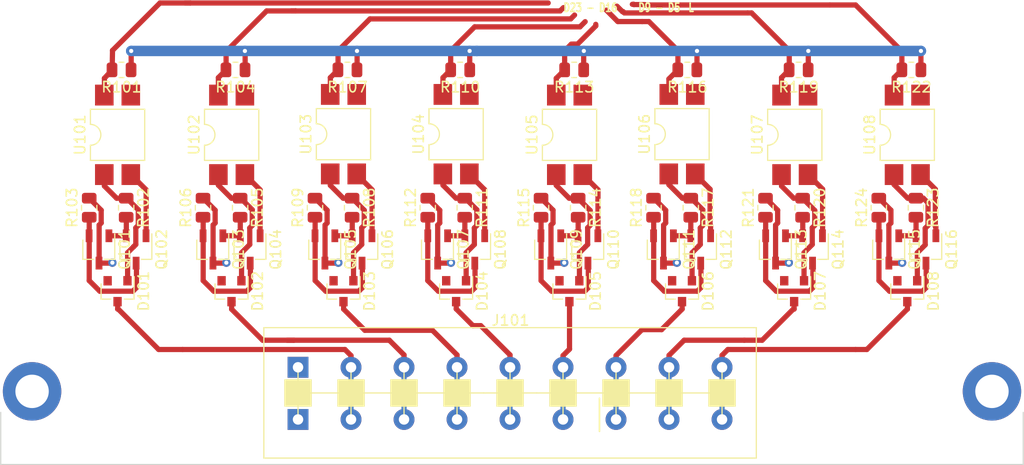
<source format=kicad_pcb>
(kicad_pcb (version 20171130) (host pcbnew "(5.1.9-0-10_14)")

  (general
    (thickness 1.6)
    (drawings 70)
    (tracks 410)
    (zones 0)
    (modules 59)
    (nets 52)
  )

  (page A4)
  (title_block
    (title "SIM108 - NMEA 2000 Switch Input Module")
    (date 2020-09-16)
    (rev 221101)
    (company "PDJR <preeve@pdjr.eu>")
  )

  (layers
    (0 F.Cu mixed)
    (31 B.Cu mixed)
    (32 B.Adhes user)
    (33 F.Adhes user)
    (34 B.Paste user)
    (35 F.Paste user)
    (36 B.SilkS user)
    (37 F.SilkS user)
    (38 B.Mask user)
    (39 F.Mask user)
    (40 Dwgs.User user)
    (41 Cmts.User user hide)
    (42 Eco1.User user hide)
    (43 Eco2.User user hide)
    (44 Edge.Cuts user)
    (45 Margin user hide)
    (46 B.CrtYd user hide)
    (47 F.CrtYd user hide)
    (48 B.Fab user hide)
    (49 F.Fab user hide)
  )

  (setup
    (last_trace_width 0.25)
    (user_trace_width 0.5)
    (user_trace_width 0.75)
    (user_trace_width 1)
    (user_trace_width 1.5)
    (user_trace_width 2)
    (user_trace_width 0.5)
    (user_trace_width 0.75)
    (user_trace_width 1)
    (user_trace_width 1.5)
    (user_trace_width 2)
    (user_trace_width 3)
    (user_trace_width 4)
    (user_trace_width 0.5)
    (user_trace_width 0.75)
    (user_trace_width 1)
    (user_trace_width 1.5)
    (user_trace_width 2)
    (user_trace_width 0.5)
    (user_trace_width 0.75)
    (user_trace_width 1)
    (user_trace_width 1.5)
    (user_trace_width 2)
    (user_trace_width 3)
    (user_trace_width 4)
    (trace_clearance 0.2)
    (zone_clearance 1)
    (zone_45_only no)
    (trace_min 0.2)
    (via_size 0.8)
    (via_drill 0.4)
    (via_min_size 0.4)
    (via_min_drill 0.3)
    (uvia_size 0.3)
    (uvia_drill 0.1)
    (uvias_allowed no)
    (uvia_min_size 0.2)
    (uvia_min_drill 0.1)
    (edge_width 0.1)
    (segment_width 0.2)
    (pcb_text_width 0.3)
    (pcb_text_size 1.5 1.5)
    (mod_edge_width 0.15)
    (mod_text_size 1 1)
    (mod_text_width 0.15)
    (pad_size 1.025 1.4)
    (pad_drill 0)
    (pad_to_mask_clearance 0)
    (aux_axis_origin 0 0)
    (grid_origin 100 0)
    (visible_elements FFFFFF7F)
    (pcbplotparams
      (layerselection 0x090e0_ffffffff)
      (usegerberextensions true)
      (usegerberattributes false)
      (usegerberadvancedattributes false)
      (creategerberjobfile false)
      (excludeedgelayer true)
      (linewidth 0.100000)
      (plotframeref false)
      (viasonmask false)
      (mode 1)
      (useauxorigin false)
      (hpglpennumber 1)
      (hpglpenspeed 20)
      (hpglpendiameter 15.000000)
      (psnegative false)
      (psa4output false)
      (plotreference true)
      (plotvalue true)
      (plotinvisibletext false)
      (padsonsilk false)
      (subtractmaskfromsilk false)
      (outputformat 1)
      (mirror false)
      (drillshape 0)
      (scaleselection 1)
      (outputdirectory "gerber/2212/"))
  )

  (net 0 "")
  (net 1 GND)
  (net 2 +3V3)
  (net 3 /D23)
  (net 4 /D22)
  (net 5 /D21)
  (net 6 /D20)
  (net 7 /D19)
  (net 8 /D18)
  (net 9 /D17)
  (net 10 /D16)
  (net 11 /SPST_GND)
  (net 12 "Net-(D101-Pad1)")
  (net 13 "Net-(D101-Pad2)")
  (net 14 "Net-(D102-Pad1)")
  (net 15 "Net-(D102-Pad2)")
  (net 16 "Net-(D103-Pad1)")
  (net 17 "Net-(D103-Pad2)")
  (net 18 "Net-(D104-Pad1)")
  (net 19 "Net-(D104-Pad2)")
  (net 20 "Net-(D105-Pad1)")
  (net 21 "Net-(D105-Pad2)")
  (net 22 "Net-(D106-Pad1)")
  (net 23 "Net-(D106-Pad2)")
  (net 24 "Net-(D107-Pad1)")
  (net 25 "Net-(D107-Pad2)")
  (net 26 "Net-(D108-Pad1)")
  (net 27 "Net-(D108-Pad2)")
  (net 28 "Net-(Q101-Pad2)")
  (net 29 "Net-(Q101-Pad1)")
  (net 30 "Net-(Q102-Pad1)")
  (net 31 "Net-(Q103-Pad2)")
  (net 32 "Net-(Q103-Pad1)")
  (net 33 "Net-(Q104-Pad1)")
  (net 34 "Net-(Q105-Pad2)")
  (net 35 "Net-(Q105-Pad1)")
  (net 36 "Net-(Q106-Pad1)")
  (net 37 "Net-(Q107-Pad2)")
  (net 38 "Net-(Q107-Pad1)")
  (net 39 "Net-(Q108-Pad1)")
  (net 40 "Net-(Q109-Pad2)")
  (net 41 "Net-(Q109-Pad1)")
  (net 42 "Net-(Q110-Pad1)")
  (net 43 "Net-(Q111-Pad2)")
  (net 44 "Net-(Q111-Pad1)")
  (net 45 "Net-(Q112-Pad1)")
  (net 46 "Net-(Q113-Pad2)")
  (net 47 "Net-(Q113-Pad1)")
  (net 48 "Net-(Q114-Pad1)")
  (net 49 "Net-(Q115-Pad2)")
  (net 50 "Net-(Q115-Pad1)")
  (net 51 "Net-(Q116-Pad1)")

  (net_class Default "This is the default net class."
    (clearance 0.2)
    (trace_width 0.25)
    (via_dia 0.8)
    (via_drill 0.4)
    (uvia_dia 0.3)
    (uvia_drill 0.1)
    (add_net +3V3)
    (add_net /D16)
    (add_net /D17)
    (add_net /D18)
    (add_net /D19)
    (add_net /D20)
    (add_net /D21)
    (add_net /D22)
    (add_net /D23)
    (add_net /SPST_GND)
    (add_net GND)
    (add_net "Net-(D101-Pad1)")
    (add_net "Net-(D101-Pad2)")
    (add_net "Net-(D102-Pad1)")
    (add_net "Net-(D102-Pad2)")
    (add_net "Net-(D103-Pad1)")
    (add_net "Net-(D103-Pad2)")
    (add_net "Net-(D104-Pad1)")
    (add_net "Net-(D104-Pad2)")
    (add_net "Net-(D105-Pad1)")
    (add_net "Net-(D105-Pad2)")
    (add_net "Net-(D106-Pad1)")
    (add_net "Net-(D106-Pad2)")
    (add_net "Net-(D107-Pad1)")
    (add_net "Net-(D107-Pad2)")
    (add_net "Net-(D108-Pad1)")
    (add_net "Net-(D108-Pad2)")
    (add_net "Net-(Q101-Pad1)")
    (add_net "Net-(Q101-Pad2)")
    (add_net "Net-(Q102-Pad1)")
    (add_net "Net-(Q103-Pad1)")
    (add_net "Net-(Q103-Pad2)")
    (add_net "Net-(Q104-Pad1)")
    (add_net "Net-(Q105-Pad1)")
    (add_net "Net-(Q105-Pad2)")
    (add_net "Net-(Q106-Pad1)")
    (add_net "Net-(Q107-Pad1)")
    (add_net "Net-(Q107-Pad2)")
    (add_net "Net-(Q108-Pad1)")
    (add_net "Net-(Q109-Pad1)")
    (add_net "Net-(Q109-Pad2)")
    (add_net "Net-(Q110-Pad1)")
    (add_net "Net-(Q111-Pad1)")
    (add_net "Net-(Q111-Pad2)")
    (add_net "Net-(Q112-Pad1)")
    (add_net "Net-(Q113-Pad1)")
    (add_net "Net-(Q113-Pad2)")
    (add_net "Net-(Q114-Pad1)")
    (add_net "Net-(Q115-Pad1)")
    (add_net "Net-(Q115-Pad2)")
    (add_net "Net-(Q116-Pad1)")
  )

  (module Resistor_SMD:R_0805_2012Metric (layer F.Cu) (tedit 5F68FEEE) (tstamp 63A1F1B6)
    (at 218.8085 2.286 270)
    (descr "Resistor SMD 0805 (2012 Metric), square (rectangular) end terminal, IPC_7351 nominal, (Body size source: IPC-SM-782 page 72, https://www.pcb-3d.com/wordpress/wp-content/uploads/ipc-sm-782a_amendment_1_and_2.pdf), generated with kicad-footprint-generator")
    (tags resistor)
    (path /63B3A686)
    (attr smd)
    (fp_text reference R108 (at 0 -1.65 90) (layer F.SilkS)
      (effects (font (size 1 1) (thickness 0.15)))
    )
    (fp_text value "10K 0.5W" (at 0 1.65 90) (layer F.Fab)
      (effects (font (size 1 1) (thickness 0.15)))
    )
    (fp_line (start 1.68 0.95) (end -1.68 0.95) (layer F.CrtYd) (width 0.05))
    (fp_line (start 1.68 -0.95) (end 1.68 0.95) (layer F.CrtYd) (width 0.05))
    (fp_line (start -1.68 -0.95) (end 1.68 -0.95) (layer F.CrtYd) (width 0.05))
    (fp_line (start -1.68 0.95) (end -1.68 -0.95) (layer F.CrtYd) (width 0.05))
    (fp_line (start -0.227064 0.735) (end 0.227064 0.735) (layer F.SilkS) (width 0.12))
    (fp_line (start -0.227064 -0.735) (end 0.227064 -0.735) (layer F.SilkS) (width 0.12))
    (fp_line (start 1 0.625) (end -1 0.625) (layer F.Fab) (width 0.1))
    (fp_line (start 1 -0.625) (end 1 0.625) (layer F.Fab) (width 0.1))
    (fp_line (start -1 -0.625) (end 1 -0.625) (layer F.Fab) (width 0.1))
    (fp_line (start -1 0.625) (end -1 -0.625) (layer F.Fab) (width 0.1))
    (fp_text user %R (at 0 0 90) (layer F.Fab)
      (effects (font (size 0.5 0.5) (thickness 0.08)))
    )
    (pad 2 smd roundrect (at 0.9125 0 270) (size 1.025 1.4) (layers F.Cu F.Paste F.Mask) (roundrect_rratio 0.243902)
      (net 35 "Net-(Q105-Pad1)"))
    (pad 1 smd roundrect (at -0.9125 0 270) (size 1.025 1.4) (layers F.Cu F.Paste F.Mask) (roundrect_rratio 0.243902)
      (net 17 "Net-(D103-Pad2)"))
    (model ${KISYS3DMOD}/Resistor_SMD.3dshapes/R_0805_2012Metric.wrl
      (at (xyz 0 0 0))
      (scale (xyz 1 1 1))
      (rotate (xyz 0 0 0))
    )
  )

  (module Package_DIP:SMDIP-4_W7.62mm (layer F.Cu) (tedit 5A02E8C5) (tstamp 63A1F3E6)
    (at 272.0215 -4.699 90)
    (descr "4-lead surface-mounted (SMD) DIP package, row spacing 7.62 mm (300 mils)")
    (tags "SMD DIP DIL PDIP SMDIP 2.54mm 7.62mm 300mil")
    (path /63B7F18D)
    (attr smd)
    (fp_text reference U108 (at 0 -3.6 90) (layer F.SilkS)
      (effects (font (size 1 1) (thickness 0.15)))
    )
    (fp_text value SFH617A-1 (at 0 3.6 90) (layer F.Fab)
      (effects (font (size 1 1) (thickness 0.15)))
    )
    (fp_line (start 5.1 -2.8) (end -5.1 -2.8) (layer F.CrtYd) (width 0.05))
    (fp_line (start 5.1 2.8) (end 5.1 -2.8) (layer F.CrtYd) (width 0.05))
    (fp_line (start -5.1 2.8) (end 5.1 2.8) (layer F.CrtYd) (width 0.05))
    (fp_line (start -5.1 -2.8) (end -5.1 2.8) (layer F.CrtYd) (width 0.05))
    (fp_line (start 2.45 -2.6) (end 1 -2.6) (layer F.SilkS) (width 0.12))
    (fp_line (start 2.45 2.6) (end 2.45 -2.6) (layer F.SilkS) (width 0.12))
    (fp_line (start -2.45 2.6) (end 2.45 2.6) (layer F.SilkS) (width 0.12))
    (fp_line (start -2.45 -2.6) (end -2.45 2.6) (layer F.SilkS) (width 0.12))
    (fp_line (start -1 -2.6) (end -2.45 -2.6) (layer F.SilkS) (width 0.12))
    (fp_line (start -3.175 -1.54) (end -2.175 -2.54) (layer F.Fab) (width 0.1))
    (fp_line (start -3.175 2.54) (end -3.175 -1.54) (layer F.Fab) (width 0.1))
    (fp_line (start 3.175 2.54) (end -3.175 2.54) (layer F.Fab) (width 0.1))
    (fp_line (start 3.175 -2.54) (end 3.175 2.54) (layer F.Fab) (width 0.1))
    (fp_line (start -2.175 -2.54) (end 3.175 -2.54) (layer F.Fab) (width 0.1))
    (fp_text user %R (at 0 0 90) (layer F.Fab)
      (effects (font (size 1 1) (thickness 0.15)))
    )
    (fp_arc (start 0 -2.6) (end -1 -2.6) (angle -180) (layer F.SilkS) (width 0.12))
    (pad 4 smd rect (at 3.81 -1.27 90) (size 2 1.78) (layers F.Cu F.Paste F.Mask)
      (net 10 /D16))
    (pad 2 smd rect (at -3.81 1.27 90) (size 2 1.78) (layers F.Cu F.Paste F.Mask)
      (net 51 "Net-(Q116-Pad1)"))
    (pad 3 smd rect (at 3.81 1.27 90) (size 2 1.78) (layers F.Cu F.Paste F.Mask)
      (net 1 GND))
    (pad 1 smd rect (at -3.81 -1.27 90) (size 2 1.78) (layers F.Cu F.Paste F.Mask)
      (net 27 "Net-(D108-Pad2)"))
    (model ${KISYS3DMOD}/Package_DIP.3dshapes/SMDIP-4_W7.62mm.wrl
      (at (xyz 0 0 0))
      (scale (xyz 1 1 1))
      (rotate (xyz 0 0 0))
    )
  )

  (module Package_DIP:SMDIP-4_W7.62mm (layer F.Cu) (tedit 5A02E8C5) (tstamp 63A1F3CE)
    (at 261.2394 -4.699 90)
    (descr "4-lead surface-mounted (SMD) DIP package, row spacing 7.62 mm (300 mils)")
    (tags "SMD DIP DIL PDIP SMDIP 2.54mm 7.62mm 300mil")
    (path /63B6FF1B)
    (attr smd)
    (fp_text reference U107 (at 0 -3.6 90) (layer F.SilkS)
      (effects (font (size 1 1) (thickness 0.15)))
    )
    (fp_text value SFH617A-1 (at 0 3.6 90) (layer F.Fab)
      (effects (font (size 1 1) (thickness 0.15)))
    )
    (fp_line (start 5.1 -2.8) (end -5.1 -2.8) (layer F.CrtYd) (width 0.05))
    (fp_line (start 5.1 2.8) (end 5.1 -2.8) (layer F.CrtYd) (width 0.05))
    (fp_line (start -5.1 2.8) (end 5.1 2.8) (layer F.CrtYd) (width 0.05))
    (fp_line (start -5.1 -2.8) (end -5.1 2.8) (layer F.CrtYd) (width 0.05))
    (fp_line (start 2.45 -2.6) (end 1 -2.6) (layer F.SilkS) (width 0.12))
    (fp_line (start 2.45 2.6) (end 2.45 -2.6) (layer F.SilkS) (width 0.12))
    (fp_line (start -2.45 2.6) (end 2.45 2.6) (layer F.SilkS) (width 0.12))
    (fp_line (start -2.45 -2.6) (end -2.45 2.6) (layer F.SilkS) (width 0.12))
    (fp_line (start -1 -2.6) (end -2.45 -2.6) (layer F.SilkS) (width 0.12))
    (fp_line (start -3.175 -1.54) (end -2.175 -2.54) (layer F.Fab) (width 0.1))
    (fp_line (start -3.175 2.54) (end -3.175 -1.54) (layer F.Fab) (width 0.1))
    (fp_line (start 3.175 2.54) (end -3.175 2.54) (layer F.Fab) (width 0.1))
    (fp_line (start 3.175 -2.54) (end 3.175 2.54) (layer F.Fab) (width 0.1))
    (fp_line (start -2.175 -2.54) (end 3.175 -2.54) (layer F.Fab) (width 0.1))
    (fp_text user %R (at 0 0 90) (layer F.Fab)
      (effects (font (size 1 1) (thickness 0.15)))
    )
    (fp_arc (start 0 -2.6) (end -1 -2.6) (angle -180) (layer F.SilkS) (width 0.12))
    (pad 4 smd rect (at 3.81 -1.27 90) (size 2 1.78) (layers F.Cu F.Paste F.Mask)
      (net 9 /D17))
    (pad 2 smd rect (at -3.81 1.27 90) (size 2 1.78) (layers F.Cu F.Paste F.Mask)
      (net 48 "Net-(Q114-Pad1)"))
    (pad 3 smd rect (at 3.81 1.27 90) (size 2 1.78) (layers F.Cu F.Paste F.Mask)
      (net 1 GND))
    (pad 1 smd rect (at -3.81 -1.27 90) (size 2 1.78) (layers F.Cu F.Paste F.Mask)
      (net 25 "Net-(D107-Pad2)"))
    (model ${KISYS3DMOD}/Package_DIP.3dshapes/SMDIP-4_W7.62mm.wrl
      (at (xyz 0 0 0))
      (scale (xyz 1 1 1))
      (rotate (xyz 0 0 0))
    )
  )

  (module Package_DIP:SMDIP-4_W7.62mm (layer F.Cu) (tedit 5A02E8C5) (tstamp 63A1F3B6)
    (at 250.4315 -4.7625 90)
    (descr "4-lead surface-mounted (SMD) DIP package, row spacing 7.62 mm (300 mils)")
    (tags "SMD DIP DIL PDIP SMDIP 2.54mm 7.62mm 300mil")
    (path /63B5F1AE)
    (attr smd)
    (fp_text reference U106 (at 0 -3.6 90) (layer F.SilkS)
      (effects (font (size 1 1) (thickness 0.15)))
    )
    (fp_text value SFH617A-1 (at 0 3.6 90) (layer F.Fab)
      (effects (font (size 1 1) (thickness 0.15)))
    )
    (fp_line (start 5.1 -2.8) (end -5.1 -2.8) (layer F.CrtYd) (width 0.05))
    (fp_line (start 5.1 2.8) (end 5.1 -2.8) (layer F.CrtYd) (width 0.05))
    (fp_line (start -5.1 2.8) (end 5.1 2.8) (layer F.CrtYd) (width 0.05))
    (fp_line (start -5.1 -2.8) (end -5.1 2.8) (layer F.CrtYd) (width 0.05))
    (fp_line (start 2.45 -2.6) (end 1 -2.6) (layer F.SilkS) (width 0.12))
    (fp_line (start 2.45 2.6) (end 2.45 -2.6) (layer F.SilkS) (width 0.12))
    (fp_line (start -2.45 2.6) (end 2.45 2.6) (layer F.SilkS) (width 0.12))
    (fp_line (start -2.45 -2.6) (end -2.45 2.6) (layer F.SilkS) (width 0.12))
    (fp_line (start -1 -2.6) (end -2.45 -2.6) (layer F.SilkS) (width 0.12))
    (fp_line (start -3.175 -1.54) (end -2.175 -2.54) (layer F.Fab) (width 0.1))
    (fp_line (start -3.175 2.54) (end -3.175 -1.54) (layer F.Fab) (width 0.1))
    (fp_line (start 3.175 2.54) (end -3.175 2.54) (layer F.Fab) (width 0.1))
    (fp_line (start 3.175 -2.54) (end 3.175 2.54) (layer F.Fab) (width 0.1))
    (fp_line (start -2.175 -2.54) (end 3.175 -2.54) (layer F.Fab) (width 0.1))
    (fp_text user %R (at 0 0 90) (layer F.Fab)
      (effects (font (size 1 1) (thickness 0.15)))
    )
    (fp_arc (start 0 -2.6) (end -1 -2.6) (angle -180) (layer F.SilkS) (width 0.12))
    (pad 4 smd rect (at 3.81 -1.27 90) (size 2 1.78) (layers F.Cu F.Paste F.Mask)
      (net 8 /D18))
    (pad 2 smd rect (at -3.81 1.27 90) (size 2 1.78) (layers F.Cu F.Paste F.Mask)
      (net 45 "Net-(Q112-Pad1)"))
    (pad 3 smd rect (at 3.81 1.27 90) (size 2 1.78) (layers F.Cu F.Paste F.Mask)
      (net 1 GND))
    (pad 1 smd rect (at -3.81 -1.27 90) (size 2 1.78) (layers F.Cu F.Paste F.Mask)
      (net 23 "Net-(D106-Pad2)"))
    (model ${KISYS3DMOD}/Package_DIP.3dshapes/SMDIP-4_W7.62mm.wrl
      (at (xyz 0 0 0))
      (scale (xyz 1 1 1))
      (rotate (xyz 0 0 0))
    )
  )

  (module Package_DIP:SMDIP-4_W7.62mm (layer F.Cu) (tedit 5A02E8C5) (tstamp 63A1F39E)
    (at 239.6494 -4.699 90)
    (descr "4-lead surface-mounted (SMD) DIP package, row spacing 7.62 mm (300 mils)")
    (tags "SMD DIP DIL PDIP SMDIP 2.54mm 7.62mm 300mil")
    (path /63B4EC5C)
    (attr smd)
    (fp_text reference U105 (at 0 -3.6 90) (layer F.SilkS)
      (effects (font (size 1 1) (thickness 0.15)))
    )
    (fp_text value SFH617A-1 (at 0 3.6 90) (layer F.Fab)
      (effects (font (size 1 1) (thickness 0.15)))
    )
    (fp_line (start 5.1 -2.8) (end -5.1 -2.8) (layer F.CrtYd) (width 0.05))
    (fp_line (start 5.1 2.8) (end 5.1 -2.8) (layer F.CrtYd) (width 0.05))
    (fp_line (start -5.1 2.8) (end 5.1 2.8) (layer F.CrtYd) (width 0.05))
    (fp_line (start -5.1 -2.8) (end -5.1 2.8) (layer F.CrtYd) (width 0.05))
    (fp_line (start 2.45 -2.6) (end 1 -2.6) (layer F.SilkS) (width 0.12))
    (fp_line (start 2.45 2.6) (end 2.45 -2.6) (layer F.SilkS) (width 0.12))
    (fp_line (start -2.45 2.6) (end 2.45 2.6) (layer F.SilkS) (width 0.12))
    (fp_line (start -2.45 -2.6) (end -2.45 2.6) (layer F.SilkS) (width 0.12))
    (fp_line (start -1 -2.6) (end -2.45 -2.6) (layer F.SilkS) (width 0.12))
    (fp_line (start -3.175 -1.54) (end -2.175 -2.54) (layer F.Fab) (width 0.1))
    (fp_line (start -3.175 2.54) (end -3.175 -1.54) (layer F.Fab) (width 0.1))
    (fp_line (start 3.175 2.54) (end -3.175 2.54) (layer F.Fab) (width 0.1))
    (fp_line (start 3.175 -2.54) (end 3.175 2.54) (layer F.Fab) (width 0.1))
    (fp_line (start -2.175 -2.54) (end 3.175 -2.54) (layer F.Fab) (width 0.1))
    (fp_text user %R (at 0 0 90) (layer F.Fab)
      (effects (font (size 1 1) (thickness 0.15)))
    )
    (fp_arc (start 0 -2.6) (end -1 -2.6) (angle -180) (layer F.SilkS) (width 0.12))
    (pad 4 smd rect (at 3.81 -1.27 90) (size 2 1.78) (layers F.Cu F.Paste F.Mask)
      (net 7 /D19))
    (pad 2 smd rect (at -3.81 1.27 90) (size 2 1.78) (layers F.Cu F.Paste F.Mask)
      (net 42 "Net-(Q110-Pad1)"))
    (pad 3 smd rect (at 3.81 1.27 90) (size 2 1.78) (layers F.Cu F.Paste F.Mask)
      (net 1 GND))
    (pad 1 smd rect (at -3.81 -1.27 90) (size 2 1.78) (layers F.Cu F.Paste F.Mask)
      (net 21 "Net-(D105-Pad2)"))
    (model ${KISYS3DMOD}/Package_DIP.3dshapes/SMDIP-4_W7.62mm.wrl
      (at (xyz 0 0 0))
      (scale (xyz 1 1 1))
      (rotate (xyz 0 0 0))
    )
  )

  (module Package_DIP:SMDIP-4_W7.62mm (layer F.Cu) (tedit 5A02E8C5) (tstamp 63A1F386)
    (at 228.778 -4.7625 90)
    (descr "4-lead surface-mounted (SMD) DIP package, row spacing 7.62 mm (300 mils)")
    (tags "SMD DIP DIL PDIP SMDIP 2.54mm 7.62mm 300mil")
    (path /63B439B3)
    (attr smd)
    (fp_text reference U104 (at 0 -3.6 90) (layer F.SilkS)
      (effects (font (size 1 1) (thickness 0.15)))
    )
    (fp_text value SFH617A-1 (at 0 3.6 90) (layer F.Fab)
      (effects (font (size 1 1) (thickness 0.15)))
    )
    (fp_line (start 5.1 -2.8) (end -5.1 -2.8) (layer F.CrtYd) (width 0.05))
    (fp_line (start 5.1 2.8) (end 5.1 -2.8) (layer F.CrtYd) (width 0.05))
    (fp_line (start -5.1 2.8) (end 5.1 2.8) (layer F.CrtYd) (width 0.05))
    (fp_line (start -5.1 -2.8) (end -5.1 2.8) (layer F.CrtYd) (width 0.05))
    (fp_line (start 2.45 -2.6) (end 1 -2.6) (layer F.SilkS) (width 0.12))
    (fp_line (start 2.45 2.6) (end 2.45 -2.6) (layer F.SilkS) (width 0.12))
    (fp_line (start -2.45 2.6) (end 2.45 2.6) (layer F.SilkS) (width 0.12))
    (fp_line (start -2.45 -2.6) (end -2.45 2.6) (layer F.SilkS) (width 0.12))
    (fp_line (start -1 -2.6) (end -2.45 -2.6) (layer F.SilkS) (width 0.12))
    (fp_line (start -3.175 -1.54) (end -2.175 -2.54) (layer F.Fab) (width 0.1))
    (fp_line (start -3.175 2.54) (end -3.175 -1.54) (layer F.Fab) (width 0.1))
    (fp_line (start 3.175 2.54) (end -3.175 2.54) (layer F.Fab) (width 0.1))
    (fp_line (start 3.175 -2.54) (end 3.175 2.54) (layer F.Fab) (width 0.1))
    (fp_line (start -2.175 -2.54) (end 3.175 -2.54) (layer F.Fab) (width 0.1))
    (fp_text user %R (at 0 0 90) (layer F.Fab)
      (effects (font (size 1 1) (thickness 0.15)))
    )
    (fp_arc (start 0 -2.6) (end -1 -2.6) (angle -180) (layer F.SilkS) (width 0.12))
    (pad 4 smd rect (at 3.81 -1.27 90) (size 2 1.78) (layers F.Cu F.Paste F.Mask)
      (net 6 /D20))
    (pad 2 smd rect (at -3.81 1.27 90) (size 2 1.78) (layers F.Cu F.Paste F.Mask)
      (net 39 "Net-(Q108-Pad1)"))
    (pad 3 smd rect (at 3.81 1.27 90) (size 2 1.78) (layers F.Cu F.Paste F.Mask)
      (net 1 GND))
    (pad 1 smd rect (at -3.81 -1.27 90) (size 2 1.78) (layers F.Cu F.Paste F.Mask)
      (net 19 "Net-(D104-Pad2)"))
    (model ${KISYS3DMOD}/Package_DIP.3dshapes/SMDIP-4_W7.62mm.wrl
      (at (xyz 0 0 0))
      (scale (xyz 1 1 1))
      (rotate (xyz 0 0 0))
    )
  )

  (module Package_DIP:SMDIP-4_W7.62mm (layer F.Cu) (tedit 5A02E8C5) (tstamp 63A1F36E)
    (at 217.983 -4.7625 90)
    (descr "4-lead surface-mounted (SMD) DIP package, row spacing 7.62 mm (300 mils)")
    (tags "SMD DIP DIL PDIP SMDIP 2.54mm 7.62mm 300mil")
    (path /63B3A67F)
    (attr smd)
    (fp_text reference U103 (at 0 -3.6 90) (layer F.SilkS)
      (effects (font (size 1 1) (thickness 0.15)))
    )
    (fp_text value SFH617A-1 (at 0 3.6 90) (layer F.Fab)
      (effects (font (size 1 1) (thickness 0.15)))
    )
    (fp_line (start 5.1 -2.8) (end -5.1 -2.8) (layer F.CrtYd) (width 0.05))
    (fp_line (start 5.1 2.8) (end 5.1 -2.8) (layer F.CrtYd) (width 0.05))
    (fp_line (start -5.1 2.8) (end 5.1 2.8) (layer F.CrtYd) (width 0.05))
    (fp_line (start -5.1 -2.8) (end -5.1 2.8) (layer F.CrtYd) (width 0.05))
    (fp_line (start 2.45 -2.6) (end 1 -2.6) (layer F.SilkS) (width 0.12))
    (fp_line (start 2.45 2.6) (end 2.45 -2.6) (layer F.SilkS) (width 0.12))
    (fp_line (start -2.45 2.6) (end 2.45 2.6) (layer F.SilkS) (width 0.12))
    (fp_line (start -2.45 -2.6) (end -2.45 2.6) (layer F.SilkS) (width 0.12))
    (fp_line (start -1 -2.6) (end -2.45 -2.6) (layer F.SilkS) (width 0.12))
    (fp_line (start -3.175 -1.54) (end -2.175 -2.54) (layer F.Fab) (width 0.1))
    (fp_line (start -3.175 2.54) (end -3.175 -1.54) (layer F.Fab) (width 0.1))
    (fp_line (start 3.175 2.54) (end -3.175 2.54) (layer F.Fab) (width 0.1))
    (fp_line (start 3.175 -2.54) (end 3.175 2.54) (layer F.Fab) (width 0.1))
    (fp_line (start -2.175 -2.54) (end 3.175 -2.54) (layer F.Fab) (width 0.1))
    (fp_text user %R (at 0 0 90) (layer F.Fab)
      (effects (font (size 1 1) (thickness 0.15)))
    )
    (fp_arc (start 0 -2.6) (end -1 -2.6) (angle -180) (layer F.SilkS) (width 0.12))
    (pad 4 smd rect (at 3.81 -1.27 90) (size 2 1.78) (layers F.Cu F.Paste F.Mask)
      (net 5 /D21))
    (pad 2 smd rect (at -3.81 1.27 90) (size 2 1.78) (layers F.Cu F.Paste F.Mask)
      (net 36 "Net-(Q106-Pad1)"))
    (pad 3 smd rect (at 3.81 1.27 90) (size 2 1.78) (layers F.Cu F.Paste F.Mask)
      (net 1 GND))
    (pad 1 smd rect (at -3.81 -1.27 90) (size 2 1.78) (layers F.Cu F.Paste F.Mask)
      (net 17 "Net-(D103-Pad2)"))
    (model ${KISYS3DMOD}/Package_DIP.3dshapes/SMDIP-4_W7.62mm.wrl
      (at (xyz 0 0 0))
      (scale (xyz 1 1 1))
      (rotate (xyz 0 0 0))
    )
  )

  (module Package_DIP:SMDIP-4_W7.62mm (layer F.Cu) (tedit 5A02E8C5) (tstamp 63A1F356)
    (at 207.2644 -4.699 90)
    (descr "4-lead surface-mounted (SMD) DIP package, row spacing 7.62 mm (300 mils)")
    (tags "SMD DIP DIL PDIP SMDIP 2.54mm 7.62mm 300mil")
    (path /63B1F536)
    (attr smd)
    (fp_text reference U102 (at 0 -3.6 90) (layer F.SilkS)
      (effects (font (size 1 1) (thickness 0.15)))
    )
    (fp_text value SFH617A-1 (at 0 3.6 90) (layer F.Fab)
      (effects (font (size 1 1) (thickness 0.15)))
    )
    (fp_line (start 5.1 -2.8) (end -5.1 -2.8) (layer F.CrtYd) (width 0.05))
    (fp_line (start 5.1 2.8) (end 5.1 -2.8) (layer F.CrtYd) (width 0.05))
    (fp_line (start -5.1 2.8) (end 5.1 2.8) (layer F.CrtYd) (width 0.05))
    (fp_line (start -5.1 -2.8) (end -5.1 2.8) (layer F.CrtYd) (width 0.05))
    (fp_line (start 2.45 -2.6) (end 1 -2.6) (layer F.SilkS) (width 0.12))
    (fp_line (start 2.45 2.6) (end 2.45 -2.6) (layer F.SilkS) (width 0.12))
    (fp_line (start -2.45 2.6) (end 2.45 2.6) (layer F.SilkS) (width 0.12))
    (fp_line (start -2.45 -2.6) (end -2.45 2.6) (layer F.SilkS) (width 0.12))
    (fp_line (start -1 -2.6) (end -2.45 -2.6) (layer F.SilkS) (width 0.12))
    (fp_line (start -3.175 -1.54) (end -2.175 -2.54) (layer F.Fab) (width 0.1))
    (fp_line (start -3.175 2.54) (end -3.175 -1.54) (layer F.Fab) (width 0.1))
    (fp_line (start 3.175 2.54) (end -3.175 2.54) (layer F.Fab) (width 0.1))
    (fp_line (start 3.175 -2.54) (end 3.175 2.54) (layer F.Fab) (width 0.1))
    (fp_line (start -2.175 -2.54) (end 3.175 -2.54) (layer F.Fab) (width 0.1))
    (fp_text user %R (at 0 0 90) (layer F.Fab)
      (effects (font (size 1 1) (thickness 0.15)))
    )
    (fp_arc (start 0 -2.6) (end -1 -2.6) (angle -180) (layer F.SilkS) (width 0.12))
    (pad 4 smd rect (at 3.81 -1.27 90) (size 2 1.78) (layers F.Cu F.Paste F.Mask)
      (net 4 /D22))
    (pad 2 smd rect (at -3.81 1.27 90) (size 2 1.78) (layers F.Cu F.Paste F.Mask)
      (net 33 "Net-(Q104-Pad1)"))
    (pad 3 smd rect (at 3.81 1.27 90) (size 2 1.78) (layers F.Cu F.Paste F.Mask)
      (net 1 GND))
    (pad 1 smd rect (at -3.81 -1.27 90) (size 2 1.78) (layers F.Cu F.Paste F.Mask)
      (net 15 "Net-(D102-Pad2)"))
    (model ${KISYS3DMOD}/Package_DIP.3dshapes/SMDIP-4_W7.62mm.wrl
      (at (xyz 0 0 0))
      (scale (xyz 1 1 1))
      (rotate (xyz 0 0 0))
    )
  )

  (module Package_DIP:SMDIP-4_W7.62mm (layer F.Cu) (tedit 5A02E8C5) (tstamp 63A1F33E)
    (at 196.3295 -4.699 90)
    (descr "4-lead surface-mounted (SMD) DIP package, row spacing 7.62 mm (300 mils)")
    (tags "SMD DIP DIL PDIP SMDIP 2.54mm 7.62mm 300mil")
    (path /63A1D05D)
    (attr smd)
    (fp_text reference U101 (at 0 -3.6 90) (layer F.SilkS)
      (effects (font (size 1 1) (thickness 0.15)))
    )
    (fp_text value SFH617A-1 (at 0 3.6 90) (layer F.Fab)
      (effects (font (size 1 1) (thickness 0.15)))
    )
    (fp_line (start 5.1 -2.8) (end -5.1 -2.8) (layer F.CrtYd) (width 0.05))
    (fp_line (start 5.1 2.8) (end 5.1 -2.8) (layer F.CrtYd) (width 0.05))
    (fp_line (start -5.1 2.8) (end 5.1 2.8) (layer F.CrtYd) (width 0.05))
    (fp_line (start -5.1 -2.8) (end -5.1 2.8) (layer F.CrtYd) (width 0.05))
    (fp_line (start 2.45 -2.6) (end 1 -2.6) (layer F.SilkS) (width 0.12))
    (fp_line (start 2.45 2.6) (end 2.45 -2.6) (layer F.SilkS) (width 0.12))
    (fp_line (start -2.45 2.6) (end 2.45 2.6) (layer F.SilkS) (width 0.12))
    (fp_line (start -2.45 -2.6) (end -2.45 2.6) (layer F.SilkS) (width 0.12))
    (fp_line (start -1 -2.6) (end -2.45 -2.6) (layer F.SilkS) (width 0.12))
    (fp_line (start -3.175 -1.54) (end -2.175 -2.54) (layer F.Fab) (width 0.1))
    (fp_line (start -3.175 2.54) (end -3.175 -1.54) (layer F.Fab) (width 0.1))
    (fp_line (start 3.175 2.54) (end -3.175 2.54) (layer F.Fab) (width 0.1))
    (fp_line (start 3.175 -2.54) (end 3.175 2.54) (layer F.Fab) (width 0.1))
    (fp_line (start -2.175 -2.54) (end 3.175 -2.54) (layer F.Fab) (width 0.1))
    (fp_text user %R (at 0 0 90) (layer F.Fab)
      (effects (font (size 1 1) (thickness 0.15)))
    )
    (fp_arc (start 0 -2.6) (end -1 -2.6) (angle -180) (layer F.SilkS) (width 0.12))
    (pad 4 smd rect (at 3.81 -1.27 90) (size 2 1.78) (layers F.Cu F.Paste F.Mask)
      (net 3 /D23))
    (pad 2 smd rect (at -3.81 1.27 90) (size 2 1.78) (layers F.Cu F.Paste F.Mask)
      (net 30 "Net-(Q102-Pad1)"))
    (pad 3 smd rect (at 3.81 1.27 90) (size 2 1.78) (layers F.Cu F.Paste F.Mask)
      (net 1 GND))
    (pad 1 smd rect (at -3.81 -1.27 90) (size 2 1.78) (layers F.Cu F.Paste F.Mask)
      (net 13 "Net-(D101-Pad2)"))
    (model ${KISYS3DMOD}/Package_DIP.3dshapes/SMDIP-4_W7.62mm.wrl
      (at (xyz 0 0 0))
      (scale (xyz 1 1 1))
      (rotate (xyz 0 0 0))
    )
  )

  (module Resistor_SMD:R_0805_2012Metric (layer F.Cu) (tedit 5F68FEEE) (tstamp 63A1F2C6)
    (at 269.291 2.286 90)
    (descr "Resistor SMD 0805 (2012 Metric), square (rectangular) end terminal, IPC_7351 nominal, (Body size source: IPC-SM-782 page 72, https://www.pcb-3d.com/wordpress/wp-content/uploads/ipc-sm-782a_amendment_1_and_2.pdf), generated with kicad-footprint-generator")
    (tags resistor)
    (path /63B7F19E)
    (attr smd)
    (fp_text reference R124 (at 0 -1.65 90) (layer F.SilkS)
      (effects (font (size 1 1) (thickness 0.15)))
    )
    (fp_text value "100R 0.25W" (at 0 1.65 90) (layer F.Fab)
      (effects (font (size 1 1) (thickness 0.15)))
    )
    (fp_line (start 1.68 0.95) (end -1.68 0.95) (layer F.CrtYd) (width 0.05))
    (fp_line (start 1.68 -0.95) (end 1.68 0.95) (layer F.CrtYd) (width 0.05))
    (fp_line (start -1.68 -0.95) (end 1.68 -0.95) (layer F.CrtYd) (width 0.05))
    (fp_line (start -1.68 0.95) (end -1.68 -0.95) (layer F.CrtYd) (width 0.05))
    (fp_line (start -0.227064 0.735) (end 0.227064 0.735) (layer F.SilkS) (width 0.12))
    (fp_line (start -0.227064 -0.735) (end 0.227064 -0.735) (layer F.SilkS) (width 0.12))
    (fp_line (start 1 0.625) (end -1 0.625) (layer F.Fab) (width 0.1))
    (fp_line (start 1 -0.625) (end 1 0.625) (layer F.Fab) (width 0.1))
    (fp_line (start -1 -0.625) (end 1 -0.625) (layer F.Fab) (width 0.1))
    (fp_line (start -1 0.625) (end -1 -0.625) (layer F.Fab) (width 0.1))
    (fp_text user %R (at 0 0 90) (layer F.Fab)
      (effects (font (size 0.5 0.5) (thickness 0.08)))
    )
    (pad 2 smd roundrect (at 0.9125 0 90) (size 1.025 1.4) (layers F.Cu F.Paste F.Mask) (roundrect_rratio 0.243902)
      (net 11 /SPST_GND))
    (pad 1 smd roundrect (at -0.9125 0 90) (size 1.025 1.4) (layers F.Cu F.Paste F.Mask) (roundrect_rratio 0.243902)
      (net 49 "Net-(Q115-Pad2)"))
    (model ${KISYS3DMOD}/Resistor_SMD.3dshapes/R_0805_2012Metric.wrl
      (at (xyz 0 0 0))
      (scale (xyz 1 1 1))
      (rotate (xyz 0 0 0))
    )
  )

  (module Resistor_SMD:R_0805_2012Metric (layer F.Cu) (tedit 5F68FEEE) (tstamp 63A1F2B5)
    (at 272.847 2.286 270)
    (descr "Resistor SMD 0805 (2012 Metric), square (rectangular) end terminal, IPC_7351 nominal, (Body size source: IPC-SM-782 page 72, https://www.pcb-3d.com/wordpress/wp-content/uploads/ipc-sm-782a_amendment_1_and_2.pdf), generated with kicad-footprint-generator")
    (tags resistor)
    (path /63B7F194)
    (attr smd)
    (fp_text reference R123 (at 0 -1.65 90) (layer F.SilkS)
      (effects (font (size 1 1) (thickness 0.15)))
    )
    (fp_text value "10K 0.5W" (at 0 1.65 90) (layer F.Fab)
      (effects (font (size 1 1) (thickness 0.15)))
    )
    (fp_line (start 1.68 0.95) (end -1.68 0.95) (layer F.CrtYd) (width 0.05))
    (fp_line (start 1.68 -0.95) (end 1.68 0.95) (layer F.CrtYd) (width 0.05))
    (fp_line (start -1.68 -0.95) (end 1.68 -0.95) (layer F.CrtYd) (width 0.05))
    (fp_line (start -1.68 0.95) (end -1.68 -0.95) (layer F.CrtYd) (width 0.05))
    (fp_line (start -0.227064 0.735) (end 0.227064 0.735) (layer F.SilkS) (width 0.12))
    (fp_line (start -0.227064 -0.735) (end 0.227064 -0.735) (layer F.SilkS) (width 0.12))
    (fp_line (start 1 0.625) (end -1 0.625) (layer F.Fab) (width 0.1))
    (fp_line (start 1 -0.625) (end 1 0.625) (layer F.Fab) (width 0.1))
    (fp_line (start -1 -0.625) (end 1 -0.625) (layer F.Fab) (width 0.1))
    (fp_line (start -1 0.625) (end -1 -0.625) (layer F.Fab) (width 0.1))
    (fp_text user %R (at 0 0 90) (layer F.Fab)
      (effects (font (size 0.5 0.5) (thickness 0.08)))
    )
    (pad 2 smd roundrect (at 0.9125 0 270) (size 1.025 1.4) (layers F.Cu F.Paste F.Mask) (roundrect_rratio 0.243902)
      (net 50 "Net-(Q115-Pad1)"))
    (pad 1 smd roundrect (at -0.9125 0 270) (size 1.025 1.4) (layers F.Cu F.Paste F.Mask) (roundrect_rratio 0.243902)
      (net 27 "Net-(D108-Pad2)"))
    (model ${KISYS3DMOD}/Resistor_SMD.3dshapes/R_0805_2012Metric.wrl
      (at (xyz 0 0 0))
      (scale (xyz 1 1 1))
      (rotate (xyz 0 0 0))
    )
  )

  (module Resistor_SMD:R_0805_2012Metric (layer F.Cu) (tedit 5F68FEEE) (tstamp 63A1F2A4)
    (at 272.4154 -10.922 180)
    (descr "Resistor SMD 0805 (2012 Metric), square (rectangular) end terminal, IPC_7351 nominal, (Body size source: IPC-SM-782 page 72, https://www.pcb-3d.com/wordpress/wp-content/uploads/ipc-sm-782a_amendment_1_and_2.pdf), generated with kicad-footprint-generator")
    (tags resistor)
    (path /63B7F1BF)
    (attr smd)
    (fp_text reference R122 (at 0 -1.65) (layer F.SilkS)
      (effects (font (size 1 1) (thickness 0.15)))
    )
    (fp_text value "4K7 0.125W" (at 0 1.65) (layer F.Fab)
      (effects (font (size 1 1) (thickness 0.15)))
    )
    (fp_line (start 1.68 0.95) (end -1.68 0.95) (layer F.CrtYd) (width 0.05))
    (fp_line (start 1.68 -0.95) (end 1.68 0.95) (layer F.CrtYd) (width 0.05))
    (fp_line (start -1.68 -0.95) (end 1.68 -0.95) (layer F.CrtYd) (width 0.05))
    (fp_line (start -1.68 0.95) (end -1.68 -0.95) (layer F.CrtYd) (width 0.05))
    (fp_line (start -0.227064 0.735) (end 0.227064 0.735) (layer F.SilkS) (width 0.12))
    (fp_line (start -0.227064 -0.735) (end 0.227064 -0.735) (layer F.SilkS) (width 0.12))
    (fp_line (start 1 0.625) (end -1 0.625) (layer F.Fab) (width 0.1))
    (fp_line (start 1 -0.625) (end 1 0.625) (layer F.Fab) (width 0.1))
    (fp_line (start -1 -0.625) (end 1 -0.625) (layer F.Fab) (width 0.1))
    (fp_line (start -1 0.625) (end -1 -0.625) (layer F.Fab) (width 0.1))
    (fp_text user %R (at 0 0) (layer F.Fab)
      (effects (font (size 0.5 0.5) (thickness 0.08)))
    )
    (pad 2 smd roundrect (at 0.9125 0 180) (size 1.025 1.4) (layers F.Cu F.Paste F.Mask) (roundrect_rratio 0.243902)
      (net 10 /D16))
    (pad 1 smd roundrect (at -0.9125 0 180) (size 1.025 1.4) (layers F.Cu F.Paste F.Mask) (roundrect_rratio 0.243902)
      (net 2 +3V3))
    (model ${KISYS3DMOD}/Resistor_SMD.3dshapes/R_0805_2012Metric.wrl
      (at (xyz 0 0 0))
      (scale (xyz 1 1 1))
      (rotate (xyz 0 0 0))
    )
  )

  (module Resistor_SMD:R_0805_2012Metric (layer F.Cu) (tedit 5F68FEEE) (tstamp 63A1F293)
    (at 258.4325 2.286 90)
    (descr "Resistor SMD 0805 (2012 Metric), square (rectangular) end terminal, IPC_7351 nominal, (Body size source: IPC-SM-782 page 72, https://www.pcb-3d.com/wordpress/wp-content/uploads/ipc-sm-782a_amendment_1_and_2.pdf), generated with kicad-footprint-generator")
    (tags resistor)
    (path /63B6FF2C)
    (attr smd)
    (fp_text reference R121 (at 0 -1.65 90) (layer F.SilkS)
      (effects (font (size 1 1) (thickness 0.15)))
    )
    (fp_text value "100R 0.25W" (at 0 1.65 90) (layer F.Fab)
      (effects (font (size 1 1) (thickness 0.15)))
    )
    (fp_line (start 1.68 0.95) (end -1.68 0.95) (layer F.CrtYd) (width 0.05))
    (fp_line (start 1.68 -0.95) (end 1.68 0.95) (layer F.CrtYd) (width 0.05))
    (fp_line (start -1.68 -0.95) (end 1.68 -0.95) (layer F.CrtYd) (width 0.05))
    (fp_line (start -1.68 0.95) (end -1.68 -0.95) (layer F.CrtYd) (width 0.05))
    (fp_line (start -0.227064 0.735) (end 0.227064 0.735) (layer F.SilkS) (width 0.12))
    (fp_line (start -0.227064 -0.735) (end 0.227064 -0.735) (layer F.SilkS) (width 0.12))
    (fp_line (start 1 0.625) (end -1 0.625) (layer F.Fab) (width 0.1))
    (fp_line (start 1 -0.625) (end 1 0.625) (layer F.Fab) (width 0.1))
    (fp_line (start -1 -0.625) (end 1 -0.625) (layer F.Fab) (width 0.1))
    (fp_line (start -1 0.625) (end -1 -0.625) (layer F.Fab) (width 0.1))
    (fp_text user %R (at 0 0 90) (layer F.Fab)
      (effects (font (size 0.5 0.5) (thickness 0.08)))
    )
    (pad 2 smd roundrect (at 0.9125 0 90) (size 1.025 1.4) (layers F.Cu F.Paste F.Mask) (roundrect_rratio 0.243902)
      (net 11 /SPST_GND))
    (pad 1 smd roundrect (at -0.9125 0 90) (size 1.025 1.4) (layers F.Cu F.Paste F.Mask) (roundrect_rratio 0.243902)
      (net 46 "Net-(Q113-Pad2)"))
    (model ${KISYS3DMOD}/Resistor_SMD.3dshapes/R_0805_2012Metric.wrl
      (at (xyz 0 0 0))
      (scale (xyz 1 1 1))
      (rotate (xyz 0 0 0))
    )
  )

  (module Resistor_SMD:R_0805_2012Metric (layer F.Cu) (tedit 5F68FEEE) (tstamp 63A1F282)
    (at 261.9885 2.286 270)
    (descr "Resistor SMD 0805 (2012 Metric), square (rectangular) end terminal, IPC_7351 nominal, (Body size source: IPC-SM-782 page 72, https://www.pcb-3d.com/wordpress/wp-content/uploads/ipc-sm-782a_amendment_1_and_2.pdf), generated with kicad-footprint-generator")
    (tags resistor)
    (path /63B6FF22)
    (attr smd)
    (fp_text reference R120 (at 0 -1.65 90) (layer F.SilkS)
      (effects (font (size 1 1) (thickness 0.15)))
    )
    (fp_text value "10K 0.5W" (at 0 1.65 90) (layer F.Fab)
      (effects (font (size 1 1) (thickness 0.15)))
    )
    (fp_line (start 1.68 0.95) (end -1.68 0.95) (layer F.CrtYd) (width 0.05))
    (fp_line (start 1.68 -0.95) (end 1.68 0.95) (layer F.CrtYd) (width 0.05))
    (fp_line (start -1.68 -0.95) (end 1.68 -0.95) (layer F.CrtYd) (width 0.05))
    (fp_line (start -1.68 0.95) (end -1.68 -0.95) (layer F.CrtYd) (width 0.05))
    (fp_line (start -0.227064 0.735) (end 0.227064 0.735) (layer F.SilkS) (width 0.12))
    (fp_line (start -0.227064 -0.735) (end 0.227064 -0.735) (layer F.SilkS) (width 0.12))
    (fp_line (start 1 0.625) (end -1 0.625) (layer F.Fab) (width 0.1))
    (fp_line (start 1 -0.625) (end 1 0.625) (layer F.Fab) (width 0.1))
    (fp_line (start -1 -0.625) (end 1 -0.625) (layer F.Fab) (width 0.1))
    (fp_line (start -1 0.625) (end -1 -0.625) (layer F.Fab) (width 0.1))
    (fp_text user %R (at 0 0 90) (layer F.Fab)
      (effects (font (size 0.5 0.5) (thickness 0.08)))
    )
    (pad 2 smd roundrect (at 0.9125 0 270) (size 1.025 1.4) (layers F.Cu F.Paste F.Mask) (roundrect_rratio 0.243902)
      (net 47 "Net-(Q113-Pad1)"))
    (pad 1 smd roundrect (at -0.9125 0 270) (size 1.025 1.4) (layers F.Cu F.Paste F.Mask) (roundrect_rratio 0.243902)
      (net 25 "Net-(D107-Pad2)"))
    (model ${KISYS3DMOD}/Resistor_SMD.3dshapes/R_0805_2012Metric.wrl
      (at (xyz 0 0 0))
      (scale (xyz 1 1 1))
      (rotate (xyz 0 0 0))
    )
  )

  (module Resistor_SMD:R_0805_2012Metric (layer F.Cu) (tedit 5F68FEEE) (tstamp 63A1F271)
    (at 261.6075 -10.922 180)
    (descr "Resistor SMD 0805 (2012 Metric), square (rectangular) end terminal, IPC_7351 nominal, (Body size source: IPC-SM-782 page 72, https://www.pcb-3d.com/wordpress/wp-content/uploads/ipc-sm-782a_amendment_1_and_2.pdf), generated with kicad-footprint-generator")
    (tags resistor)
    (path /63B6FF4D)
    (attr smd)
    (fp_text reference R119 (at 0 -1.65) (layer F.SilkS)
      (effects (font (size 1 1) (thickness 0.15)))
    )
    (fp_text value "4K7 0.125W" (at 0 1.65) (layer F.Fab)
      (effects (font (size 1 1) (thickness 0.15)))
    )
    (fp_line (start 1.68 0.95) (end -1.68 0.95) (layer F.CrtYd) (width 0.05))
    (fp_line (start 1.68 -0.95) (end 1.68 0.95) (layer F.CrtYd) (width 0.05))
    (fp_line (start -1.68 -0.95) (end 1.68 -0.95) (layer F.CrtYd) (width 0.05))
    (fp_line (start -1.68 0.95) (end -1.68 -0.95) (layer F.CrtYd) (width 0.05))
    (fp_line (start -0.227064 0.735) (end 0.227064 0.735) (layer F.SilkS) (width 0.12))
    (fp_line (start -0.227064 -0.735) (end 0.227064 -0.735) (layer F.SilkS) (width 0.12))
    (fp_line (start 1 0.625) (end -1 0.625) (layer F.Fab) (width 0.1))
    (fp_line (start 1 -0.625) (end 1 0.625) (layer F.Fab) (width 0.1))
    (fp_line (start -1 -0.625) (end 1 -0.625) (layer F.Fab) (width 0.1))
    (fp_line (start -1 0.625) (end -1 -0.625) (layer F.Fab) (width 0.1))
    (fp_text user %R (at 0 0) (layer F.Fab)
      (effects (font (size 0.5 0.5) (thickness 0.08)))
    )
    (pad 2 smd roundrect (at 0.9125 0 180) (size 1.025 1.4) (layers F.Cu F.Paste F.Mask) (roundrect_rratio 0.243902)
      (net 9 /D17))
    (pad 1 smd roundrect (at -0.9125 0 180) (size 1.025 1.4) (layers F.Cu F.Paste F.Mask) (roundrect_rratio 0.243902)
      (net 2 +3V3))
    (model ${KISYS3DMOD}/Resistor_SMD.3dshapes/R_0805_2012Metric.wrl
      (at (xyz 0 0 0))
      (scale (xyz 1 1 1))
      (rotate (xyz 0 0 0))
    )
  )

  (module Resistor_SMD:R_0805_2012Metric (layer F.Cu) (tedit 5F68FEEE) (tstamp 63A1F260)
    (at 247.701 2.286 90)
    (descr "Resistor SMD 0805 (2012 Metric), square (rectangular) end terminal, IPC_7351 nominal, (Body size source: IPC-SM-782 page 72, https://www.pcb-3d.com/wordpress/wp-content/uploads/ipc-sm-782a_amendment_1_and_2.pdf), generated with kicad-footprint-generator")
    (tags resistor)
    (path /63B5F1BF)
    (attr smd)
    (fp_text reference R118 (at 0 -1.65 90) (layer F.SilkS)
      (effects (font (size 1 1) (thickness 0.15)))
    )
    (fp_text value "100R 0.25W" (at 0 1.65 90) (layer F.Fab)
      (effects (font (size 1 1) (thickness 0.15)))
    )
    (fp_line (start 1.68 0.95) (end -1.68 0.95) (layer F.CrtYd) (width 0.05))
    (fp_line (start 1.68 -0.95) (end 1.68 0.95) (layer F.CrtYd) (width 0.05))
    (fp_line (start -1.68 -0.95) (end 1.68 -0.95) (layer F.CrtYd) (width 0.05))
    (fp_line (start -1.68 0.95) (end -1.68 -0.95) (layer F.CrtYd) (width 0.05))
    (fp_line (start -0.227064 0.735) (end 0.227064 0.735) (layer F.SilkS) (width 0.12))
    (fp_line (start -0.227064 -0.735) (end 0.227064 -0.735) (layer F.SilkS) (width 0.12))
    (fp_line (start 1 0.625) (end -1 0.625) (layer F.Fab) (width 0.1))
    (fp_line (start 1 -0.625) (end 1 0.625) (layer F.Fab) (width 0.1))
    (fp_line (start -1 -0.625) (end 1 -0.625) (layer F.Fab) (width 0.1))
    (fp_line (start -1 0.625) (end -1 -0.625) (layer F.Fab) (width 0.1))
    (fp_text user %R (at 0 0 90) (layer F.Fab)
      (effects (font (size 0.5 0.5) (thickness 0.08)))
    )
    (pad 2 smd roundrect (at 0.9125 0 90) (size 1.025 1.4) (layers F.Cu F.Paste F.Mask) (roundrect_rratio 0.243902)
      (net 11 /SPST_GND))
    (pad 1 smd roundrect (at -0.9125 0 90) (size 1.025 1.4) (layers F.Cu F.Paste F.Mask) (roundrect_rratio 0.243902)
      (net 43 "Net-(Q111-Pad2)"))
    (model ${KISYS3DMOD}/Resistor_SMD.3dshapes/R_0805_2012Metric.wrl
      (at (xyz 0 0 0))
      (scale (xyz 1 1 1))
      (rotate (xyz 0 0 0))
    )
  )

  (module Resistor_SMD:R_0805_2012Metric (layer F.Cu) (tedit 5F68FEEE) (tstamp 63A1F24F)
    (at 251.2699 2.286 270)
    (descr "Resistor SMD 0805 (2012 Metric), square (rectangular) end terminal, IPC_7351 nominal, (Body size source: IPC-SM-782 page 72, https://www.pcb-3d.com/wordpress/wp-content/uploads/ipc-sm-782a_amendment_1_and_2.pdf), generated with kicad-footprint-generator")
    (tags resistor)
    (path /63B5F1B5)
    (attr smd)
    (fp_text reference R117 (at 0 -1.65 90) (layer F.SilkS)
      (effects (font (size 1 1) (thickness 0.15)))
    )
    (fp_text value "10K 0.5W" (at 0 1.65 90) (layer F.Fab)
      (effects (font (size 1 1) (thickness 0.15)))
    )
    (fp_line (start 1.68 0.95) (end -1.68 0.95) (layer F.CrtYd) (width 0.05))
    (fp_line (start 1.68 -0.95) (end 1.68 0.95) (layer F.CrtYd) (width 0.05))
    (fp_line (start -1.68 -0.95) (end 1.68 -0.95) (layer F.CrtYd) (width 0.05))
    (fp_line (start -1.68 0.95) (end -1.68 -0.95) (layer F.CrtYd) (width 0.05))
    (fp_line (start -0.227064 0.735) (end 0.227064 0.735) (layer F.SilkS) (width 0.12))
    (fp_line (start -0.227064 -0.735) (end 0.227064 -0.735) (layer F.SilkS) (width 0.12))
    (fp_line (start 1 0.625) (end -1 0.625) (layer F.Fab) (width 0.1))
    (fp_line (start 1 -0.625) (end 1 0.625) (layer F.Fab) (width 0.1))
    (fp_line (start -1 -0.625) (end 1 -0.625) (layer F.Fab) (width 0.1))
    (fp_line (start -1 0.625) (end -1 -0.625) (layer F.Fab) (width 0.1))
    (fp_text user %R (at 0 0 90) (layer F.Fab)
      (effects (font (size 0.5 0.5) (thickness 0.08)))
    )
    (pad 2 smd roundrect (at 0.9125 0 270) (size 1.025 1.4) (layers F.Cu F.Paste F.Mask) (roundrect_rratio 0.243902)
      (net 44 "Net-(Q111-Pad1)"))
    (pad 1 smd roundrect (at -0.9125 0 270) (size 1.025 1.4) (layers F.Cu F.Paste F.Mask) (roundrect_rratio 0.243902)
      (net 23 "Net-(D106-Pad2)"))
    (model ${KISYS3DMOD}/Resistor_SMD.3dshapes/R_0805_2012Metric.wrl
      (at (xyz 0 0 0))
      (scale (xyz 1 1 1))
      (rotate (xyz 0 0 0))
    )
  )

  (module Resistor_SMD:R_0805_2012Metric (layer F.Cu) (tedit 5F68FEEE) (tstamp 63A1F23E)
    (at 250.9395 -10.922 180)
    (descr "Resistor SMD 0805 (2012 Metric), square (rectangular) end terminal, IPC_7351 nominal, (Body size source: IPC-SM-782 page 72, https://www.pcb-3d.com/wordpress/wp-content/uploads/ipc-sm-782a_amendment_1_and_2.pdf), generated with kicad-footprint-generator")
    (tags resistor)
    (path /63B5F1E0)
    (attr smd)
    (fp_text reference R116 (at 0 -1.65) (layer F.SilkS)
      (effects (font (size 1 1) (thickness 0.15)))
    )
    (fp_text value "4K7 0.125W" (at 0 1.65) (layer F.Fab)
      (effects (font (size 1 1) (thickness 0.15)))
    )
    (fp_line (start 1.68 0.95) (end -1.68 0.95) (layer F.CrtYd) (width 0.05))
    (fp_line (start 1.68 -0.95) (end 1.68 0.95) (layer F.CrtYd) (width 0.05))
    (fp_line (start -1.68 -0.95) (end 1.68 -0.95) (layer F.CrtYd) (width 0.05))
    (fp_line (start -1.68 0.95) (end -1.68 -0.95) (layer F.CrtYd) (width 0.05))
    (fp_line (start -0.227064 0.735) (end 0.227064 0.735) (layer F.SilkS) (width 0.12))
    (fp_line (start -0.227064 -0.735) (end 0.227064 -0.735) (layer F.SilkS) (width 0.12))
    (fp_line (start 1 0.625) (end -1 0.625) (layer F.Fab) (width 0.1))
    (fp_line (start 1 -0.625) (end 1 0.625) (layer F.Fab) (width 0.1))
    (fp_line (start -1 -0.625) (end 1 -0.625) (layer F.Fab) (width 0.1))
    (fp_line (start -1 0.625) (end -1 -0.625) (layer F.Fab) (width 0.1))
    (fp_text user %R (at 0 0) (layer F.Fab)
      (effects (font (size 0.5 0.5) (thickness 0.08)))
    )
    (pad 2 smd roundrect (at 0.9125 0 180) (size 1.025 1.4) (layers F.Cu F.Paste F.Mask) (roundrect_rratio 0.243902)
      (net 8 /D18))
    (pad 1 smd roundrect (at -0.9125 0 180) (size 1.025 1.4) (layers F.Cu F.Paste F.Mask) (roundrect_rratio 0.243902)
      (net 2 +3V3))
    (model ${KISYS3DMOD}/Resistor_SMD.3dshapes/R_0805_2012Metric.wrl
      (at (xyz 0 0 0))
      (scale (xyz 1 1 1))
      (rotate (xyz 0 0 0))
    )
  )

  (module Resistor_SMD:R_0805_2012Metric (layer F.Cu) (tedit 5F68FEEE) (tstamp 63A1F22D)
    (at 236.9189 2.286 90)
    (descr "Resistor SMD 0805 (2012 Metric), square (rectangular) end terminal, IPC_7351 nominal, (Body size source: IPC-SM-782 page 72, https://www.pcb-3d.com/wordpress/wp-content/uploads/ipc-sm-782a_amendment_1_and_2.pdf), generated with kicad-footprint-generator")
    (tags resistor)
    (path /63B4EC6D)
    (attr smd)
    (fp_text reference R115 (at 0 -1.65 90) (layer F.SilkS)
      (effects (font (size 1 1) (thickness 0.15)))
    )
    (fp_text value "100R 0.25W" (at 0 1.65 90) (layer F.Fab)
      (effects (font (size 1 1) (thickness 0.15)))
    )
    (fp_line (start 1.68 0.95) (end -1.68 0.95) (layer F.CrtYd) (width 0.05))
    (fp_line (start 1.68 -0.95) (end 1.68 0.95) (layer F.CrtYd) (width 0.05))
    (fp_line (start -1.68 -0.95) (end 1.68 -0.95) (layer F.CrtYd) (width 0.05))
    (fp_line (start -1.68 0.95) (end -1.68 -0.95) (layer F.CrtYd) (width 0.05))
    (fp_line (start -0.227064 0.735) (end 0.227064 0.735) (layer F.SilkS) (width 0.12))
    (fp_line (start -0.227064 -0.735) (end 0.227064 -0.735) (layer F.SilkS) (width 0.12))
    (fp_line (start 1 0.625) (end -1 0.625) (layer F.Fab) (width 0.1))
    (fp_line (start 1 -0.625) (end 1 0.625) (layer F.Fab) (width 0.1))
    (fp_line (start -1 -0.625) (end 1 -0.625) (layer F.Fab) (width 0.1))
    (fp_line (start -1 0.625) (end -1 -0.625) (layer F.Fab) (width 0.1))
    (fp_text user %R (at 0 0 90) (layer F.Fab)
      (effects (font (size 0.5 0.5) (thickness 0.08)))
    )
    (pad 2 smd roundrect (at 0.9125 0 90) (size 1.025 1.4) (layers F.Cu F.Paste F.Mask) (roundrect_rratio 0.243902)
      (net 11 /SPST_GND))
    (pad 1 smd roundrect (at -0.9125 0 90) (size 1.025 1.4) (layers F.Cu F.Paste F.Mask) (roundrect_rratio 0.243902)
      (net 40 "Net-(Q109-Pad2)"))
    (model ${KISYS3DMOD}/Resistor_SMD.3dshapes/R_0805_2012Metric.wrl
      (at (xyz 0 0 0))
      (scale (xyz 1 1 1))
      (rotate (xyz 0 0 0))
    )
  )

  (module Resistor_SMD:R_0805_2012Metric (layer F.Cu) (tedit 5F68FEEE) (tstamp 63A1F21C)
    (at 240.4749 2.286 270)
    (descr "Resistor SMD 0805 (2012 Metric), square (rectangular) end terminal, IPC_7351 nominal, (Body size source: IPC-SM-782 page 72, https://www.pcb-3d.com/wordpress/wp-content/uploads/ipc-sm-782a_amendment_1_and_2.pdf), generated with kicad-footprint-generator")
    (tags resistor)
    (path /63B4EC63)
    (attr smd)
    (fp_text reference R114 (at 0 -1.65 90) (layer F.SilkS)
      (effects (font (size 1 1) (thickness 0.15)))
    )
    (fp_text value "10K 0.5W" (at 0 1.65 90) (layer F.Fab)
      (effects (font (size 1 1) (thickness 0.15)))
    )
    (fp_line (start 1.68 0.95) (end -1.68 0.95) (layer F.CrtYd) (width 0.05))
    (fp_line (start 1.68 -0.95) (end 1.68 0.95) (layer F.CrtYd) (width 0.05))
    (fp_line (start -1.68 -0.95) (end 1.68 -0.95) (layer F.CrtYd) (width 0.05))
    (fp_line (start -1.68 0.95) (end -1.68 -0.95) (layer F.CrtYd) (width 0.05))
    (fp_line (start -0.227064 0.735) (end 0.227064 0.735) (layer F.SilkS) (width 0.12))
    (fp_line (start -0.227064 -0.735) (end 0.227064 -0.735) (layer F.SilkS) (width 0.12))
    (fp_line (start 1 0.625) (end -1 0.625) (layer F.Fab) (width 0.1))
    (fp_line (start 1 -0.625) (end 1 0.625) (layer F.Fab) (width 0.1))
    (fp_line (start -1 -0.625) (end 1 -0.625) (layer F.Fab) (width 0.1))
    (fp_line (start -1 0.625) (end -1 -0.625) (layer F.Fab) (width 0.1))
    (fp_text user %R (at 0 0 90) (layer F.Fab)
      (effects (font (size 0.5 0.5) (thickness 0.08)))
    )
    (pad 2 smd roundrect (at 0.9125 0 270) (size 1.025 1.4) (layers F.Cu F.Paste F.Mask) (roundrect_rratio 0.243902)
      (net 41 "Net-(Q109-Pad1)"))
    (pad 1 smd roundrect (at -0.9125 0 270) (size 1.025 1.4) (layers F.Cu F.Paste F.Mask) (roundrect_rratio 0.243902)
      (net 21 "Net-(D105-Pad2)"))
    (model ${KISYS3DMOD}/Resistor_SMD.3dshapes/R_0805_2012Metric.wrl
      (at (xyz 0 0 0))
      (scale (xyz 1 1 1))
      (rotate (xyz 0 0 0))
    )
  )

  (module Resistor_SMD:R_0805_2012Metric (layer F.Cu) (tedit 5F68FEEE) (tstamp 63A1F20B)
    (at 240.0939 -10.922 180)
    (descr "Resistor SMD 0805 (2012 Metric), square (rectangular) end terminal, IPC_7351 nominal, (Body size source: IPC-SM-782 page 72, https://www.pcb-3d.com/wordpress/wp-content/uploads/ipc-sm-782a_amendment_1_and_2.pdf), generated with kicad-footprint-generator")
    (tags resistor)
    (path /63B4EC8E)
    (attr smd)
    (fp_text reference R113 (at 0 -1.65) (layer F.SilkS)
      (effects (font (size 1 1) (thickness 0.15)))
    )
    (fp_text value "4K7 0.125W" (at 0 1.65) (layer F.Fab)
      (effects (font (size 1 1) (thickness 0.15)))
    )
    (fp_line (start 1.68 0.95) (end -1.68 0.95) (layer F.CrtYd) (width 0.05))
    (fp_line (start 1.68 -0.95) (end 1.68 0.95) (layer F.CrtYd) (width 0.05))
    (fp_line (start -1.68 -0.95) (end 1.68 -0.95) (layer F.CrtYd) (width 0.05))
    (fp_line (start -1.68 0.95) (end -1.68 -0.95) (layer F.CrtYd) (width 0.05))
    (fp_line (start -0.227064 0.735) (end 0.227064 0.735) (layer F.SilkS) (width 0.12))
    (fp_line (start -0.227064 -0.735) (end 0.227064 -0.735) (layer F.SilkS) (width 0.12))
    (fp_line (start 1 0.625) (end -1 0.625) (layer F.Fab) (width 0.1))
    (fp_line (start 1 -0.625) (end 1 0.625) (layer F.Fab) (width 0.1))
    (fp_line (start -1 -0.625) (end 1 -0.625) (layer F.Fab) (width 0.1))
    (fp_line (start -1 0.625) (end -1 -0.625) (layer F.Fab) (width 0.1))
    (fp_text user %R (at 0 0) (layer F.Fab)
      (effects (font (size 0.5 0.5) (thickness 0.08)))
    )
    (pad 2 smd roundrect (at 0.9125 0 180) (size 1.025 1.4) (layers F.Cu F.Paste F.Mask) (roundrect_rratio 0.243902)
      (net 7 /D19))
    (pad 1 smd roundrect (at -0.9125 0 180) (size 1.025 1.4) (layers F.Cu F.Paste F.Mask) (roundrect_rratio 0.243902)
      (net 2 +3V3))
    (model ${KISYS3DMOD}/Resistor_SMD.3dshapes/R_0805_2012Metric.wrl
      (at (xyz 0 0 0))
      (scale (xyz 1 1 1))
      (rotate (xyz 0 0 0))
    )
  )

  (module Resistor_SMD:R_0805_2012Metric (layer F.Cu) (tedit 5F68FEEE) (tstamp 63A1F1FA)
    (at 226.0604 2.286 90)
    (descr "Resistor SMD 0805 (2012 Metric), square (rectangular) end terminal, IPC_7351 nominal, (Body size source: IPC-SM-782 page 72, https://www.pcb-3d.com/wordpress/wp-content/uploads/ipc-sm-782a_amendment_1_and_2.pdf), generated with kicad-footprint-generator")
    (tags resistor)
    (path /63B439C4)
    (attr smd)
    (fp_text reference R112 (at 0 -1.65 90) (layer F.SilkS)
      (effects (font (size 1 1) (thickness 0.15)))
    )
    (fp_text value "100R 0.25W" (at 0 1.65 90) (layer F.Fab)
      (effects (font (size 1 1) (thickness 0.15)))
    )
    (fp_line (start 1.68 0.95) (end -1.68 0.95) (layer F.CrtYd) (width 0.05))
    (fp_line (start 1.68 -0.95) (end 1.68 0.95) (layer F.CrtYd) (width 0.05))
    (fp_line (start -1.68 -0.95) (end 1.68 -0.95) (layer F.CrtYd) (width 0.05))
    (fp_line (start -1.68 0.95) (end -1.68 -0.95) (layer F.CrtYd) (width 0.05))
    (fp_line (start -0.227064 0.735) (end 0.227064 0.735) (layer F.SilkS) (width 0.12))
    (fp_line (start -0.227064 -0.735) (end 0.227064 -0.735) (layer F.SilkS) (width 0.12))
    (fp_line (start 1 0.625) (end -1 0.625) (layer F.Fab) (width 0.1))
    (fp_line (start 1 -0.625) (end 1 0.625) (layer F.Fab) (width 0.1))
    (fp_line (start -1 -0.625) (end 1 -0.625) (layer F.Fab) (width 0.1))
    (fp_line (start -1 0.625) (end -1 -0.625) (layer F.Fab) (width 0.1))
    (fp_text user %R (at 0 0 90) (layer F.Fab)
      (effects (font (size 0.5 0.5) (thickness 0.08)))
    )
    (pad 2 smd roundrect (at 0.9125 0 90) (size 1.025 1.4) (layers F.Cu F.Paste F.Mask) (roundrect_rratio 0.243902)
      (net 11 /SPST_GND))
    (pad 1 smd roundrect (at -0.9125 0 90) (size 1.025 1.4) (layers F.Cu F.Paste F.Mask) (roundrect_rratio 0.243902)
      (net 37 "Net-(Q107-Pad2)"))
    (model ${KISYS3DMOD}/Resistor_SMD.3dshapes/R_0805_2012Metric.wrl
      (at (xyz 0 0 0))
      (scale (xyz 1 1 1))
      (rotate (xyz 0 0 0))
    )
  )

  (module Resistor_SMD:R_0805_2012Metric (layer F.Cu) (tedit 5F68FEEE) (tstamp 63A1F1E9)
    (at 229.6035 2.286 270)
    (descr "Resistor SMD 0805 (2012 Metric), square (rectangular) end terminal, IPC_7351 nominal, (Body size source: IPC-SM-782 page 72, https://www.pcb-3d.com/wordpress/wp-content/uploads/ipc-sm-782a_amendment_1_and_2.pdf), generated with kicad-footprint-generator")
    (tags resistor)
    (path /63B439BA)
    (attr smd)
    (fp_text reference R111 (at 0 -1.65 90) (layer F.SilkS)
      (effects (font (size 1 1) (thickness 0.15)))
    )
    (fp_text value "10K 0.5W" (at 0 1.65 90) (layer F.Fab)
      (effects (font (size 1 1) (thickness 0.15)))
    )
    (fp_line (start 1.68 0.95) (end -1.68 0.95) (layer F.CrtYd) (width 0.05))
    (fp_line (start 1.68 -0.95) (end 1.68 0.95) (layer F.CrtYd) (width 0.05))
    (fp_line (start -1.68 -0.95) (end 1.68 -0.95) (layer F.CrtYd) (width 0.05))
    (fp_line (start -1.68 0.95) (end -1.68 -0.95) (layer F.CrtYd) (width 0.05))
    (fp_line (start -0.227064 0.735) (end 0.227064 0.735) (layer F.SilkS) (width 0.12))
    (fp_line (start -0.227064 -0.735) (end 0.227064 -0.735) (layer F.SilkS) (width 0.12))
    (fp_line (start 1 0.625) (end -1 0.625) (layer F.Fab) (width 0.1))
    (fp_line (start 1 -0.625) (end 1 0.625) (layer F.Fab) (width 0.1))
    (fp_line (start -1 -0.625) (end 1 -0.625) (layer F.Fab) (width 0.1))
    (fp_line (start -1 0.625) (end -1 -0.625) (layer F.Fab) (width 0.1))
    (fp_text user %R (at 0 0 90) (layer F.Fab)
      (effects (font (size 0.5 0.5) (thickness 0.08)))
    )
    (pad 2 smd roundrect (at 0.9125 0 270) (size 1.025 1.4) (layers F.Cu F.Paste F.Mask) (roundrect_rratio 0.243902)
      (net 38 "Net-(Q107-Pad1)"))
    (pad 1 smd roundrect (at -0.9125 0 270) (size 1.025 1.4) (layers F.Cu F.Paste F.Mask) (roundrect_rratio 0.243902)
      (net 19 "Net-(D104-Pad2)"))
    (model ${KISYS3DMOD}/Resistor_SMD.3dshapes/R_0805_2012Metric.wrl
      (at (xyz 0 0 0))
      (scale (xyz 1 1 1))
      (rotate (xyz 0 0 0))
    )
  )

  (module Resistor_SMD:R_0805_2012Metric (layer F.Cu) (tedit 5F68FEEE) (tstamp 63A1F1D8)
    (at 229.1719 -10.922 180)
    (descr "Resistor SMD 0805 (2012 Metric), square (rectangular) end terminal, IPC_7351 nominal, (Body size source: IPC-SM-782 page 72, https://www.pcb-3d.com/wordpress/wp-content/uploads/ipc-sm-782a_amendment_1_and_2.pdf), generated with kicad-footprint-generator")
    (tags resistor)
    (path /63B439E5)
    (attr smd)
    (fp_text reference R110 (at 0 -1.65) (layer F.SilkS)
      (effects (font (size 1 1) (thickness 0.15)))
    )
    (fp_text value "4K7 0.125W" (at 0 1.65) (layer F.Fab)
      (effects (font (size 1 1) (thickness 0.15)))
    )
    (fp_line (start 1.68 0.95) (end -1.68 0.95) (layer F.CrtYd) (width 0.05))
    (fp_line (start 1.68 -0.95) (end 1.68 0.95) (layer F.CrtYd) (width 0.05))
    (fp_line (start -1.68 -0.95) (end 1.68 -0.95) (layer F.CrtYd) (width 0.05))
    (fp_line (start -1.68 0.95) (end -1.68 -0.95) (layer F.CrtYd) (width 0.05))
    (fp_line (start -0.227064 0.735) (end 0.227064 0.735) (layer F.SilkS) (width 0.12))
    (fp_line (start -0.227064 -0.735) (end 0.227064 -0.735) (layer F.SilkS) (width 0.12))
    (fp_line (start 1 0.625) (end -1 0.625) (layer F.Fab) (width 0.1))
    (fp_line (start 1 -0.625) (end 1 0.625) (layer F.Fab) (width 0.1))
    (fp_line (start -1 -0.625) (end 1 -0.625) (layer F.Fab) (width 0.1))
    (fp_line (start -1 0.625) (end -1 -0.625) (layer F.Fab) (width 0.1))
    (fp_text user %R (at 0 0) (layer F.Fab)
      (effects (font (size 0.5 0.5) (thickness 0.08)))
    )
    (pad 2 smd roundrect (at 0.9125 0 180) (size 1.025 1.4) (layers F.Cu F.Paste F.Mask) (roundrect_rratio 0.243902)
      (net 6 /D20))
    (pad 1 smd roundrect (at -0.9125 0 180) (size 1.025 1.4) (layers F.Cu F.Paste F.Mask) (roundrect_rratio 0.243902)
      (net 2 +3V3))
    (model ${KISYS3DMOD}/Resistor_SMD.3dshapes/R_0805_2012Metric.wrl
      (at (xyz 0 0 0))
      (scale (xyz 1 1 1))
      (rotate (xyz 0 0 0))
    )
  )

  (module Resistor_SMD:R_0805_2012Metric (layer F.Cu) (tedit 5F68FEEE) (tstamp 63A1F1C7)
    (at 215.2525 2.286 90)
    (descr "Resistor SMD 0805 (2012 Metric), square (rectangular) end terminal, IPC_7351 nominal, (Body size source: IPC-SM-782 page 72, https://www.pcb-3d.com/wordpress/wp-content/uploads/ipc-sm-782a_amendment_1_and_2.pdf), generated with kicad-footprint-generator")
    (tags resistor)
    (path /63B3A690)
    (attr smd)
    (fp_text reference R109 (at 0 -1.65 90) (layer F.SilkS)
      (effects (font (size 1 1) (thickness 0.15)))
    )
    (fp_text value "100R 0.25W" (at 0 1.65 90) (layer F.Fab)
      (effects (font (size 1 1) (thickness 0.15)))
    )
    (fp_line (start 1.68 0.95) (end -1.68 0.95) (layer F.CrtYd) (width 0.05))
    (fp_line (start 1.68 -0.95) (end 1.68 0.95) (layer F.CrtYd) (width 0.05))
    (fp_line (start -1.68 -0.95) (end 1.68 -0.95) (layer F.CrtYd) (width 0.05))
    (fp_line (start -1.68 0.95) (end -1.68 -0.95) (layer F.CrtYd) (width 0.05))
    (fp_line (start -0.227064 0.735) (end 0.227064 0.735) (layer F.SilkS) (width 0.12))
    (fp_line (start -0.227064 -0.735) (end 0.227064 -0.735) (layer F.SilkS) (width 0.12))
    (fp_line (start 1 0.625) (end -1 0.625) (layer F.Fab) (width 0.1))
    (fp_line (start 1 -0.625) (end 1 0.625) (layer F.Fab) (width 0.1))
    (fp_line (start -1 -0.625) (end 1 -0.625) (layer F.Fab) (width 0.1))
    (fp_line (start -1 0.625) (end -1 -0.625) (layer F.Fab) (width 0.1))
    (fp_text user %R (at 0 0 90) (layer F.Fab)
      (effects (font (size 0.5 0.5) (thickness 0.08)))
    )
    (pad 2 smd roundrect (at 0.9125 0 90) (size 1.025 1.4) (layers F.Cu F.Paste F.Mask) (roundrect_rratio 0.243902)
      (net 11 /SPST_GND))
    (pad 1 smd roundrect (at -0.9125 0 90) (size 1.025 1.4) (layers F.Cu F.Paste F.Mask) (roundrect_rratio 0.243902)
      (net 34 "Net-(Q105-Pad2)"))
    (model ${KISYS3DMOD}/Resistor_SMD.3dshapes/R_0805_2012Metric.wrl
      (at (xyz 0 0 0))
      (scale (xyz 1 1 1))
      (rotate (xyz 0 0 0))
    )
  )

  (module Resistor_SMD:R_0805_2012Metric (layer F.Cu) (tedit 5F68FEEE) (tstamp 63A1F1A5)
    (at 218.364 -10.922 180)
    (descr "Resistor SMD 0805 (2012 Metric), square (rectangular) end terminal, IPC_7351 nominal, (Body size source: IPC-SM-782 page 72, https://www.pcb-3d.com/wordpress/wp-content/uploads/ipc-sm-782a_amendment_1_and_2.pdf), generated with kicad-footprint-generator")
    (tags resistor)
    (path /63B3A6B1)
    (attr smd)
    (fp_text reference R107 (at 0 -1.65) (layer F.SilkS)
      (effects (font (size 1 1) (thickness 0.15)))
    )
    (fp_text value "4K7 0.125W" (at 0 1.65) (layer F.Fab)
      (effects (font (size 1 1) (thickness 0.15)))
    )
    (fp_line (start 1.68 0.95) (end -1.68 0.95) (layer F.CrtYd) (width 0.05))
    (fp_line (start 1.68 -0.95) (end 1.68 0.95) (layer F.CrtYd) (width 0.05))
    (fp_line (start -1.68 -0.95) (end 1.68 -0.95) (layer F.CrtYd) (width 0.05))
    (fp_line (start -1.68 0.95) (end -1.68 -0.95) (layer F.CrtYd) (width 0.05))
    (fp_line (start -0.227064 0.735) (end 0.227064 0.735) (layer F.SilkS) (width 0.12))
    (fp_line (start -0.227064 -0.735) (end 0.227064 -0.735) (layer F.SilkS) (width 0.12))
    (fp_line (start 1 0.625) (end -1 0.625) (layer F.Fab) (width 0.1))
    (fp_line (start 1 -0.625) (end 1 0.625) (layer F.Fab) (width 0.1))
    (fp_line (start -1 -0.625) (end 1 -0.625) (layer F.Fab) (width 0.1))
    (fp_line (start -1 0.625) (end -1 -0.625) (layer F.Fab) (width 0.1))
    (fp_text user %R (at 0 0) (layer F.Fab)
      (effects (font (size 0.5 0.5) (thickness 0.08)))
    )
    (pad 2 smd roundrect (at 0.9125 0 180) (size 1.025 1.4) (layers F.Cu F.Paste F.Mask) (roundrect_rratio 0.243902)
      (net 5 /D21))
    (pad 1 smd roundrect (at -0.9125 0 180) (size 1.025 1.4) (layers F.Cu F.Paste F.Mask) (roundrect_rratio 0.243902)
      (net 2 +3V3))
    (model ${KISYS3DMOD}/Resistor_SMD.3dshapes/R_0805_2012Metric.wrl
      (at (xyz 0 0 0))
      (scale (xyz 1 1 1))
      (rotate (xyz 0 0 0))
    )
  )

  (module Resistor_SMD:R_0805_2012Metric (layer F.Cu) (tedit 5F68FEEE) (tstamp 63A1F194)
    (at 204.521 2.286 90)
    (descr "Resistor SMD 0805 (2012 Metric), square (rectangular) end terminal, IPC_7351 nominal, (Body size source: IPC-SM-782 page 72, https://www.pcb-3d.com/wordpress/wp-content/uploads/ipc-sm-782a_amendment_1_and_2.pdf), generated with kicad-footprint-generator")
    (tags resistor)
    (path /63B1F54F)
    (attr smd)
    (fp_text reference R106 (at 0 -1.65 90) (layer F.SilkS)
      (effects (font (size 1 1) (thickness 0.15)))
    )
    (fp_text value "100R 0.25W" (at 0 1.65 90) (layer F.Fab)
      (effects (font (size 1 1) (thickness 0.15)))
    )
    (fp_line (start 1.68 0.95) (end -1.68 0.95) (layer F.CrtYd) (width 0.05))
    (fp_line (start 1.68 -0.95) (end 1.68 0.95) (layer F.CrtYd) (width 0.05))
    (fp_line (start -1.68 -0.95) (end 1.68 -0.95) (layer F.CrtYd) (width 0.05))
    (fp_line (start -1.68 0.95) (end -1.68 -0.95) (layer F.CrtYd) (width 0.05))
    (fp_line (start -0.227064 0.735) (end 0.227064 0.735) (layer F.SilkS) (width 0.12))
    (fp_line (start -0.227064 -0.735) (end 0.227064 -0.735) (layer F.SilkS) (width 0.12))
    (fp_line (start 1 0.625) (end -1 0.625) (layer F.Fab) (width 0.1))
    (fp_line (start 1 -0.625) (end 1 0.625) (layer F.Fab) (width 0.1))
    (fp_line (start -1 -0.625) (end 1 -0.625) (layer F.Fab) (width 0.1))
    (fp_line (start -1 0.625) (end -1 -0.625) (layer F.Fab) (width 0.1))
    (fp_text user %R (at 0 0 90) (layer F.Fab)
      (effects (font (size 0.5 0.5) (thickness 0.08)))
    )
    (pad 2 smd roundrect (at 0.9125 0 90) (size 1.025 1.4) (layers F.Cu F.Paste F.Mask) (roundrect_rratio 0.243902)
      (net 11 /SPST_GND))
    (pad 1 smd roundrect (at -0.9125 0 90) (size 1.025 1.4) (layers F.Cu F.Paste F.Mask) (roundrect_rratio 0.243902)
      (net 31 "Net-(Q103-Pad2)"))
    (model ${KISYS3DMOD}/Resistor_SMD.3dshapes/R_0805_2012Metric.wrl
      (at (xyz 0 0 0))
      (scale (xyz 1 1 1))
      (rotate (xyz 0 0 0))
    )
  )

  (module Resistor_SMD:R_0805_2012Metric (layer F.Cu) (tedit 5F68FEEE) (tstamp 63A1F183)
    (at 208.077 2.286 270)
    (descr "Resistor SMD 0805 (2012 Metric), square (rectangular) end terminal, IPC_7351 nominal, (Body size source: IPC-SM-782 page 72, https://www.pcb-3d.com/wordpress/wp-content/uploads/ipc-sm-782a_amendment_1_and_2.pdf), generated with kicad-footprint-generator")
    (tags resistor)
    (path /63B1F541)
    (attr smd)
    (fp_text reference R105 (at 0 -1.65 90) (layer F.SilkS)
      (effects (font (size 1 1) (thickness 0.15)))
    )
    (fp_text value "10K 0.5W" (at 0 1.65 90) (layer F.Fab)
      (effects (font (size 1 1) (thickness 0.15)))
    )
    (fp_line (start 1.68 0.95) (end -1.68 0.95) (layer F.CrtYd) (width 0.05))
    (fp_line (start 1.68 -0.95) (end 1.68 0.95) (layer F.CrtYd) (width 0.05))
    (fp_line (start -1.68 -0.95) (end 1.68 -0.95) (layer F.CrtYd) (width 0.05))
    (fp_line (start -1.68 0.95) (end -1.68 -0.95) (layer F.CrtYd) (width 0.05))
    (fp_line (start -0.227064 0.735) (end 0.227064 0.735) (layer F.SilkS) (width 0.12))
    (fp_line (start -0.227064 -0.735) (end 0.227064 -0.735) (layer F.SilkS) (width 0.12))
    (fp_line (start 1 0.625) (end -1 0.625) (layer F.Fab) (width 0.1))
    (fp_line (start 1 -0.625) (end 1 0.625) (layer F.Fab) (width 0.1))
    (fp_line (start -1 -0.625) (end 1 -0.625) (layer F.Fab) (width 0.1))
    (fp_line (start -1 0.625) (end -1 -0.625) (layer F.Fab) (width 0.1))
    (fp_text user %R (at 0 0 90) (layer F.Fab)
      (effects (font (size 0.5 0.5) (thickness 0.08)))
    )
    (pad 2 smd roundrect (at 0.9125 0 270) (size 1.025 1.4) (layers F.Cu F.Paste F.Mask) (roundrect_rratio 0.243902)
      (net 32 "Net-(Q103-Pad1)"))
    (pad 1 smd roundrect (at -0.9125 0 270) (size 1.025 1.4) (layers F.Cu F.Paste F.Mask) (roundrect_rratio 0.243902)
      (net 15 "Net-(D102-Pad2)"))
    (model ${KISYS3DMOD}/Resistor_SMD.3dshapes/R_0805_2012Metric.wrl
      (at (xyz 0 0 0))
      (scale (xyz 1 1 1))
      (rotate (xyz 0 0 0))
    )
  )

  (module Resistor_SMD:R_0805_2012Metric (layer F.Cu) (tedit 5F68FEEE) (tstamp 63A1F172)
    (at 207.6325 -10.922 180)
    (descr "Resistor SMD 0805 (2012 Metric), square (rectangular) end terminal, IPC_7351 nominal, (Body size source: IPC-SM-782 page 72, https://www.pcb-3d.com/wordpress/wp-content/uploads/ipc-sm-782a_amendment_1_and_2.pdf), generated with kicad-footprint-generator")
    (tags resistor)
    (path /63B1F580)
    (attr smd)
    (fp_text reference R104 (at 0 -1.65) (layer F.SilkS)
      (effects (font (size 1 1) (thickness 0.15)))
    )
    (fp_text value "4K7 0.125W" (at 0 1.65) (layer F.Fab)
      (effects (font (size 1 1) (thickness 0.15)))
    )
    (fp_line (start 1.68 0.95) (end -1.68 0.95) (layer F.CrtYd) (width 0.05))
    (fp_line (start 1.68 -0.95) (end 1.68 0.95) (layer F.CrtYd) (width 0.05))
    (fp_line (start -1.68 -0.95) (end 1.68 -0.95) (layer F.CrtYd) (width 0.05))
    (fp_line (start -1.68 0.95) (end -1.68 -0.95) (layer F.CrtYd) (width 0.05))
    (fp_line (start -0.227064 0.735) (end 0.227064 0.735) (layer F.SilkS) (width 0.12))
    (fp_line (start -0.227064 -0.735) (end 0.227064 -0.735) (layer F.SilkS) (width 0.12))
    (fp_line (start 1 0.625) (end -1 0.625) (layer F.Fab) (width 0.1))
    (fp_line (start 1 -0.625) (end 1 0.625) (layer F.Fab) (width 0.1))
    (fp_line (start -1 -0.625) (end 1 -0.625) (layer F.Fab) (width 0.1))
    (fp_line (start -1 0.625) (end -1 -0.625) (layer F.Fab) (width 0.1))
    (fp_text user %R (at 0 0) (layer F.Fab)
      (effects (font (size 0.5 0.5) (thickness 0.08)))
    )
    (pad 2 smd roundrect (at 0.9125 0 180) (size 1.025 1.4) (layers F.Cu F.Paste F.Mask) (roundrect_rratio 0.243902)
      (net 4 /D22))
    (pad 1 smd roundrect (at -0.9125 0 180) (size 1.025 1.4) (layers F.Cu F.Paste F.Mask) (roundrect_rratio 0.243902)
      (net 2 +3V3))
    (model ${KISYS3DMOD}/Resistor_SMD.3dshapes/R_0805_2012Metric.wrl
      (at (xyz 0 0 0))
      (scale (xyz 1 1 1))
      (rotate (xyz 0 0 0))
    )
  )

  (module Resistor_SMD:R_0805_2012Metric (layer F.Cu) (tedit 5F68FEEE) (tstamp 63A1F161)
    (at 193.6119 2.286 90)
    (descr "Resistor SMD 0805 (2012 Metric), square (rectangular) end terminal, IPC_7351 nominal, (Body size source: IPC-SM-782 page 72, https://www.pcb-3d.com/wordpress/wp-content/uploads/ipc-sm-782a_amendment_1_and_2.pdf), generated with kicad-footprint-generator")
    (tags resistor)
    (path /63A1D072)
    (attr smd)
    (fp_text reference R103 (at 0 -1.65 90) (layer F.SilkS)
      (effects (font (size 1 1) (thickness 0.15)))
    )
    (fp_text value "100R 0.25W" (at 0 1.65 90) (layer F.Fab)
      (effects (font (size 1 1) (thickness 0.15)))
    )
    (fp_line (start 1.68 0.95) (end -1.68 0.95) (layer F.CrtYd) (width 0.05))
    (fp_line (start 1.68 -0.95) (end 1.68 0.95) (layer F.CrtYd) (width 0.05))
    (fp_line (start -1.68 -0.95) (end 1.68 -0.95) (layer F.CrtYd) (width 0.05))
    (fp_line (start -1.68 0.95) (end -1.68 -0.95) (layer F.CrtYd) (width 0.05))
    (fp_line (start -0.227064 0.735) (end 0.227064 0.735) (layer F.SilkS) (width 0.12))
    (fp_line (start -0.227064 -0.735) (end 0.227064 -0.735) (layer F.SilkS) (width 0.12))
    (fp_line (start 1 0.625) (end -1 0.625) (layer F.Fab) (width 0.1))
    (fp_line (start 1 -0.625) (end 1 0.625) (layer F.Fab) (width 0.1))
    (fp_line (start -1 -0.625) (end 1 -0.625) (layer F.Fab) (width 0.1))
    (fp_line (start -1 0.625) (end -1 -0.625) (layer F.Fab) (width 0.1))
    (fp_text user %R (at 0 0 90) (layer F.Fab)
      (effects (font (size 0.5 0.5) (thickness 0.08)))
    )
    (pad 2 smd roundrect (at 0.9125 0 90) (size 1.025 1.4) (layers F.Cu F.Paste F.Mask) (roundrect_rratio 0.243902)
      (net 11 /SPST_GND))
    (pad 1 smd roundrect (at -0.9125 0 90) (size 1.025 1.4) (layers F.Cu F.Paste F.Mask) (roundrect_rratio 0.243902)
      (net 28 "Net-(Q101-Pad2)"))
    (model ${KISYS3DMOD}/Resistor_SMD.3dshapes/R_0805_2012Metric.wrl
      (at (xyz 0 0 0))
      (scale (xyz 1 1 1))
      (rotate (xyz 0 0 0))
    )
  )

  (module Resistor_SMD:R_0805_2012Metric (layer F.Cu) (tedit 5F68FEEE) (tstamp 63A1F150)
    (at 197.155 2.286 270)
    (descr "Resistor SMD 0805 (2012 Metric), square (rectangular) end terminal, IPC_7351 nominal, (Body size source: IPC-SM-782 page 72, https://www.pcb-3d.com/wordpress/wp-content/uploads/ipc-sm-782a_amendment_1_and_2.pdf), generated with kicad-footprint-generator")
    (tags resistor)
    (path /63A1D065)
    (attr smd)
    (fp_text reference R102 (at 0 -1.65 90) (layer F.SilkS)
      (effects (font (size 1 1) (thickness 0.15)))
    )
    (fp_text value "10K 0.5W" (at 0 1.65 90) (layer F.Fab)
      (effects (font (size 1 1) (thickness 0.15)))
    )
    (fp_line (start 1.68 0.95) (end -1.68 0.95) (layer F.CrtYd) (width 0.05))
    (fp_line (start 1.68 -0.95) (end 1.68 0.95) (layer F.CrtYd) (width 0.05))
    (fp_line (start -1.68 -0.95) (end 1.68 -0.95) (layer F.CrtYd) (width 0.05))
    (fp_line (start -1.68 0.95) (end -1.68 -0.95) (layer F.CrtYd) (width 0.05))
    (fp_line (start -0.227064 0.735) (end 0.227064 0.735) (layer F.SilkS) (width 0.12))
    (fp_line (start -0.227064 -0.735) (end 0.227064 -0.735) (layer F.SilkS) (width 0.12))
    (fp_line (start 1 0.625) (end -1 0.625) (layer F.Fab) (width 0.1))
    (fp_line (start 1 -0.625) (end 1 0.625) (layer F.Fab) (width 0.1))
    (fp_line (start -1 -0.625) (end 1 -0.625) (layer F.Fab) (width 0.1))
    (fp_line (start -1 0.625) (end -1 -0.625) (layer F.Fab) (width 0.1))
    (fp_text user %R (at 0 0 90) (layer F.Fab)
      (effects (font (size 0.5 0.5) (thickness 0.08)))
    )
    (pad 2 smd roundrect (at 0.9125 0 270) (size 1.025 1.4) (layers F.Cu F.Paste F.Mask) (roundrect_rratio 0.243902)
      (net 29 "Net-(Q101-Pad1)"))
    (pad 1 smd roundrect (at -0.9125 0 270) (size 1.025 1.4) (layers F.Cu F.Paste F.Mask) (roundrect_rratio 0.243902)
      (net 13 "Net-(D101-Pad2)"))
    (model ${KISYS3DMOD}/Resistor_SMD.3dshapes/R_0805_2012Metric.wrl
      (at (xyz 0 0 0))
      (scale (xyz 1 1 1))
      (rotate (xyz 0 0 0))
    )
  )

  (module Resistor_SMD:R_0805_2012Metric (layer F.Cu) (tedit 5F68FEEE) (tstamp 63A1F13F)
    (at 196.7105 -10.922 180)
    (descr "Resistor SMD 0805 (2012 Metric), square (rectangular) end terminal, IPC_7351 nominal, (Body size source: IPC-SM-782 page 72, https://www.pcb-3d.com/wordpress/wp-content/uploads/ipc-sm-782a_amendment_1_and_2.pdf), generated with kicad-footprint-generator")
    (tags resistor)
    (path /63A1D09A)
    (attr smd)
    (fp_text reference R101 (at 0 -1.65) (layer F.SilkS)
      (effects (font (size 1 1) (thickness 0.15)))
    )
    (fp_text value "4K7 0.125W" (at 0 1.65) (layer F.Fab)
      (effects (font (size 1 1) (thickness 0.15)))
    )
    (fp_line (start 1.68 0.95) (end -1.68 0.95) (layer F.CrtYd) (width 0.05))
    (fp_line (start 1.68 -0.95) (end 1.68 0.95) (layer F.CrtYd) (width 0.05))
    (fp_line (start -1.68 -0.95) (end 1.68 -0.95) (layer F.CrtYd) (width 0.05))
    (fp_line (start -1.68 0.95) (end -1.68 -0.95) (layer F.CrtYd) (width 0.05))
    (fp_line (start -0.227064 0.735) (end 0.227064 0.735) (layer F.SilkS) (width 0.12))
    (fp_line (start -0.227064 -0.735) (end 0.227064 -0.735) (layer F.SilkS) (width 0.12))
    (fp_line (start 1 0.625) (end -1 0.625) (layer F.Fab) (width 0.1))
    (fp_line (start 1 -0.625) (end 1 0.625) (layer F.Fab) (width 0.1))
    (fp_line (start -1 -0.625) (end 1 -0.625) (layer F.Fab) (width 0.1))
    (fp_line (start -1 0.625) (end -1 -0.625) (layer F.Fab) (width 0.1))
    (fp_text user %R (at 0 0) (layer F.Fab)
      (effects (font (size 0.5 0.5) (thickness 0.08)))
    )
    (pad 2 smd roundrect (at 0.9125 0 180) (size 1.025 1.4) (layers F.Cu F.Paste F.Mask) (roundrect_rratio 0.243902)
      (net 3 /D23))
    (pad 1 smd roundrect (at -0.9125 0 180) (size 1.025 1.4) (layers F.Cu F.Paste F.Mask) (roundrect_rratio 0.243902)
      (net 2 +3V3))
    (model ${KISYS3DMOD}/Resistor_SMD.3dshapes/R_0805_2012Metric.wrl
      (at (xyz 0 0 0))
      (scale (xyz 1 1 1))
      (rotate (xyz 0 0 0))
    )
  )

  (module Package_TO_SOT_SMD:TSOT-23 (layer F.Cu) (tedit 5A02FF57) (tstamp 63A1F0DE)
    (at 273.8124 6.2865 270)
    (descr "3-pin TSOT23 package, http://www.analog.com.tw/pdf/All_In_One.pdf")
    (tags TSOT-23)
    (path /63B7F1A5)
    (attr smd)
    (fp_text reference Q116 (at 0 -2.45 90) (layer F.SilkS)
      (effects (font (size 1 1) (thickness 0.15)))
    )
    (fp_text value BC337-40 (at 0 2.5 90) (layer F.Fab)
      (effects (font (size 1 1) (thickness 0.15)))
    )
    (fp_line (start 2.17 1.7) (end -2.17 1.7) (layer F.CrtYd) (width 0.05))
    (fp_line (start 2.17 1.7) (end 2.17 -1.7) (layer F.CrtYd) (width 0.05))
    (fp_line (start -2.17 -1.7) (end -2.17 1.7) (layer F.CrtYd) (width 0.05))
    (fp_line (start -2.17 -1.7) (end 2.17 -1.7) (layer F.CrtYd) (width 0.05))
    (fp_line (start 0.88 -1.45) (end 0.88 1.45) (layer F.Fab) (width 0.1))
    (fp_line (start 0.88 1.45) (end -0.88 1.45) (layer F.Fab) (width 0.1))
    (fp_line (start -0.88 -1) (end -0.88 1.45) (layer F.Fab) (width 0.1))
    (fp_line (start 0.88 -1.45) (end -0.43 -1.45) (layer F.Fab) (width 0.1))
    (fp_line (start -0.88 -1) (end -0.43 -1.45) (layer F.Fab) (width 0.1))
    (fp_line (start 0.93 -1.51) (end -1.5 -1.51) (layer F.SilkS) (width 0.12))
    (fp_line (start 0.95 -1.5) (end 0.95 -0.5) (layer F.SilkS) (width 0.12))
    (fp_line (start 0.95 1.55) (end -0.9 1.55) (layer F.SilkS) (width 0.12))
    (fp_line (start 0.95 0.5) (end 0.95 1.55) (layer F.SilkS) (width 0.12))
    (fp_text user %R (at 0 0) (layer F.Fab)
      (effects (font (size 0.5 0.5) (thickness 0.075)))
    )
    (pad 3 smd rect (at 1.31 0 270) (size 1.22 0.65) (layers F.Cu F.Paste F.Mask)
      (net 49 "Net-(Q115-Pad2)"))
    (pad 2 smd rect (at -1.31 0.95 270) (size 1.22 0.65) (layers F.Cu F.Paste F.Mask)
      (net 50 "Net-(Q115-Pad1)"))
    (pad 1 smd rect (at -1.31 -0.95 270) (size 1.22 0.65) (layers F.Cu F.Paste F.Mask)
      (net 51 "Net-(Q116-Pad1)"))
    (model ${KISYS3DMOD}/Package_TO_SOT_SMD.3dshapes/TSOT-23.wrl
      (at (xyz 0 0 0))
      (scale (xyz 1 1 1))
      (rotate (xyz 0 0 0))
    )
  )

  (module Package_TO_SOT_SMD:TSOT-23 (layer F.Cu) (tedit 5A02FF57) (tstamp 63A1F0C9)
    (at 270.2564 6.2865 270)
    (descr "3-pin TSOT23 package, http://www.analog.com.tw/pdf/All_In_One.pdf")
    (tags TSOT-23)
    (path /63B7F1B6)
    (attr smd)
    (fp_text reference Q115 (at 0 -2.45 90) (layer F.SilkS)
      (effects (font (size 1 1) (thickness 0.15)))
    )
    (fp_text value BC547 (at 0 2.5 90) (layer F.Fab)
      (effects (font (size 1 1) (thickness 0.15)))
    )
    (fp_line (start 2.17 1.7) (end -2.17 1.7) (layer F.CrtYd) (width 0.05))
    (fp_line (start 2.17 1.7) (end 2.17 -1.7) (layer F.CrtYd) (width 0.05))
    (fp_line (start -2.17 -1.7) (end -2.17 1.7) (layer F.CrtYd) (width 0.05))
    (fp_line (start -2.17 -1.7) (end 2.17 -1.7) (layer F.CrtYd) (width 0.05))
    (fp_line (start 0.88 -1.45) (end 0.88 1.45) (layer F.Fab) (width 0.1))
    (fp_line (start 0.88 1.45) (end -0.88 1.45) (layer F.Fab) (width 0.1))
    (fp_line (start -0.88 -1) (end -0.88 1.45) (layer F.Fab) (width 0.1))
    (fp_line (start 0.88 -1.45) (end -0.43 -1.45) (layer F.Fab) (width 0.1))
    (fp_line (start -0.88 -1) (end -0.43 -1.45) (layer F.Fab) (width 0.1))
    (fp_line (start 0.93 -1.51) (end -1.5 -1.51) (layer F.SilkS) (width 0.12))
    (fp_line (start 0.95 -1.5) (end 0.95 -0.5) (layer F.SilkS) (width 0.12))
    (fp_line (start 0.95 1.55) (end -0.9 1.55) (layer F.SilkS) (width 0.12))
    (fp_line (start 0.95 0.5) (end 0.95 1.55) (layer F.SilkS) (width 0.12))
    (fp_text user %R (at 0 0) (layer F.Fab)
      (effects (font (size 0.5 0.5) (thickness 0.075)))
    )
    (pad 3 smd rect (at 1.31 0 270) (size 1.22 0.65) (layers F.Cu F.Paste F.Mask)
      (net 11 /SPST_GND))
    (pad 2 smd rect (at -1.31 0.95 270) (size 1.22 0.65) (layers F.Cu F.Paste F.Mask)
      (net 49 "Net-(Q115-Pad2)"))
    (pad 1 smd rect (at -1.31 -0.95 270) (size 1.22 0.65) (layers F.Cu F.Paste F.Mask)
      (net 50 "Net-(Q115-Pad1)"))
    (model ${KISYS3DMOD}/Package_TO_SOT_SMD.3dshapes/TSOT-23.wrl
      (at (xyz 0 0 0))
      (scale (xyz 1 1 1))
      (rotate (xyz 0 0 0))
    )
  )

  (module Package_TO_SOT_SMD:TSOT-23 (layer F.Cu) (tedit 5A02FF57) (tstamp 63A1F0B4)
    (at 262.941 6.2865 270)
    (descr "3-pin TSOT23 package, http://www.analog.com.tw/pdf/All_In_One.pdf")
    (tags TSOT-23)
    (path /63B6FF33)
    (attr smd)
    (fp_text reference Q114 (at 0 -2.45 90) (layer F.SilkS)
      (effects (font (size 1 1) (thickness 0.15)))
    )
    (fp_text value BC337-40 (at 0 2.5 90) (layer F.Fab)
      (effects (font (size 1 1) (thickness 0.15)))
    )
    (fp_line (start 2.17 1.7) (end -2.17 1.7) (layer F.CrtYd) (width 0.05))
    (fp_line (start 2.17 1.7) (end 2.17 -1.7) (layer F.CrtYd) (width 0.05))
    (fp_line (start -2.17 -1.7) (end -2.17 1.7) (layer F.CrtYd) (width 0.05))
    (fp_line (start -2.17 -1.7) (end 2.17 -1.7) (layer F.CrtYd) (width 0.05))
    (fp_line (start 0.88 -1.45) (end 0.88 1.45) (layer F.Fab) (width 0.1))
    (fp_line (start 0.88 1.45) (end -0.88 1.45) (layer F.Fab) (width 0.1))
    (fp_line (start -0.88 -1) (end -0.88 1.45) (layer F.Fab) (width 0.1))
    (fp_line (start 0.88 -1.45) (end -0.43 -1.45) (layer F.Fab) (width 0.1))
    (fp_line (start -0.88 -1) (end -0.43 -1.45) (layer F.Fab) (width 0.1))
    (fp_line (start 0.93 -1.51) (end -1.5 -1.51) (layer F.SilkS) (width 0.12))
    (fp_line (start 0.95 -1.5) (end 0.95 -0.5) (layer F.SilkS) (width 0.12))
    (fp_line (start 0.95 1.55) (end -0.9 1.55) (layer F.SilkS) (width 0.12))
    (fp_line (start 0.95 0.5) (end 0.95 1.55) (layer F.SilkS) (width 0.12))
    (fp_text user %R (at 0 0) (layer F.Fab)
      (effects (font (size 0.5 0.5) (thickness 0.075)))
    )
    (pad 3 smd rect (at 1.31 0 270) (size 1.22 0.65) (layers F.Cu F.Paste F.Mask)
      (net 46 "Net-(Q113-Pad2)"))
    (pad 2 smd rect (at -1.31 0.95 270) (size 1.22 0.65) (layers F.Cu F.Paste F.Mask)
      (net 47 "Net-(Q113-Pad1)"))
    (pad 1 smd rect (at -1.31 -0.95 270) (size 1.22 0.65) (layers F.Cu F.Paste F.Mask)
      (net 48 "Net-(Q114-Pad1)"))
    (model ${KISYS3DMOD}/Package_TO_SOT_SMD.3dshapes/TSOT-23.wrl
      (at (xyz 0 0 0))
      (scale (xyz 1 1 1))
      (rotate (xyz 0 0 0))
    )
  )

  (module Package_TO_SOT_SMD:TSOT-23 (layer F.Cu) (tedit 5A02FF57) (tstamp 63A1F09F)
    (at 259.3979 6.2865 270)
    (descr "3-pin TSOT23 package, http://www.analog.com.tw/pdf/All_In_One.pdf")
    (tags TSOT-23)
    (path /63B6FF44)
    (attr smd)
    (fp_text reference Q113 (at 0 -2.45 90) (layer F.SilkS)
      (effects (font (size 1 1) (thickness 0.15)))
    )
    (fp_text value BC547 (at 0 2.5 90) (layer F.Fab)
      (effects (font (size 1 1) (thickness 0.15)))
    )
    (fp_line (start 2.17 1.7) (end -2.17 1.7) (layer F.CrtYd) (width 0.05))
    (fp_line (start 2.17 1.7) (end 2.17 -1.7) (layer F.CrtYd) (width 0.05))
    (fp_line (start -2.17 -1.7) (end -2.17 1.7) (layer F.CrtYd) (width 0.05))
    (fp_line (start -2.17 -1.7) (end 2.17 -1.7) (layer F.CrtYd) (width 0.05))
    (fp_line (start 0.88 -1.45) (end 0.88 1.45) (layer F.Fab) (width 0.1))
    (fp_line (start 0.88 1.45) (end -0.88 1.45) (layer F.Fab) (width 0.1))
    (fp_line (start -0.88 -1) (end -0.88 1.45) (layer F.Fab) (width 0.1))
    (fp_line (start 0.88 -1.45) (end -0.43 -1.45) (layer F.Fab) (width 0.1))
    (fp_line (start -0.88 -1) (end -0.43 -1.45) (layer F.Fab) (width 0.1))
    (fp_line (start 0.93 -1.51) (end -1.5 -1.51) (layer F.SilkS) (width 0.12))
    (fp_line (start 0.95 -1.5) (end 0.95 -0.5) (layer F.SilkS) (width 0.12))
    (fp_line (start 0.95 1.55) (end -0.9 1.55) (layer F.SilkS) (width 0.12))
    (fp_line (start 0.95 0.5) (end 0.95 1.55) (layer F.SilkS) (width 0.12))
    (fp_text user %R (at 0 0) (layer F.Fab)
      (effects (font (size 0.5 0.5) (thickness 0.075)))
    )
    (pad 3 smd rect (at 1.31 0 270) (size 1.22 0.65) (layers F.Cu F.Paste F.Mask)
      (net 11 /SPST_GND))
    (pad 2 smd rect (at -1.31 0.95 270) (size 1.22 0.65) (layers F.Cu F.Paste F.Mask)
      (net 46 "Net-(Q113-Pad2)"))
    (pad 1 smd rect (at -1.31 -0.95 270) (size 1.22 0.65) (layers F.Cu F.Paste F.Mask)
      (net 47 "Net-(Q113-Pad1)"))
    (model ${KISYS3DMOD}/Package_TO_SOT_SMD.3dshapes/TSOT-23.wrl
      (at (xyz 0 0 0))
      (scale (xyz 1 1 1))
      (rotate (xyz 0 0 0))
    )
  )

  (module Package_TO_SOT_SMD:TSOT-23 (layer F.Cu) (tedit 5A02FF57) (tstamp 63A1F08A)
    (at 252.2224 6.2865 270)
    (descr "3-pin TSOT23 package, http://www.analog.com.tw/pdf/All_In_One.pdf")
    (tags TSOT-23)
    (path /63B5F1C6)
    (attr smd)
    (fp_text reference Q112 (at 0 -2.45 90) (layer F.SilkS)
      (effects (font (size 1 1) (thickness 0.15)))
    )
    (fp_text value BC337-40 (at 0 2.5 90) (layer F.Fab)
      (effects (font (size 1 1) (thickness 0.15)))
    )
    (fp_line (start 2.17 1.7) (end -2.17 1.7) (layer F.CrtYd) (width 0.05))
    (fp_line (start 2.17 1.7) (end 2.17 -1.7) (layer F.CrtYd) (width 0.05))
    (fp_line (start -2.17 -1.7) (end -2.17 1.7) (layer F.CrtYd) (width 0.05))
    (fp_line (start -2.17 -1.7) (end 2.17 -1.7) (layer F.CrtYd) (width 0.05))
    (fp_line (start 0.88 -1.45) (end 0.88 1.45) (layer F.Fab) (width 0.1))
    (fp_line (start 0.88 1.45) (end -0.88 1.45) (layer F.Fab) (width 0.1))
    (fp_line (start -0.88 -1) (end -0.88 1.45) (layer F.Fab) (width 0.1))
    (fp_line (start 0.88 -1.45) (end -0.43 -1.45) (layer F.Fab) (width 0.1))
    (fp_line (start -0.88 -1) (end -0.43 -1.45) (layer F.Fab) (width 0.1))
    (fp_line (start 0.93 -1.51) (end -1.5 -1.51) (layer F.SilkS) (width 0.12))
    (fp_line (start 0.95 -1.5) (end 0.95 -0.5) (layer F.SilkS) (width 0.12))
    (fp_line (start 0.95 1.55) (end -0.9 1.55) (layer F.SilkS) (width 0.12))
    (fp_line (start 0.95 0.5) (end 0.95 1.55) (layer F.SilkS) (width 0.12))
    (fp_text user %R (at 0 0) (layer F.Fab)
      (effects (font (size 0.5 0.5) (thickness 0.075)))
    )
    (pad 3 smd rect (at 1.31 0 270) (size 1.22 0.65) (layers F.Cu F.Paste F.Mask)
      (net 43 "Net-(Q111-Pad2)"))
    (pad 2 smd rect (at -1.31 0.95 270) (size 1.22 0.65) (layers F.Cu F.Paste F.Mask)
      (net 44 "Net-(Q111-Pad1)"))
    (pad 1 smd rect (at -1.31 -0.95 270) (size 1.22 0.65) (layers F.Cu F.Paste F.Mask)
      (net 45 "Net-(Q112-Pad1)"))
    (model ${KISYS3DMOD}/Package_TO_SOT_SMD.3dshapes/TSOT-23.wrl
      (at (xyz 0 0 0))
      (scale (xyz 1 1 1))
      (rotate (xyz 0 0 0))
    )
  )

  (module Package_TO_SOT_SMD:TSOT-23 (layer F.Cu) (tedit 5A02FF57) (tstamp 63A1F075)
    (at 248.6535 6.2865 270)
    (descr "3-pin TSOT23 package, http://www.analog.com.tw/pdf/All_In_One.pdf")
    (tags TSOT-23)
    (path /63B5F1D7)
    (attr smd)
    (fp_text reference Q111 (at 0 -2.45 90) (layer F.SilkS)
      (effects (font (size 1 1) (thickness 0.15)))
    )
    (fp_text value BC547 (at 0 2.5 90) (layer F.Fab)
      (effects (font (size 1 1) (thickness 0.15)))
    )
    (fp_line (start 2.17 1.7) (end -2.17 1.7) (layer F.CrtYd) (width 0.05))
    (fp_line (start 2.17 1.7) (end 2.17 -1.7) (layer F.CrtYd) (width 0.05))
    (fp_line (start -2.17 -1.7) (end -2.17 1.7) (layer F.CrtYd) (width 0.05))
    (fp_line (start -2.17 -1.7) (end 2.17 -1.7) (layer F.CrtYd) (width 0.05))
    (fp_line (start 0.88 -1.45) (end 0.88 1.45) (layer F.Fab) (width 0.1))
    (fp_line (start 0.88 1.45) (end -0.88 1.45) (layer F.Fab) (width 0.1))
    (fp_line (start -0.88 -1) (end -0.88 1.45) (layer F.Fab) (width 0.1))
    (fp_line (start 0.88 -1.45) (end -0.43 -1.45) (layer F.Fab) (width 0.1))
    (fp_line (start -0.88 -1) (end -0.43 -1.45) (layer F.Fab) (width 0.1))
    (fp_line (start 0.93 -1.51) (end -1.5 -1.51) (layer F.SilkS) (width 0.12))
    (fp_line (start 0.95 -1.5) (end 0.95 -0.5) (layer F.SilkS) (width 0.12))
    (fp_line (start 0.95 1.55) (end -0.9 1.55) (layer F.SilkS) (width 0.12))
    (fp_line (start 0.95 0.5) (end 0.95 1.55) (layer F.SilkS) (width 0.12))
    (fp_text user %R (at 0 0) (layer F.Fab)
      (effects (font (size 0.5 0.5) (thickness 0.075)))
    )
    (pad 3 smd rect (at 1.31 0 270) (size 1.22 0.65) (layers F.Cu F.Paste F.Mask)
      (net 11 /SPST_GND))
    (pad 2 smd rect (at -1.31 0.95 270) (size 1.22 0.65) (layers F.Cu F.Paste F.Mask)
      (net 43 "Net-(Q111-Pad2)"))
    (pad 1 smd rect (at -1.31 -0.95 270) (size 1.22 0.65) (layers F.Cu F.Paste F.Mask)
      (net 44 "Net-(Q111-Pad1)"))
    (model ${KISYS3DMOD}/Package_TO_SOT_SMD.3dshapes/TSOT-23.wrl
      (at (xyz 0 0 0))
      (scale (xyz 1 1 1))
      (rotate (xyz 0 0 0))
    )
  )

  (module Package_TO_SOT_SMD:TSOT-23 (layer F.Cu) (tedit 5A02FF57) (tstamp 63A1F060)
    (at 241.4145 6.2865 270)
    (descr "3-pin TSOT23 package, http://www.analog.com.tw/pdf/All_In_One.pdf")
    (tags TSOT-23)
    (path /63B4EC74)
    (attr smd)
    (fp_text reference Q110 (at 0 -2.45 90) (layer F.SilkS)
      (effects (font (size 1 1) (thickness 0.15)))
    )
    (fp_text value BC337-40 (at 0 2.5 90) (layer F.Fab)
      (effects (font (size 1 1) (thickness 0.15)))
    )
    (fp_line (start 2.17 1.7) (end -2.17 1.7) (layer F.CrtYd) (width 0.05))
    (fp_line (start 2.17 1.7) (end 2.17 -1.7) (layer F.CrtYd) (width 0.05))
    (fp_line (start -2.17 -1.7) (end -2.17 1.7) (layer F.CrtYd) (width 0.05))
    (fp_line (start -2.17 -1.7) (end 2.17 -1.7) (layer F.CrtYd) (width 0.05))
    (fp_line (start 0.88 -1.45) (end 0.88 1.45) (layer F.Fab) (width 0.1))
    (fp_line (start 0.88 1.45) (end -0.88 1.45) (layer F.Fab) (width 0.1))
    (fp_line (start -0.88 -1) (end -0.88 1.45) (layer F.Fab) (width 0.1))
    (fp_line (start 0.88 -1.45) (end -0.43 -1.45) (layer F.Fab) (width 0.1))
    (fp_line (start -0.88 -1) (end -0.43 -1.45) (layer F.Fab) (width 0.1))
    (fp_line (start 0.93 -1.51) (end -1.5 -1.51) (layer F.SilkS) (width 0.12))
    (fp_line (start 0.95 -1.5) (end 0.95 -0.5) (layer F.SilkS) (width 0.12))
    (fp_line (start 0.95 1.55) (end -0.9 1.55) (layer F.SilkS) (width 0.12))
    (fp_line (start 0.95 0.5) (end 0.95 1.55) (layer F.SilkS) (width 0.12))
    (fp_text user %R (at 0 0) (layer F.Fab)
      (effects (font (size 0.5 0.5) (thickness 0.075)))
    )
    (pad 3 smd rect (at 1.31 0 270) (size 1.22 0.65) (layers F.Cu F.Paste F.Mask)
      (net 40 "Net-(Q109-Pad2)"))
    (pad 2 smd rect (at -1.31 0.95 270) (size 1.22 0.65) (layers F.Cu F.Paste F.Mask)
      (net 41 "Net-(Q109-Pad1)"))
    (pad 1 smd rect (at -1.31 -0.95 270) (size 1.22 0.65) (layers F.Cu F.Paste F.Mask)
      (net 42 "Net-(Q110-Pad1)"))
    (model ${KISYS3DMOD}/Package_TO_SOT_SMD.3dshapes/TSOT-23.wrl
      (at (xyz 0 0 0))
      (scale (xyz 1 1 1))
      (rotate (xyz 0 0 0))
    )
  )

  (module Package_TO_SOT_SMD:TSOT-23 (layer F.Cu) (tedit 5A02FF57) (tstamp 63A1F04B)
    (at 237.8585 6.2865 270)
    (descr "3-pin TSOT23 package, http://www.analog.com.tw/pdf/All_In_One.pdf")
    (tags TSOT-23)
    (path /63B4EC85)
    (attr smd)
    (fp_text reference Q109 (at 0 -2.45 90) (layer F.SilkS)
      (effects (font (size 1 1) (thickness 0.15)))
    )
    (fp_text value BC547 (at 0 2.5 90) (layer F.Fab)
      (effects (font (size 1 1) (thickness 0.15)))
    )
    (fp_line (start 2.17 1.7) (end -2.17 1.7) (layer F.CrtYd) (width 0.05))
    (fp_line (start 2.17 1.7) (end 2.17 -1.7) (layer F.CrtYd) (width 0.05))
    (fp_line (start -2.17 -1.7) (end -2.17 1.7) (layer F.CrtYd) (width 0.05))
    (fp_line (start -2.17 -1.7) (end 2.17 -1.7) (layer F.CrtYd) (width 0.05))
    (fp_line (start 0.88 -1.45) (end 0.88 1.45) (layer F.Fab) (width 0.1))
    (fp_line (start 0.88 1.45) (end -0.88 1.45) (layer F.Fab) (width 0.1))
    (fp_line (start -0.88 -1) (end -0.88 1.45) (layer F.Fab) (width 0.1))
    (fp_line (start 0.88 -1.45) (end -0.43 -1.45) (layer F.Fab) (width 0.1))
    (fp_line (start -0.88 -1) (end -0.43 -1.45) (layer F.Fab) (width 0.1))
    (fp_line (start 0.93 -1.51) (end -1.5 -1.51) (layer F.SilkS) (width 0.12))
    (fp_line (start 0.95 -1.5) (end 0.95 -0.5) (layer F.SilkS) (width 0.12))
    (fp_line (start 0.95 1.55) (end -0.9 1.55) (layer F.SilkS) (width 0.12))
    (fp_line (start 0.95 0.5) (end 0.95 1.55) (layer F.SilkS) (width 0.12))
    (fp_text user %R (at 0 0) (layer F.Fab)
      (effects (font (size 0.5 0.5) (thickness 0.075)))
    )
    (pad 3 smd rect (at 1.31 0 270) (size 1.22 0.65) (layers F.Cu F.Paste F.Mask)
      (net 11 /SPST_GND))
    (pad 2 smd rect (at -1.31 0.95 270) (size 1.22 0.65) (layers F.Cu F.Paste F.Mask)
      (net 40 "Net-(Q109-Pad2)"))
    (pad 1 smd rect (at -1.31 -0.95 270) (size 1.22 0.65) (layers F.Cu F.Paste F.Mask)
      (net 41 "Net-(Q109-Pad1)"))
    (model ${KISYS3DMOD}/Package_TO_SOT_SMD.3dshapes/TSOT-23.wrl
      (at (xyz 0 0 0))
      (scale (xyz 1 1 1))
      (rotate (xyz 0 0 0))
    )
  )

  (module Package_TO_SOT_SMD:TSOT-23 (layer F.Cu) (tedit 5A02FF57) (tstamp 63A1F036)
    (at 230.5689 6.2865 270)
    (descr "3-pin TSOT23 package, http://www.analog.com.tw/pdf/All_In_One.pdf")
    (tags TSOT-23)
    (path /63B439CB)
    (attr smd)
    (fp_text reference Q108 (at 0 -2.45 90) (layer F.SilkS)
      (effects (font (size 1 1) (thickness 0.15)))
    )
    (fp_text value BC337-40 (at 0 2.5 90) (layer F.Fab)
      (effects (font (size 1 1) (thickness 0.15)))
    )
    (fp_line (start 2.17 1.7) (end -2.17 1.7) (layer F.CrtYd) (width 0.05))
    (fp_line (start 2.17 1.7) (end 2.17 -1.7) (layer F.CrtYd) (width 0.05))
    (fp_line (start -2.17 -1.7) (end -2.17 1.7) (layer F.CrtYd) (width 0.05))
    (fp_line (start -2.17 -1.7) (end 2.17 -1.7) (layer F.CrtYd) (width 0.05))
    (fp_line (start 0.88 -1.45) (end 0.88 1.45) (layer F.Fab) (width 0.1))
    (fp_line (start 0.88 1.45) (end -0.88 1.45) (layer F.Fab) (width 0.1))
    (fp_line (start -0.88 -1) (end -0.88 1.45) (layer F.Fab) (width 0.1))
    (fp_line (start 0.88 -1.45) (end -0.43 -1.45) (layer F.Fab) (width 0.1))
    (fp_line (start -0.88 -1) (end -0.43 -1.45) (layer F.Fab) (width 0.1))
    (fp_line (start 0.93 -1.51) (end -1.5 -1.51) (layer F.SilkS) (width 0.12))
    (fp_line (start 0.95 -1.5) (end 0.95 -0.5) (layer F.SilkS) (width 0.12))
    (fp_line (start 0.95 1.55) (end -0.9 1.55) (layer F.SilkS) (width 0.12))
    (fp_line (start 0.95 0.5) (end 0.95 1.55) (layer F.SilkS) (width 0.12))
    (fp_text user %R (at 0 0) (layer F.Fab)
      (effects (font (size 0.5 0.5) (thickness 0.075)))
    )
    (pad 3 smd rect (at 1.31 0 270) (size 1.22 0.65) (layers F.Cu F.Paste F.Mask)
      (net 37 "Net-(Q107-Pad2)"))
    (pad 2 smd rect (at -1.31 0.95 270) (size 1.22 0.65) (layers F.Cu F.Paste F.Mask)
      (net 38 "Net-(Q107-Pad1)"))
    (pad 1 smd rect (at -1.31 -0.95 270) (size 1.22 0.65) (layers F.Cu F.Paste F.Mask)
      (net 39 "Net-(Q108-Pad1)"))
    (model ${KISYS3DMOD}/Package_TO_SOT_SMD.3dshapes/TSOT-23.wrl
      (at (xyz 0 0 0))
      (scale (xyz 1 1 1))
      (rotate (xyz 0 0 0))
    )
  )

  (module Package_TO_SOT_SMD:TSOT-23 (layer F.Cu) (tedit 5A02FF57) (tstamp 63A1F021)
    (at 227.0129 6.2865 270)
    (descr "3-pin TSOT23 package, http://www.analog.com.tw/pdf/All_In_One.pdf")
    (tags TSOT-23)
    (path /63B439DC)
    (attr smd)
    (fp_text reference Q107 (at 0 -2.45 90) (layer F.SilkS)
      (effects (font (size 1 1) (thickness 0.15)))
    )
    (fp_text value BC547 (at 0 2.5 90) (layer F.Fab)
      (effects (font (size 1 1) (thickness 0.15)))
    )
    (fp_line (start 2.17 1.7) (end -2.17 1.7) (layer F.CrtYd) (width 0.05))
    (fp_line (start 2.17 1.7) (end 2.17 -1.7) (layer F.CrtYd) (width 0.05))
    (fp_line (start -2.17 -1.7) (end -2.17 1.7) (layer F.CrtYd) (width 0.05))
    (fp_line (start -2.17 -1.7) (end 2.17 -1.7) (layer F.CrtYd) (width 0.05))
    (fp_line (start 0.88 -1.45) (end 0.88 1.45) (layer F.Fab) (width 0.1))
    (fp_line (start 0.88 1.45) (end -0.88 1.45) (layer F.Fab) (width 0.1))
    (fp_line (start -0.88 -1) (end -0.88 1.45) (layer F.Fab) (width 0.1))
    (fp_line (start 0.88 -1.45) (end -0.43 -1.45) (layer F.Fab) (width 0.1))
    (fp_line (start -0.88 -1) (end -0.43 -1.45) (layer F.Fab) (width 0.1))
    (fp_line (start 0.93 -1.51) (end -1.5 -1.51) (layer F.SilkS) (width 0.12))
    (fp_line (start 0.95 -1.5) (end 0.95 -0.5) (layer F.SilkS) (width 0.12))
    (fp_line (start 0.95 1.55) (end -0.9 1.55) (layer F.SilkS) (width 0.12))
    (fp_line (start 0.95 0.5) (end 0.95 1.55) (layer F.SilkS) (width 0.12))
    (fp_text user %R (at 0 0) (layer F.Fab)
      (effects (font (size 0.5 0.5) (thickness 0.075)))
    )
    (pad 3 smd rect (at 1.31 0 270) (size 1.22 0.65) (layers F.Cu F.Paste F.Mask)
      (net 11 /SPST_GND))
    (pad 2 smd rect (at -1.31 0.95 270) (size 1.22 0.65) (layers F.Cu F.Paste F.Mask)
      (net 37 "Net-(Q107-Pad2)"))
    (pad 1 smd rect (at -1.31 -0.95 270) (size 1.22 0.65) (layers F.Cu F.Paste F.Mask)
      (net 38 "Net-(Q107-Pad1)"))
    (model ${KISYS3DMOD}/Package_TO_SOT_SMD.3dshapes/TSOT-23.wrl
      (at (xyz 0 0 0))
      (scale (xyz 1 1 1))
      (rotate (xyz 0 0 0))
    )
  )

  (module Package_TO_SOT_SMD:TSOT-23 (layer F.Cu) (tedit 5A02FF57) (tstamp 63A1F00C)
    (at 219.761 6.2865 270)
    (descr "3-pin TSOT23 package, http://www.analog.com.tw/pdf/All_In_One.pdf")
    (tags TSOT-23)
    (path /63B3A697)
    (attr smd)
    (fp_text reference Q106 (at 0 -2.45 90) (layer F.SilkS)
      (effects (font (size 1 1) (thickness 0.15)))
    )
    (fp_text value BC337-40 (at 0 2.5 90) (layer F.Fab)
      (effects (font (size 1 1) (thickness 0.15)))
    )
    (fp_line (start 2.17 1.7) (end -2.17 1.7) (layer F.CrtYd) (width 0.05))
    (fp_line (start 2.17 1.7) (end 2.17 -1.7) (layer F.CrtYd) (width 0.05))
    (fp_line (start -2.17 -1.7) (end -2.17 1.7) (layer F.CrtYd) (width 0.05))
    (fp_line (start -2.17 -1.7) (end 2.17 -1.7) (layer F.CrtYd) (width 0.05))
    (fp_line (start 0.88 -1.45) (end 0.88 1.45) (layer F.Fab) (width 0.1))
    (fp_line (start 0.88 1.45) (end -0.88 1.45) (layer F.Fab) (width 0.1))
    (fp_line (start -0.88 -1) (end -0.88 1.45) (layer F.Fab) (width 0.1))
    (fp_line (start 0.88 -1.45) (end -0.43 -1.45) (layer F.Fab) (width 0.1))
    (fp_line (start -0.88 -1) (end -0.43 -1.45) (layer F.Fab) (width 0.1))
    (fp_line (start 0.93 -1.51) (end -1.5 -1.51) (layer F.SilkS) (width 0.12))
    (fp_line (start 0.95 -1.5) (end 0.95 -0.5) (layer F.SilkS) (width 0.12))
    (fp_line (start 0.95 1.55) (end -0.9 1.55) (layer F.SilkS) (width 0.12))
    (fp_line (start 0.95 0.5) (end 0.95 1.55) (layer F.SilkS) (width 0.12))
    (fp_text user %R (at 0 0) (layer F.Fab)
      (effects (font (size 0.5 0.5) (thickness 0.075)))
    )
    (pad 3 smd rect (at 1.31 0 270) (size 1.22 0.65) (layers F.Cu F.Paste F.Mask)
      (net 34 "Net-(Q105-Pad2)"))
    (pad 2 smd rect (at -1.31 0.95 270) (size 1.22 0.65) (layers F.Cu F.Paste F.Mask)
      (net 35 "Net-(Q105-Pad1)"))
    (pad 1 smd rect (at -1.31 -0.95 270) (size 1.22 0.65) (layers F.Cu F.Paste F.Mask)
      (net 36 "Net-(Q106-Pad1)"))
    (model ${KISYS3DMOD}/Package_TO_SOT_SMD.3dshapes/TSOT-23.wrl
      (at (xyz 0 0 0))
      (scale (xyz 1 1 1))
      (rotate (xyz 0 0 0))
    )
  )

  (module Package_TO_SOT_SMD:TSOT-23 (layer F.Cu) (tedit 5A02FF57) (tstamp 63A239A8)
    (at 216.205 6.2865 270)
    (descr "3-pin TSOT23 package, http://www.analog.com.tw/pdf/All_In_One.pdf")
    (tags TSOT-23)
    (path /63B3A6A8)
    (attr smd)
    (fp_text reference Q105 (at 0 -2.45 90) (layer F.SilkS)
      (effects (font (size 1 1) (thickness 0.15)))
    )
    (fp_text value BC547 (at 0 2.5 90) (layer F.Fab)
      (effects (font (size 1 1) (thickness 0.15)))
    )
    (fp_line (start 2.17 1.7) (end -2.17 1.7) (layer F.CrtYd) (width 0.05))
    (fp_line (start 2.17 1.7) (end 2.17 -1.7) (layer F.CrtYd) (width 0.05))
    (fp_line (start -2.17 -1.7) (end -2.17 1.7) (layer F.CrtYd) (width 0.05))
    (fp_line (start -2.17 -1.7) (end 2.17 -1.7) (layer F.CrtYd) (width 0.05))
    (fp_line (start 0.88 -1.45) (end 0.88 1.45) (layer F.Fab) (width 0.1))
    (fp_line (start 0.88 1.45) (end -0.88 1.45) (layer F.Fab) (width 0.1))
    (fp_line (start -0.88 -1) (end -0.88 1.45) (layer F.Fab) (width 0.1))
    (fp_line (start 0.88 -1.45) (end -0.43 -1.45) (layer F.Fab) (width 0.1))
    (fp_line (start -0.88 -1) (end -0.43 -1.45) (layer F.Fab) (width 0.1))
    (fp_line (start 0.93 -1.51) (end -1.5 -1.51) (layer F.SilkS) (width 0.12))
    (fp_line (start 0.95 -1.5) (end 0.95 -0.5) (layer F.SilkS) (width 0.12))
    (fp_line (start 0.95 1.55) (end -0.9 1.55) (layer F.SilkS) (width 0.12))
    (fp_line (start 0.95 0.5) (end 0.95 1.55) (layer F.SilkS) (width 0.12))
    (fp_text user %R (at 0 0) (layer F.Fab)
      (effects (font (size 0.5 0.5) (thickness 0.075)))
    )
    (pad 3 smd rect (at 1.31 0 270) (size 1.22 0.65) (layers F.Cu F.Paste F.Mask)
      (net 11 /SPST_GND))
    (pad 2 smd rect (at -1.31 0.95 270) (size 1.22 0.65) (layers F.Cu F.Paste F.Mask)
      (net 34 "Net-(Q105-Pad2)"))
    (pad 1 smd rect (at -1.31 -0.95 270) (size 1.22 0.65) (layers F.Cu F.Paste F.Mask)
      (net 35 "Net-(Q105-Pad1)"))
    (model ${KISYS3DMOD}/Package_TO_SOT_SMD.3dshapes/TSOT-23.wrl
      (at (xyz 0 0 0))
      (scale (xyz 1 1 1))
      (rotate (xyz 0 0 0))
    )
  )

  (module Package_TO_SOT_SMD:TSOT-23 (layer F.Cu) (tedit 5A02FF57) (tstamp 63A1EFE2)
    (at 209.0424 6.2865 270)
    (descr "3-pin TSOT23 package, http://www.analog.com.tw/pdf/All_In_One.pdf")
    (tags TSOT-23)
    (path /63B1F55A)
    (attr smd)
    (fp_text reference Q104 (at 0 -2.45 90) (layer F.SilkS)
      (effects (font (size 1 1) (thickness 0.15)))
    )
    (fp_text value BC337-40 (at 0 2.5 90) (layer F.Fab)
      (effects (font (size 1 1) (thickness 0.15)))
    )
    (fp_line (start 2.17 1.7) (end -2.17 1.7) (layer F.CrtYd) (width 0.05))
    (fp_line (start 2.17 1.7) (end 2.17 -1.7) (layer F.CrtYd) (width 0.05))
    (fp_line (start -2.17 -1.7) (end -2.17 1.7) (layer F.CrtYd) (width 0.05))
    (fp_line (start -2.17 -1.7) (end 2.17 -1.7) (layer F.CrtYd) (width 0.05))
    (fp_line (start 0.88 -1.45) (end 0.88 1.45) (layer F.Fab) (width 0.1))
    (fp_line (start 0.88 1.45) (end -0.88 1.45) (layer F.Fab) (width 0.1))
    (fp_line (start -0.88 -1) (end -0.88 1.45) (layer F.Fab) (width 0.1))
    (fp_line (start 0.88 -1.45) (end -0.43 -1.45) (layer F.Fab) (width 0.1))
    (fp_line (start -0.88 -1) (end -0.43 -1.45) (layer F.Fab) (width 0.1))
    (fp_line (start 0.93 -1.51) (end -1.5 -1.51) (layer F.SilkS) (width 0.12))
    (fp_line (start 0.95 -1.5) (end 0.95 -0.5) (layer F.SilkS) (width 0.12))
    (fp_line (start 0.95 1.55) (end -0.9 1.55) (layer F.SilkS) (width 0.12))
    (fp_line (start 0.95 0.5) (end 0.95 1.55) (layer F.SilkS) (width 0.12))
    (fp_text user %R (at 0 0) (layer F.Fab)
      (effects (font (size 0.5 0.5) (thickness 0.075)))
    )
    (pad 3 smd rect (at 1.31 0 270) (size 1.22 0.65) (layers F.Cu F.Paste F.Mask)
      (net 31 "Net-(Q103-Pad2)"))
    (pad 2 smd rect (at -1.31 0.95 270) (size 1.22 0.65) (layers F.Cu F.Paste F.Mask)
      (net 32 "Net-(Q103-Pad1)"))
    (pad 1 smd rect (at -1.31 -0.95 270) (size 1.22 0.65) (layers F.Cu F.Paste F.Mask)
      (net 33 "Net-(Q104-Pad1)"))
    (model ${KISYS3DMOD}/Package_TO_SOT_SMD.3dshapes/TSOT-23.wrl
      (at (xyz 0 0 0))
      (scale (xyz 1 1 1))
      (rotate (xyz 0 0 0))
    )
  )

  (module Package_TO_SOT_SMD:TSOT-23 (layer F.Cu) (tedit 5A02FF57) (tstamp 63A1EFCD)
    (at 205.4735 6.2865 270)
    (descr "3-pin TSOT23 package, http://www.analog.com.tw/pdf/All_In_One.pdf")
    (tags TSOT-23)
    (path /63B1F573)
    (attr smd)
    (fp_text reference Q103 (at 0 -2.45 90) (layer F.SilkS)
      (effects (font (size 1 1) (thickness 0.15)))
    )
    (fp_text value BC547 (at 0 2.5 90) (layer F.Fab)
      (effects (font (size 1 1) (thickness 0.15)))
    )
    (fp_line (start 2.17 1.7) (end -2.17 1.7) (layer F.CrtYd) (width 0.05))
    (fp_line (start 2.17 1.7) (end 2.17 -1.7) (layer F.CrtYd) (width 0.05))
    (fp_line (start -2.17 -1.7) (end -2.17 1.7) (layer F.CrtYd) (width 0.05))
    (fp_line (start -2.17 -1.7) (end 2.17 -1.7) (layer F.CrtYd) (width 0.05))
    (fp_line (start 0.88 -1.45) (end 0.88 1.45) (layer F.Fab) (width 0.1))
    (fp_line (start 0.88 1.45) (end -0.88 1.45) (layer F.Fab) (width 0.1))
    (fp_line (start -0.88 -1) (end -0.88 1.45) (layer F.Fab) (width 0.1))
    (fp_line (start 0.88 -1.45) (end -0.43 -1.45) (layer F.Fab) (width 0.1))
    (fp_line (start -0.88 -1) (end -0.43 -1.45) (layer F.Fab) (width 0.1))
    (fp_line (start 0.93 -1.51) (end -1.5 -1.51) (layer F.SilkS) (width 0.12))
    (fp_line (start 0.95 -1.5) (end 0.95 -0.5) (layer F.SilkS) (width 0.12))
    (fp_line (start 0.95 1.55) (end -0.9 1.55) (layer F.SilkS) (width 0.12))
    (fp_line (start 0.95 0.5) (end 0.95 1.55) (layer F.SilkS) (width 0.12))
    (fp_text user %R (at 0 0) (layer F.Fab)
      (effects (font (size 0.5 0.5) (thickness 0.075)))
    )
    (pad 3 smd rect (at 1.31 0 270) (size 1.22 0.65) (layers F.Cu F.Paste F.Mask)
      (net 11 /SPST_GND))
    (pad 2 smd rect (at -1.31 0.95 270) (size 1.22 0.65) (layers F.Cu F.Paste F.Mask)
      (net 31 "Net-(Q103-Pad2)"))
    (pad 1 smd rect (at -1.31 -0.95 270) (size 1.22 0.65) (layers F.Cu F.Paste F.Mask)
      (net 32 "Net-(Q103-Pad1)"))
    (model ${KISYS3DMOD}/Package_TO_SOT_SMD.3dshapes/TSOT-23.wrl
      (at (xyz 0 0 0))
      (scale (xyz 1 1 1))
      (rotate (xyz 0 0 0))
    )
  )

  (module Package_TO_SOT_SMD:TSOT-23 (layer F.Cu) (tedit 5A02FF57) (tstamp 63A1EFB8)
    (at 198.1075 6.2865 270)
    (descr "3-pin TSOT23 package, http://www.analog.com.tw/pdf/All_In_One.pdf")
    (tags TSOT-23)
    (path /63A1D079)
    (attr smd)
    (fp_text reference Q102 (at 0 -2.45 90) (layer F.SilkS)
      (effects (font (size 1 1) (thickness 0.15)))
    )
    (fp_text value BC337-40 (at 0 2.5 90) (layer F.Fab)
      (effects (font (size 1 1) (thickness 0.15)))
    )
    (fp_line (start 2.17 1.7) (end -2.17 1.7) (layer F.CrtYd) (width 0.05))
    (fp_line (start 2.17 1.7) (end 2.17 -1.7) (layer F.CrtYd) (width 0.05))
    (fp_line (start -2.17 -1.7) (end -2.17 1.7) (layer F.CrtYd) (width 0.05))
    (fp_line (start -2.17 -1.7) (end 2.17 -1.7) (layer F.CrtYd) (width 0.05))
    (fp_line (start 0.88 -1.45) (end 0.88 1.45) (layer F.Fab) (width 0.1))
    (fp_line (start 0.88 1.45) (end -0.88 1.45) (layer F.Fab) (width 0.1))
    (fp_line (start -0.88 -1) (end -0.88 1.45) (layer F.Fab) (width 0.1))
    (fp_line (start 0.88 -1.45) (end -0.43 -1.45) (layer F.Fab) (width 0.1))
    (fp_line (start -0.88 -1) (end -0.43 -1.45) (layer F.Fab) (width 0.1))
    (fp_line (start 0.93 -1.51) (end -1.5 -1.51) (layer F.SilkS) (width 0.12))
    (fp_line (start 0.95 -1.5) (end 0.95 -0.5) (layer F.SilkS) (width 0.12))
    (fp_line (start 0.95 1.55) (end -0.9 1.55) (layer F.SilkS) (width 0.12))
    (fp_line (start 0.95 0.5) (end 0.95 1.55) (layer F.SilkS) (width 0.12))
    (fp_text user %R (at 0 0) (layer F.Fab)
      (effects (font (size 0.5 0.5) (thickness 0.075)))
    )
    (pad 3 smd rect (at 1.31 0 270) (size 1.22 0.65) (layers F.Cu F.Paste F.Mask)
      (net 28 "Net-(Q101-Pad2)"))
    (pad 2 smd rect (at -1.31 0.95 270) (size 1.22 0.65) (layers F.Cu F.Paste F.Mask)
      (net 29 "Net-(Q101-Pad1)"))
    (pad 1 smd rect (at -1.31 -0.95 270) (size 1.22 0.65) (layers F.Cu F.Paste F.Mask)
      (net 30 "Net-(Q102-Pad1)"))
    (model ${KISYS3DMOD}/Package_TO_SOT_SMD.3dshapes/TSOT-23.wrl
      (at (xyz 0 0 0))
      (scale (xyz 1 1 1))
      (rotate (xyz 0 0 0))
    )
  )

  (module Package_TO_SOT_SMD:TSOT-23 (layer F.Cu) (tedit 5A02FF57) (tstamp 63A1EFA3)
    (at 194.5515 6.2865 270)
    (descr "3-pin TSOT23 package, http://www.analog.com.tw/pdf/All_In_One.pdf")
    (tags TSOT-23)
    (path /63A1D08B)
    (attr smd)
    (fp_text reference Q101 (at 0 -2.45 90) (layer F.SilkS)
      (effects (font (size 1 1) (thickness 0.15)))
    )
    (fp_text value BC547 (at 0 2.5 90) (layer F.Fab)
      (effects (font (size 1 1) (thickness 0.15)))
    )
    (fp_line (start 2.17 1.7) (end -2.17 1.7) (layer F.CrtYd) (width 0.05))
    (fp_line (start 2.17 1.7) (end 2.17 -1.7) (layer F.CrtYd) (width 0.05))
    (fp_line (start -2.17 -1.7) (end -2.17 1.7) (layer F.CrtYd) (width 0.05))
    (fp_line (start -2.17 -1.7) (end 2.17 -1.7) (layer F.CrtYd) (width 0.05))
    (fp_line (start 0.88 -1.45) (end 0.88 1.45) (layer F.Fab) (width 0.1))
    (fp_line (start 0.88 1.45) (end -0.88 1.45) (layer F.Fab) (width 0.1))
    (fp_line (start -0.88 -1) (end -0.88 1.45) (layer F.Fab) (width 0.1))
    (fp_line (start 0.88 -1.45) (end -0.43 -1.45) (layer F.Fab) (width 0.1))
    (fp_line (start -0.88 -1) (end -0.43 -1.45) (layer F.Fab) (width 0.1))
    (fp_line (start 0.93 -1.51) (end -1.5 -1.51) (layer F.SilkS) (width 0.12))
    (fp_line (start 0.95 -1.5) (end 0.95 -0.5) (layer F.SilkS) (width 0.12))
    (fp_line (start 0.95 1.55) (end -0.9 1.55) (layer F.SilkS) (width 0.12))
    (fp_line (start 0.95 0.5) (end 0.95 1.55) (layer F.SilkS) (width 0.12))
    (fp_text user %R (at 0 0) (layer F.Fab)
      (effects (font (size 0.5 0.5) (thickness 0.075)))
    )
    (pad 3 smd rect (at 1.31 0 270) (size 1.22 0.65) (layers F.Cu F.Paste F.Mask)
      (net 11 /SPST_GND))
    (pad 2 smd rect (at -1.31 0.95 270) (size 1.22 0.65) (layers F.Cu F.Paste F.Mask)
      (net 28 "Net-(Q101-Pad2)"))
    (pad 1 smd rect (at -1.31 -0.95 270) (size 1.22 0.65) (layers F.Cu F.Paste F.Mask)
      (net 29 "Net-(Q101-Pad1)"))
    (model ${KISYS3DMOD}/Package_TO_SOT_SMD.3dshapes/TSOT-23.wrl
      (at (xyz 0 0 0))
      (scale (xyz 1 1 1))
      (rotate (xyz 0 0 0))
    )
  )

  (module Diode_SMD:D_SOT-23_ANK (layer F.Cu) (tedit 587CCEF9) (tstamp 63A1EF00)
    (at 272.0215 10.287 270)
    (descr "SOT-23, Single Diode")
    (tags SOT-23)
    (path /63B7F1B0)
    (attr smd)
    (fp_text reference D108 (at 0 -2.5 90) (layer F.SilkS)
      (effects (font (size 1 1) (thickness 0.15)))
    )
    (fp_text value IN4007 (at 0 2.5 90) (layer F.Fab)
      (effects (font (size 1 1) (thickness 0.15)))
    )
    (fp_line (start 0.76 1.58) (end -0.7 1.58) (layer F.SilkS) (width 0.12))
    (fp_line (start -0.7 -1.52) (end -0.7 1.52) (layer F.Fab) (width 0.1))
    (fp_line (start -0.7 -1.52) (end 0.7 -1.52) (layer F.Fab) (width 0.1))
    (fp_line (start 0.76 -1.58) (end -1.4 -1.58) (layer F.SilkS) (width 0.12))
    (fp_line (start -1.7 1.75) (end -1.7 -1.75) (layer F.CrtYd) (width 0.05))
    (fp_line (start 1.7 1.75) (end -1.7 1.75) (layer F.CrtYd) (width 0.05))
    (fp_line (start 1.7 -1.75) (end 1.7 1.75) (layer F.CrtYd) (width 0.05))
    (fp_line (start -1.7 -1.75) (end 1.7 -1.75) (layer F.CrtYd) (width 0.05))
    (fp_line (start -0.7 1.52) (end 0.7 1.52) (layer F.Fab) (width 0.1))
    (fp_line (start 0.7 -1.52) (end 0.7 1.52) (layer F.Fab) (width 0.1))
    (fp_line (start 0.76 -1.58) (end 0.76 -0.65) (layer F.SilkS) (width 0.12))
    (fp_line (start 0.76 1.58) (end 0.76 0.65) (layer F.SilkS) (width 0.12))
    (fp_line (start 0.15 -0.65) (end 0.15 -0.25) (layer F.Fab) (width 0.1))
    (fp_line (start 0.15 -0.45) (end 0.4 -0.45) (layer F.Fab) (width 0.1))
    (fp_line (start 0.15 -0.45) (end -0.15 -0.65) (layer F.Fab) (width 0.1))
    (fp_line (start -0.15 -0.65) (end -0.15 -0.25) (layer F.Fab) (width 0.1))
    (fp_line (start -0.15 -0.25) (end 0.15 -0.45) (layer F.Fab) (width 0.1))
    (fp_line (start -0.15 -0.45) (end -0.4 -0.45) (layer F.Fab) (width 0.1))
    (fp_text user %R (at 0 -2.5 90) (layer F.Fab)
      (effects (font (size 1 1) (thickness 0.15)))
    )
    (pad 1 smd rect (at 1 0 270) (size 0.9 0.8) (layers F.Cu F.Paste F.Mask)
      (net 26 "Net-(D108-Pad1)"))
    (pad "" smd rect (at -1 0.95 270) (size 0.9 0.8) (layers F.Cu F.Paste F.Mask))
    (pad 2 smd rect (at -1 -0.95 270) (size 0.9 0.8) (layers F.Cu F.Paste F.Mask)
      (net 27 "Net-(D108-Pad2)"))
    (model ${KISYS3DMOD}/Diode_SMD.3dshapes/D_SOT-23.wrl
      (at (xyz 0 0 0))
      (scale (xyz 1 1 1))
      (rotate (xyz 0 0 0))
    )
  )

  (module Diode_SMD:D_SOT-23_ANK (layer F.Cu) (tedit 587CCEF9) (tstamp 63A1EEE6)
    (at 261.1759 10.287 270)
    (descr "SOT-23, Single Diode")
    (tags SOT-23)
    (path /63B6FF3E)
    (attr smd)
    (fp_text reference D107 (at 0 -2.5 90) (layer F.SilkS)
      (effects (font (size 1 1) (thickness 0.15)))
    )
    (fp_text value IN4007 (at 0 2.5 90) (layer F.Fab)
      (effects (font (size 1 1) (thickness 0.15)))
    )
    (fp_line (start 0.76 1.58) (end -0.7 1.58) (layer F.SilkS) (width 0.12))
    (fp_line (start -0.7 -1.52) (end -0.7 1.52) (layer F.Fab) (width 0.1))
    (fp_line (start -0.7 -1.52) (end 0.7 -1.52) (layer F.Fab) (width 0.1))
    (fp_line (start 0.76 -1.58) (end -1.4 -1.58) (layer F.SilkS) (width 0.12))
    (fp_line (start -1.7 1.75) (end -1.7 -1.75) (layer F.CrtYd) (width 0.05))
    (fp_line (start 1.7 1.75) (end -1.7 1.75) (layer F.CrtYd) (width 0.05))
    (fp_line (start 1.7 -1.75) (end 1.7 1.75) (layer F.CrtYd) (width 0.05))
    (fp_line (start -1.7 -1.75) (end 1.7 -1.75) (layer F.CrtYd) (width 0.05))
    (fp_line (start -0.7 1.52) (end 0.7 1.52) (layer F.Fab) (width 0.1))
    (fp_line (start 0.7 -1.52) (end 0.7 1.52) (layer F.Fab) (width 0.1))
    (fp_line (start 0.76 -1.58) (end 0.76 -0.65) (layer F.SilkS) (width 0.12))
    (fp_line (start 0.76 1.58) (end 0.76 0.65) (layer F.SilkS) (width 0.12))
    (fp_line (start 0.15 -0.65) (end 0.15 -0.25) (layer F.Fab) (width 0.1))
    (fp_line (start 0.15 -0.45) (end 0.4 -0.45) (layer F.Fab) (width 0.1))
    (fp_line (start 0.15 -0.45) (end -0.15 -0.65) (layer F.Fab) (width 0.1))
    (fp_line (start -0.15 -0.65) (end -0.15 -0.25) (layer F.Fab) (width 0.1))
    (fp_line (start -0.15 -0.25) (end 0.15 -0.45) (layer F.Fab) (width 0.1))
    (fp_line (start -0.15 -0.45) (end -0.4 -0.45) (layer F.Fab) (width 0.1))
    (fp_text user %R (at 0 -2.5 90) (layer F.Fab)
      (effects (font (size 1 1) (thickness 0.15)))
    )
    (pad 1 smd rect (at 1 0 270) (size 0.9 0.8) (layers F.Cu F.Paste F.Mask)
      (net 24 "Net-(D107-Pad1)"))
    (pad "" smd rect (at -1 0.95 270) (size 0.9 0.8) (layers F.Cu F.Paste F.Mask))
    (pad 2 smd rect (at -1 -0.95 270) (size 0.9 0.8) (layers F.Cu F.Paste F.Mask)
      (net 25 "Net-(D107-Pad2)"))
    (model ${KISYS3DMOD}/Diode_SMD.3dshapes/D_SOT-23.wrl
      (at (xyz 0 0 0))
      (scale (xyz 1 1 1))
      (rotate (xyz 0 0 0))
    )
  )

  (module Diode_SMD:D_SOT-23_ANK (layer F.Cu) (tedit 587CCEF9) (tstamp 63A1EECC)
    (at 250.4315 10.287 270)
    (descr "SOT-23, Single Diode")
    (tags SOT-23)
    (path /63B5F1D1)
    (attr smd)
    (fp_text reference D106 (at 0 -2.5 90) (layer F.SilkS)
      (effects (font (size 1 1) (thickness 0.15)))
    )
    (fp_text value IN4007 (at 0 2.5 90) (layer F.Fab)
      (effects (font (size 1 1) (thickness 0.15)))
    )
    (fp_line (start 0.76 1.58) (end -0.7 1.58) (layer F.SilkS) (width 0.12))
    (fp_line (start -0.7 -1.52) (end -0.7 1.52) (layer F.Fab) (width 0.1))
    (fp_line (start -0.7 -1.52) (end 0.7 -1.52) (layer F.Fab) (width 0.1))
    (fp_line (start 0.76 -1.58) (end -1.4 -1.58) (layer F.SilkS) (width 0.12))
    (fp_line (start -1.7 1.75) (end -1.7 -1.75) (layer F.CrtYd) (width 0.05))
    (fp_line (start 1.7 1.75) (end -1.7 1.75) (layer F.CrtYd) (width 0.05))
    (fp_line (start 1.7 -1.75) (end 1.7 1.75) (layer F.CrtYd) (width 0.05))
    (fp_line (start -1.7 -1.75) (end 1.7 -1.75) (layer F.CrtYd) (width 0.05))
    (fp_line (start -0.7 1.52) (end 0.7 1.52) (layer F.Fab) (width 0.1))
    (fp_line (start 0.7 -1.52) (end 0.7 1.52) (layer F.Fab) (width 0.1))
    (fp_line (start 0.76 -1.58) (end 0.76 -0.65) (layer F.SilkS) (width 0.12))
    (fp_line (start 0.76 1.58) (end 0.76 0.65) (layer F.SilkS) (width 0.12))
    (fp_line (start 0.15 -0.65) (end 0.15 -0.25) (layer F.Fab) (width 0.1))
    (fp_line (start 0.15 -0.45) (end 0.4 -0.45) (layer F.Fab) (width 0.1))
    (fp_line (start 0.15 -0.45) (end -0.15 -0.65) (layer F.Fab) (width 0.1))
    (fp_line (start -0.15 -0.65) (end -0.15 -0.25) (layer F.Fab) (width 0.1))
    (fp_line (start -0.15 -0.25) (end 0.15 -0.45) (layer F.Fab) (width 0.1))
    (fp_line (start -0.15 -0.45) (end -0.4 -0.45) (layer F.Fab) (width 0.1))
    (fp_text user %R (at 0 -2.5 90) (layer F.Fab)
      (effects (font (size 1 1) (thickness 0.15)))
    )
    (pad 1 smd rect (at 1 0 270) (size 0.9 0.8) (layers F.Cu F.Paste F.Mask)
      (net 22 "Net-(D106-Pad1)"))
    (pad "" smd rect (at -1 0.95 270) (size 0.9 0.8) (layers F.Cu F.Paste F.Mask))
    (pad 2 smd rect (at -1 -0.95 270) (size 0.9 0.8) (layers F.Cu F.Paste F.Mask)
      (net 23 "Net-(D106-Pad2)"))
    (model ${KISYS3DMOD}/Diode_SMD.3dshapes/D_SOT-23.wrl
      (at (xyz 0 0 0))
      (scale (xyz 1 1 1))
      (rotate (xyz 0 0 0))
    )
  )

  (module Diode_SMD:D_SOT-23_ANK (layer F.Cu) (tedit 587CCEF9) (tstamp 63A1EEB2)
    (at 239.6365 10.287 270)
    (descr "SOT-23, Single Diode")
    (tags SOT-23)
    (path /63B4EC7F)
    (attr smd)
    (fp_text reference D105 (at 0 -2.5 90) (layer F.SilkS)
      (effects (font (size 1 1) (thickness 0.15)))
    )
    (fp_text value IN4007 (at 0 2.5 90) (layer F.Fab)
      (effects (font (size 1 1) (thickness 0.15)))
    )
    (fp_line (start 0.76 1.58) (end -0.7 1.58) (layer F.SilkS) (width 0.12))
    (fp_line (start -0.7 -1.52) (end -0.7 1.52) (layer F.Fab) (width 0.1))
    (fp_line (start -0.7 -1.52) (end 0.7 -1.52) (layer F.Fab) (width 0.1))
    (fp_line (start 0.76 -1.58) (end -1.4 -1.58) (layer F.SilkS) (width 0.12))
    (fp_line (start -1.7 1.75) (end -1.7 -1.75) (layer F.CrtYd) (width 0.05))
    (fp_line (start 1.7 1.75) (end -1.7 1.75) (layer F.CrtYd) (width 0.05))
    (fp_line (start 1.7 -1.75) (end 1.7 1.75) (layer F.CrtYd) (width 0.05))
    (fp_line (start -1.7 -1.75) (end 1.7 -1.75) (layer F.CrtYd) (width 0.05))
    (fp_line (start -0.7 1.52) (end 0.7 1.52) (layer F.Fab) (width 0.1))
    (fp_line (start 0.7 -1.52) (end 0.7 1.52) (layer F.Fab) (width 0.1))
    (fp_line (start 0.76 -1.58) (end 0.76 -0.65) (layer F.SilkS) (width 0.12))
    (fp_line (start 0.76 1.58) (end 0.76 0.65) (layer F.SilkS) (width 0.12))
    (fp_line (start 0.15 -0.65) (end 0.15 -0.25) (layer F.Fab) (width 0.1))
    (fp_line (start 0.15 -0.45) (end 0.4 -0.45) (layer F.Fab) (width 0.1))
    (fp_line (start 0.15 -0.45) (end -0.15 -0.65) (layer F.Fab) (width 0.1))
    (fp_line (start -0.15 -0.65) (end -0.15 -0.25) (layer F.Fab) (width 0.1))
    (fp_line (start -0.15 -0.25) (end 0.15 -0.45) (layer F.Fab) (width 0.1))
    (fp_line (start -0.15 -0.45) (end -0.4 -0.45) (layer F.Fab) (width 0.1))
    (fp_text user %R (at 0 -2.5 90) (layer F.Fab)
      (effects (font (size 1 1) (thickness 0.15)))
    )
    (pad 1 smd rect (at 1 0 270) (size 0.9 0.8) (layers F.Cu F.Paste F.Mask)
      (net 20 "Net-(D105-Pad1)"))
    (pad "" smd rect (at -1 0.95 270) (size 0.9 0.8) (layers F.Cu F.Paste F.Mask))
    (pad 2 smd rect (at -1 -0.95 270) (size 0.9 0.8) (layers F.Cu F.Paste F.Mask)
      (net 21 "Net-(D105-Pad2)"))
    (model ${KISYS3DMOD}/Diode_SMD.3dshapes/D_SOT-23.wrl
      (at (xyz 0 0 0))
      (scale (xyz 1 1 1))
      (rotate (xyz 0 0 0))
    )
  )

  (module Diode_SMD:D_SOT-23_ANK (layer F.Cu) (tedit 587CCEF9) (tstamp 63A1EE98)
    (at 228.778 10.287 270)
    (descr "SOT-23, Single Diode")
    (tags SOT-23)
    (path /63B439D6)
    (attr smd)
    (fp_text reference D104 (at 0 -2.5 90) (layer F.SilkS)
      (effects (font (size 1 1) (thickness 0.15)))
    )
    (fp_text value IN4007 (at 0 2.5 90) (layer F.Fab)
      (effects (font (size 1 1) (thickness 0.15)))
    )
    (fp_line (start 0.76 1.58) (end -0.7 1.58) (layer F.SilkS) (width 0.12))
    (fp_line (start -0.7 -1.52) (end -0.7 1.52) (layer F.Fab) (width 0.1))
    (fp_line (start -0.7 -1.52) (end 0.7 -1.52) (layer F.Fab) (width 0.1))
    (fp_line (start 0.76 -1.58) (end -1.4 -1.58) (layer F.SilkS) (width 0.12))
    (fp_line (start -1.7 1.75) (end -1.7 -1.75) (layer F.CrtYd) (width 0.05))
    (fp_line (start 1.7 1.75) (end -1.7 1.75) (layer F.CrtYd) (width 0.05))
    (fp_line (start 1.7 -1.75) (end 1.7 1.75) (layer F.CrtYd) (width 0.05))
    (fp_line (start -1.7 -1.75) (end 1.7 -1.75) (layer F.CrtYd) (width 0.05))
    (fp_line (start -0.7 1.52) (end 0.7 1.52) (layer F.Fab) (width 0.1))
    (fp_line (start 0.7 -1.52) (end 0.7 1.52) (layer F.Fab) (width 0.1))
    (fp_line (start 0.76 -1.58) (end 0.76 -0.65) (layer F.SilkS) (width 0.12))
    (fp_line (start 0.76 1.58) (end 0.76 0.65) (layer F.SilkS) (width 0.12))
    (fp_line (start 0.15 -0.65) (end 0.15 -0.25) (layer F.Fab) (width 0.1))
    (fp_line (start 0.15 -0.45) (end 0.4 -0.45) (layer F.Fab) (width 0.1))
    (fp_line (start 0.15 -0.45) (end -0.15 -0.65) (layer F.Fab) (width 0.1))
    (fp_line (start -0.15 -0.65) (end -0.15 -0.25) (layer F.Fab) (width 0.1))
    (fp_line (start -0.15 -0.25) (end 0.15 -0.45) (layer F.Fab) (width 0.1))
    (fp_line (start -0.15 -0.45) (end -0.4 -0.45) (layer F.Fab) (width 0.1))
    (fp_text user %R (at 0 -2.5 90) (layer F.Fab)
      (effects (font (size 1 1) (thickness 0.15)))
    )
    (pad 1 smd rect (at 1 0 270) (size 0.9 0.8) (layers F.Cu F.Paste F.Mask)
      (net 18 "Net-(D104-Pad1)"))
    (pad "" smd rect (at -1 0.95 270) (size 0.9 0.8) (layers F.Cu F.Paste F.Mask))
    (pad 2 smd rect (at -1 -0.95 270) (size 0.9 0.8) (layers F.Cu F.Paste F.Mask)
      (net 19 "Net-(D104-Pad2)"))
    (model ${KISYS3DMOD}/Diode_SMD.3dshapes/D_SOT-23.wrl
      (at (xyz 0 0 0))
      (scale (xyz 1 1 1))
      (rotate (xyz 0 0 0))
    )
  )

  (module Diode_SMD:D_SOT-23_ANK (layer F.Cu) (tedit 587CCEF9) (tstamp 63A1EE7E)
    (at 217.983 10.287 270)
    (descr "SOT-23, Single Diode")
    (tags SOT-23)
    (path /63B3A6A2)
    (attr smd)
    (fp_text reference D103 (at 0 -2.5 90) (layer F.SilkS)
      (effects (font (size 1 1) (thickness 0.15)))
    )
    (fp_text value IN4007 (at 0 2.5 90) (layer F.Fab)
      (effects (font (size 1 1) (thickness 0.15)))
    )
    (fp_line (start 0.76 1.58) (end -0.7 1.58) (layer F.SilkS) (width 0.12))
    (fp_line (start -0.7 -1.52) (end -0.7 1.52) (layer F.Fab) (width 0.1))
    (fp_line (start -0.7 -1.52) (end 0.7 -1.52) (layer F.Fab) (width 0.1))
    (fp_line (start 0.76 -1.58) (end -1.4 -1.58) (layer F.SilkS) (width 0.12))
    (fp_line (start -1.7 1.75) (end -1.7 -1.75) (layer F.CrtYd) (width 0.05))
    (fp_line (start 1.7 1.75) (end -1.7 1.75) (layer F.CrtYd) (width 0.05))
    (fp_line (start 1.7 -1.75) (end 1.7 1.75) (layer F.CrtYd) (width 0.05))
    (fp_line (start -1.7 -1.75) (end 1.7 -1.75) (layer F.CrtYd) (width 0.05))
    (fp_line (start -0.7 1.52) (end 0.7 1.52) (layer F.Fab) (width 0.1))
    (fp_line (start 0.7 -1.52) (end 0.7 1.52) (layer F.Fab) (width 0.1))
    (fp_line (start 0.76 -1.58) (end 0.76 -0.65) (layer F.SilkS) (width 0.12))
    (fp_line (start 0.76 1.58) (end 0.76 0.65) (layer F.SilkS) (width 0.12))
    (fp_line (start 0.15 -0.65) (end 0.15 -0.25) (layer F.Fab) (width 0.1))
    (fp_line (start 0.15 -0.45) (end 0.4 -0.45) (layer F.Fab) (width 0.1))
    (fp_line (start 0.15 -0.45) (end -0.15 -0.65) (layer F.Fab) (width 0.1))
    (fp_line (start -0.15 -0.65) (end -0.15 -0.25) (layer F.Fab) (width 0.1))
    (fp_line (start -0.15 -0.25) (end 0.15 -0.45) (layer F.Fab) (width 0.1))
    (fp_line (start -0.15 -0.45) (end -0.4 -0.45) (layer F.Fab) (width 0.1))
    (fp_text user %R (at 0 -2.5 90) (layer F.Fab)
      (effects (font (size 1 1) (thickness 0.15)))
    )
    (pad 1 smd rect (at 1 0 270) (size 0.9 0.8) (layers F.Cu F.Paste F.Mask)
      (net 16 "Net-(D103-Pad1)"))
    (pad "" smd rect (at -1 0.95 270) (size 0.9 0.8) (layers F.Cu F.Paste F.Mask))
    (pad 2 smd rect (at -1 -0.95 270) (size 0.9 0.8) (layers F.Cu F.Paste F.Mask)
      (net 17 "Net-(D103-Pad2)"))
    (model ${KISYS3DMOD}/Diode_SMD.3dshapes/D_SOT-23.wrl
      (at (xyz 0 0 0))
      (scale (xyz 1 1 1))
      (rotate (xyz 0 0 0))
    )
  )

  (module Diode_SMD:D_SOT-23_ANK (layer F.Cu) (tedit 587CCEF9) (tstamp 63A1EE64)
    (at 207.2515 10.287 270)
    (descr "SOT-23, Single Diode")
    (tags SOT-23)
    (path /63B1F569)
    (attr smd)
    (fp_text reference D102 (at 0 -2.5 90) (layer F.SilkS)
      (effects (font (size 1 1) (thickness 0.15)))
    )
    (fp_text value IN4007 (at 0 2.5 90) (layer F.Fab)
      (effects (font (size 1 1) (thickness 0.15)))
    )
    (fp_line (start 0.76 1.58) (end -0.7 1.58) (layer F.SilkS) (width 0.12))
    (fp_line (start -0.7 -1.52) (end -0.7 1.52) (layer F.Fab) (width 0.1))
    (fp_line (start -0.7 -1.52) (end 0.7 -1.52) (layer F.Fab) (width 0.1))
    (fp_line (start 0.76 -1.58) (end -1.4 -1.58) (layer F.SilkS) (width 0.12))
    (fp_line (start -1.7 1.75) (end -1.7 -1.75) (layer F.CrtYd) (width 0.05))
    (fp_line (start 1.7 1.75) (end -1.7 1.75) (layer F.CrtYd) (width 0.05))
    (fp_line (start 1.7 -1.75) (end 1.7 1.75) (layer F.CrtYd) (width 0.05))
    (fp_line (start -1.7 -1.75) (end 1.7 -1.75) (layer F.CrtYd) (width 0.05))
    (fp_line (start -0.7 1.52) (end 0.7 1.52) (layer F.Fab) (width 0.1))
    (fp_line (start 0.7 -1.52) (end 0.7 1.52) (layer F.Fab) (width 0.1))
    (fp_line (start 0.76 -1.58) (end 0.76 -0.65) (layer F.SilkS) (width 0.12))
    (fp_line (start 0.76 1.58) (end 0.76 0.65) (layer F.SilkS) (width 0.12))
    (fp_line (start 0.15 -0.65) (end 0.15 -0.25) (layer F.Fab) (width 0.1))
    (fp_line (start 0.15 -0.45) (end 0.4 -0.45) (layer F.Fab) (width 0.1))
    (fp_line (start 0.15 -0.45) (end -0.15 -0.65) (layer F.Fab) (width 0.1))
    (fp_line (start -0.15 -0.65) (end -0.15 -0.25) (layer F.Fab) (width 0.1))
    (fp_line (start -0.15 -0.25) (end 0.15 -0.45) (layer F.Fab) (width 0.1))
    (fp_line (start -0.15 -0.45) (end -0.4 -0.45) (layer F.Fab) (width 0.1))
    (fp_text user %R (at 0 -2.5 90) (layer F.Fab)
      (effects (font (size 1 1) (thickness 0.15)))
    )
    (pad 1 smd rect (at 1 0 270) (size 0.9 0.8) (layers F.Cu F.Paste F.Mask)
      (net 14 "Net-(D102-Pad1)"))
    (pad "" smd rect (at -1 0.95 270) (size 0.9 0.8) (layers F.Cu F.Paste F.Mask))
    (pad 2 smd rect (at -1 -0.95 270) (size 0.9 0.8) (layers F.Cu F.Paste F.Mask)
      (net 15 "Net-(D102-Pad2)"))
    (model ${KISYS3DMOD}/Diode_SMD.3dshapes/D_SOT-23.wrl
      (at (xyz 0 0 0))
      (scale (xyz 1 1 1))
      (rotate (xyz 0 0 0))
    )
  )

  (module Diode_SMD:D_SOT-23_ANK (layer F.Cu) (tedit 587CCEF9) (tstamp 63A1EE4A)
    (at 196.3295 10.287 270)
    (descr "SOT-23, Single Diode")
    (tags SOT-23)
    (path /63A1D085)
    (attr smd)
    (fp_text reference D101 (at 0 -2.5 90) (layer F.SilkS)
      (effects (font (size 1 1) (thickness 0.15)))
    )
    (fp_text value IN4007 (at 0 2.5 90) (layer F.Fab)
      (effects (font (size 1 1) (thickness 0.15)))
    )
    (fp_line (start 0.76 1.58) (end -0.7 1.58) (layer F.SilkS) (width 0.12))
    (fp_line (start -0.7 -1.52) (end -0.7 1.52) (layer F.Fab) (width 0.1))
    (fp_line (start -0.7 -1.52) (end 0.7 -1.52) (layer F.Fab) (width 0.1))
    (fp_line (start 0.76 -1.58) (end -1.4 -1.58) (layer F.SilkS) (width 0.12))
    (fp_line (start -1.7 1.75) (end -1.7 -1.75) (layer F.CrtYd) (width 0.05))
    (fp_line (start 1.7 1.75) (end -1.7 1.75) (layer F.CrtYd) (width 0.05))
    (fp_line (start 1.7 -1.75) (end 1.7 1.75) (layer F.CrtYd) (width 0.05))
    (fp_line (start -1.7 -1.75) (end 1.7 -1.75) (layer F.CrtYd) (width 0.05))
    (fp_line (start -0.7 1.52) (end 0.7 1.52) (layer F.Fab) (width 0.1))
    (fp_line (start 0.7 -1.52) (end 0.7 1.52) (layer F.Fab) (width 0.1))
    (fp_line (start 0.76 -1.58) (end 0.76 -0.65) (layer F.SilkS) (width 0.12))
    (fp_line (start 0.76 1.58) (end 0.76 0.65) (layer F.SilkS) (width 0.12))
    (fp_line (start 0.15 -0.65) (end 0.15 -0.25) (layer F.Fab) (width 0.1))
    (fp_line (start 0.15 -0.45) (end 0.4 -0.45) (layer F.Fab) (width 0.1))
    (fp_line (start 0.15 -0.45) (end -0.15 -0.65) (layer F.Fab) (width 0.1))
    (fp_line (start -0.15 -0.65) (end -0.15 -0.25) (layer F.Fab) (width 0.1))
    (fp_line (start -0.15 -0.25) (end 0.15 -0.45) (layer F.Fab) (width 0.1))
    (fp_line (start -0.15 -0.45) (end -0.4 -0.45) (layer F.Fab) (width 0.1))
    (fp_text user %R (at 0 -2.5 90) (layer F.Fab)
      (effects (font (size 1 1) (thickness 0.15)))
    )
    (pad 1 smd rect (at 1 0 270) (size 0.9 0.8) (layers F.Cu F.Paste F.Mask)
      (net 12 "Net-(D101-Pad1)"))
    (pad "" smd rect (at -1 0.95 270) (size 0.9 0.8) (layers F.Cu F.Paste F.Mask))
    (pad 2 smd rect (at -1 -0.95 270) (size 0.9 0.8) (layers F.Cu F.Paste F.Mask)
      (net 13 "Net-(D101-Pad2)"))
    (model ${KISYS3DMOD}/Diode_SMD.3dshapes/D_SOT-23.wrl
      (at (xyz 0 0 0))
      (scale (xyz 1 1 1))
      (rotate (xyz 0 0 0))
    )
  )

  (module MountingHole:MountingHole_3.2mm_M3_DIN965_Pad_TopBottom locked (layer F.Cu) (tedit 56D1B4CB) (tstamp 635CB415)
    (at 280.1375 19.889)
    (descr "Mounting Hole 3.2mm, M3, DIN965")
    (tags "mounting hole 3.2mm m3 din965")
    (attr virtual)
    (fp_text reference REF** (at 0 -3.8) (layer F.SilkS) hide
      (effects (font (size 1 1) (thickness 0.15)))
    )
    (fp_text value MountingHole_3.2mm_M3_DIN965_Pad_TopBottom (at 0 3.8) (layer F.Fab)
      (effects (font (size 1 1) (thickness 0.15)))
    )
    (fp_circle (center 0 0) (end 2.8 0) (layer Cmts.User) (width 0.15))
    (fp_circle (center 0 0) (end 3.05 0) (layer F.CrtYd) (width 0.05))
    (fp_text user %R (at 0.3 0) (layer F.Fab)
      (effects (font (size 1 1) (thickness 0.15)))
    )
    (pad 1 thru_hole circle (at 0 0) (size 3.6 3.6) (drill 3.2) (layers *.Cu *.Mask))
    (pad 1 connect circle (at 0 0) (size 5.6 5.6) (layers F.Cu F.Mask))
    (pad 1 connect circle (at 0 0) (size 5.6 5.6) (layers B.Cu B.Mask))
  )

  (module MountingHole:MountingHole_3.2mm_M3_DIN965_Pad_TopBottom locked (layer F.Cu) (tedit 56D1B4CB) (tstamp 635CB3FA)
    (at 188.1375 19.889)
    (descr "Mounting Hole 3.2mm, M3, DIN965")
    (tags "mounting hole 3.2mm m3 din965")
    (attr virtual)
    (fp_text reference REF** (at 0 -3.8) (layer F.SilkS) hide
      (effects (font (size 1 1) (thickness 0.15)))
    )
    (fp_text value MountingHole_3.2mm_M3_DIN965_Pad_TopBottom (at 0 3.8) (layer F.Fab)
      (effects (font (size 1 1) (thickness 0.15)))
    )
    (fp_circle (center 0 0) (end 2.8 0) (layer Cmts.User) (width 0.15))
    (fp_circle (center 0 0) (end 3.05 0) (layer F.CrtYd) (width 0.05))
    (fp_text user %R (at 0.3 0) (layer F.Fab)
      (effects (font (size 1 1) (thickness 0.15)))
    )
    (pad 1 connect circle (at 0 0) (size 5.6 5.6) (layers B.Cu B.Mask))
    (pad 1 connect circle (at 0 0) (size 5.6 5.6) (layers F.Cu F.Mask))
    (pad 1 thru_hole circle (at 0 0) (size 3.6 3.6) (drill 3.2) (layers *.Cu *.Mask))
  )

  (module PDJR_Connectors:CAMDEN_BOSS_CSTBV2-9_TERMINAL (layer F.Cu) (tedit 634AD068) (tstamp 63A062E0)
    (at 213.6269 22.581)
    (path /62D3957B)
    (fp_text reference J101 (at 20.371 -9.5) (layer F.SilkS)
      (effects (font (size 1 1) (thickness 0.15)))
    )
    (fp_text value Screw_Terminal_01x09 (at 20.32 5.08) (layer F.Fab)
      (effects (font (size 1 1) (thickness 0.15)))
    )
    (fp_poly (pts (xy 1.27 -1.27) (xy -1.27 -1.27) (xy -1.27 -3.81) (xy 1.27 -3.81)) (layer F.SilkS) (width 0.1))
    (fp_poly (pts (xy 6.35 -1.27) (xy 3.81 -1.27) (xy 3.81 -3.81) (xy 6.35 -3.81)) (layer F.SilkS) (width 0.1))
    (fp_poly (pts (xy 11.43 -1.27) (xy 8.89 -1.27) (xy 8.89 -3.81) (xy 11.43 -3.81)) (layer F.SilkS) (width 0.1))
    (fp_poly (pts (xy 16.51 -1.27) (xy 13.97 -1.27) (xy 13.97 -3.81) (xy 16.51 -3.81)) (layer F.SilkS) (width 0.1))
    (fp_poly (pts (xy 21.59 -1.27) (xy 19.05 -1.27) (xy 19.05 -3.81) (xy 21.59 -3.81)) (layer F.SilkS) (width 0.1))
    (fp_poly (pts (xy 26.67 -1.27) (xy 24.13 -1.27) (xy 24.13 -3.81) (xy 26.67 -3.81)) (layer F.SilkS) (width 0.1))
    (fp_poly (pts (xy 31.75 -1.27) (xy 29.21 -1.27) (xy 29.21 -3.81) (xy 31.75 -3.81)) (layer F.SilkS) (width 0.1))
    (fp_poly (pts (xy 36.83 -1.27) (xy 34.29 -1.27) (xy 34.29 -3.81) (xy 36.83 -3.81)) (layer F.SilkS) (width 0.1))
    (fp_poly (pts (xy 41.91 -1.27) (xy 39.37 -1.27) (xy 39.37 -3.81) (xy 41.91 -3.81)) (layer F.SilkS) (width 0.1))
    (fp_line (start 22.86 -2.54) (end 40.64 -2.54) (layer F.SilkS) (width 0.12))
    (fp_line (start 17.78 -2.54) (end 0 -2.54) (layer F.SilkS) (width 0.12))
    (fp_line (start 0 0) (end 0 -5.08) (layer F.SilkS) (width 0.12))
    (fp_line (start 5.08 0) (end 5.08 -5.08) (layer F.SilkS) (width 0.12))
    (fp_line (start 10.16 0) (end 10.16 -5.08) (layer F.SilkS) (width 0.12))
    (fp_line (start 15.24 0) (end 15.24 -5.08) (layer F.SilkS) (width 0.12))
    (fp_line (start 40.64 0) (end 40.64 -5.08) (layer F.SilkS) (width 0.12))
    (fp_line (start 35.56 0) (end 35.56 -5.08) (layer F.SilkS) (width 0.12))
    (fp_line (start 30.48 0) (end 30.48 -5.08) (layer F.SilkS) (width 0.12))
    (fp_line (start 25.4 0) (end 25.4 -5.08) (layer F.SilkS) (width 0.12))
    (fp_line (start -3.275 3.7) (end -3.275 -8.8) (layer F.SilkS) (width 0.12))
    (fp_line (start 43.925 3.7) (end -3.275 3.7) (layer F.SilkS) (width 0.12))
    (fp_line (start 43.925 -8.8) (end 43.925 3.7) (layer F.SilkS) (width 0.12))
    (fp_line (start -3.275 -8.8) (end 43.925 -8.8) (layer F.SilkS) (width 0.12))
    (fp_line (start 17.78 -2.54) (end 22.86 -2.54) (layer F.SilkS) (width 0.12))
    (fp_line (start 20.32 0) (end 20.32 -5.08) (layer F.SilkS) (width 0.12))
    (pad 1 thru_hole rect (at 0 0) (size 2 2) (drill 1) (layers *.Cu *.Mask)
      (net 11 /SPST_GND))
    (pad 2 thru_hole circle (at 5.08 0) (size 2 2) (drill 1) (layers *.Cu *.Mask)
      (net 12 "Net-(D101-Pad1)"))
    (pad 3 thru_hole circle (at 10.16 0) (size 2 2) (drill 1) (layers *.Cu *.Mask)
      (net 14 "Net-(D102-Pad1)"))
    (pad 4 thru_hole circle (at 15.24 0) (size 2 2) (drill 1) (layers *.Cu *.Mask)
      (net 16 "Net-(D103-Pad1)"))
    (pad 5 thru_hole circle (at 20.32 0) (size 2 2) (drill 1) (layers *.Cu *.Mask)
      (net 18 "Net-(D104-Pad1)"))
    (pad 6 thru_hole circle (at 25.4 0) (size 2 2) (drill 1) (layers *.Cu *.Mask)
      (net 20 "Net-(D105-Pad1)"))
    (pad 7 thru_hole circle (at 30.48 0) (size 2 2) (drill 1) (layers *.Cu *.Mask)
      (net 22 "Net-(D106-Pad1)"))
    (pad 8 thru_hole circle (at 35.56 0) (size 2 2) (drill 1) (layers *.Cu *.Mask)
      (net 24 "Net-(D107-Pad1)"))
    (pad 9 thru_hole circle (at 40.64 0) (size 2 2) (drill 1) (layers *.Cu *.Mask)
      (net 26 "Net-(D108-Pad1)"))
    (pad 3 thru_hole circle (at 10.16 -5) (size 2 2) (drill 1) (layers *.Cu *.Mask)
      (net 14 "Net-(D102-Pad1)"))
    (pad 9 thru_hole circle (at 40.64 -5) (size 2 2) (drill 1) (layers *.Cu *.Mask)
      (net 26 "Net-(D108-Pad1)"))
    (pad 1 thru_hole rect (at 0 -5) (size 2 2) (drill 1) (layers *.Cu *.Mask)
      (net 11 /SPST_GND))
    (pad 7 thru_hole circle (at 30.48 -5) (size 2 2) (drill 1) (layers *.Cu *.Mask)
      (net 22 "Net-(D106-Pad1)"))
    (pad 8 thru_hole circle (at 35.56 -5) (size 2 2) (drill 1) (layers *.Cu *.Mask)
      (net 24 "Net-(D107-Pad1)"))
    (pad 5 thru_hole circle (at 20.32 -5) (size 2 2) (drill 1) (layers *.Cu *.Mask)
      (net 18 "Net-(D104-Pad1)"))
    (pad 2 thru_hole circle (at 5.08 -5) (size 2 2) (drill 1) (layers *.Cu *.Mask)
      (net 12 "Net-(D101-Pad1)"))
    (pad 6 thru_hole circle (at 25.4 -5) (size 2 2) (drill 1) (layers *.Cu *.Mask)
      (net 20 "Net-(D105-Pad1)"))
    (pad 4 thru_hole circle (at 15.24 -5) (size 2 2) (drill 1) (layers *.Cu *.Mask)
      (net 16 "Net-(D103-Pad1)"))
  )

  (gr_text L (at 251.308 -16.891) (layer F.SilkS) (tstamp 6394C9B7)
    (effects (font (size 0.8 0.6) (thickness 0.15)))
  )
  (gr_text "D9 - D5" (at 248.26 -16.891) (layer F.SilkS) (tstamp 63942562)
    (effects (font (size 0.8 0.6) (thickness 0.15)))
  )
  (gr_text "D23 - D16" (at 241.656 -16.891) (layer F.SilkS)
    (effects (font (size 0.8 0.6) (thickness 0.15)))
  )
  (gr_line (start 272.1995 -7.747) (end 272.1995 -7.62) (layer Dwgs.User) (width 0.15) (tstamp 63A141CC))
  (gr_line (start 283.135 21.895) (end 283.135 26.895) (layer Edge.Cuts) (width 0.1))
  (gr_line (start 185.135 21.895) (end 185.135 26.895) (layer Edge.Cuts) (width 0.1))
  (gr_line (start 185.135 26.895) (end 283.135 26.895) (layer Edge.Cuts) (width 0.1) (tstamp 635C9715))
  (gr_line (start 50.104 -117.193) (end 50.104 -122.193) (layer Eco1.User) (width 0.5) (tstamp 5FBA3F58))
  (gr_line (start 56.104 -124.193) (end 56.104 -115.193) (layer Eco1.User) (width 0.5) (tstamp 5FBA3FF7))
  (gr_circle (center 123.604 -68.353) (end 129.604 -68.353) (layer Eco2.User) (width 0.5) (tstamp 5FBA3FFA))
  (gr_line (start 144.104 -67.193) (end 144.104 -72.193) (layer Eco1.User) (width 0.5) (tstamp 5FBA3FF4))
  (gr_line (start 140.104 -67.193) (end 140.104 -72.193) (layer Eco1.User) (width 0.5) (tstamp 5FBA3FFD))
  (gr_arc (start 142.104 -72.193) (end 144.104 -72.193) (angle -180) (layer Eco1.User) (width 0.5) (tstamp 5FBA3FF1))
  (gr_arc (start 142.104 -67.193) (end 140.104 -67.193) (angle -180) (layer Eco1.User) (width 0.5) (tstamp 5FBA3FE8))
  (gr_arc (start 142.104 -122.193) (end 144.104 -122.193) (angle -180) (layer Eco1.User) (width 0.5) (tstamp 5FBA3F79))
  (gr_line (start 144.104 -117.193) (end 144.104 -122.193) (layer Eco1.User) (width 0.5) (tstamp 5FBA3F76))
  (gr_arc (start 142.104 -117.193) (end 140.104 -117.193) (angle -180) (layer Eco1.User) (width 0.5) (tstamp 5FBA3F73))
  (gr_line (start 140.104 -117.193) (end 140.104 -122.193) (layer Eco1.User) (width 0.5) (tstamp 5FBA3F70))
  (gr_text TSENSE (at 61.824 -125.603) (layer Eco2.User) (tstamp 5FBA3F6D)
    (effects (font (size 5 3) (thickness 0.5)) (justify left))
  )
  (gr_line (start 56.104 -65.193) (end 57.104 -65.193) (layer Eco1.User) (width 0.5) (tstamp 5FBA3F6A))
  (gr_line (start 56.104 -74.193) (end 56.104 -65.193) (layer Eco1.User) (width 0.5) (tstamp 5FBA3FD6))
  (gr_line (start 57.104 -74.193) (end 56.104 -74.193) (layer Eco1.User) (width 0.5) (tstamp 5FBA3FD3))
  (gr_line (start 56.104 -115.193) (end 57.104 -115.193) (layer Eco1.User) (width 0.5) (tstamp 5FBA3FD0))
  (gr_line (start 57.104 -124.193) (end 56.104 -124.193) (layer Eco1.User) (width 0.5) (tstamp 5FBA3FCD))
  (gr_circle (center 125.104 -66.853) (end 125.604 -66.853) (layer Eco2.User) (width 0.5) (tstamp 5FBA3FCA))
  (gr_circle (center 122.104 -66.853) (end 122.604 -66.853) (layer Eco2.User) (width 0.5) (tstamp 5FBA3F97))
  (gr_circle (center 125.104 -69.853) (end 125.604 -69.853) (layer Eco2.User) (width 0.5) (tstamp 5FBA3F94))
  (gr_circle (center 122.104 -69.853) (end 122.604 -69.853) (layer Eco2.User) (width 0.5) (tstamp 5FBA3F91))
  (gr_circle (center 123.604 -68.353) (end 128.104 -68.353) (layer Eco2.User) (width 0.5) (tstamp 5FBA3F8E))
  (gr_circle (center 123.604 -68.353) (end 127.139534 -68.353) (layer Eco2.User) (width 0.5) (tstamp 5FBA3F8B))
  (gr_circle (center 123.604 -68.353) (end 129.104 -68.353) (layer Eco2.User) (width 0.5) (tstamp 5FBA3F67))
  (gr_arc (start 142.104 -117.193) (end 140.104 -117.193) (angle -180) (layer Eco1.User) (width 0.5) (tstamp 5FBA3F64))
  (gr_line (start 144.104 -117.193) (end 144.104 -122.193) (layer Eco1.User) (width 0.5) (tstamp 5FBA3F61))
  (gr_arc (start 142.104 -122.193) (end 144.104 -122.193) (angle -180) (layer Eco1.User) (width 0.5) (tstamp 5FBA3F5E))
  (gr_line (start 140.104 -117.193) (end 140.104 -122.193) (layer Eco1.User) (width 0.5) (tstamp 5FBA3F5B))
  (gr_arc (start 52.104 -117.193) (end 50.104 -117.193) (angle -180) (layer Eco1.User) (width 0.5) (tstamp 5FBA3F88))
  (gr_line (start 54.104 -117.193) (end 54.104 -122.193) (layer Eco1.User) (width 0.5) (tstamp 5FBA3F85))
  (gr_arc (start 52.104 -122.193) (end 54.104 -122.193) (angle -180) (layer Eco1.User) (width 0.5) (tstamp 5FBA3F82))
  (gr_line (start 140.104 -67.193) (end 140.104 -72.193) (layer Eco1.User) (width 0.5) (tstamp 5FBA3F7F))
  (gr_arc (start 142.104 -67.193) (end 140.104 -67.193) (angle -180) (layer Eco1.User) (width 0.5) (tstamp 5FBA3F7C))
  (gr_line (start 144.104 -67.193) (end 144.104 -72.193) (layer Eco1.User) (width 0.5) (tstamp 5FBA3FA6))
  (gr_arc (start 142.104 -72.193) (end 144.104 -72.193) (angle -180) (layer Eco1.User) (width 0.5) (tstamp 5FBA3FA3))
  (gr_arc (start 52.104 -67.193) (end 50.104 -67.193) (angle -180) (layer Eco1.User) (width 0.5) (tstamp 5FBA3FA0))
  (gr_arc (start 52.104 -72.193) (end 54.104 -72.193) (angle -180) (layer Eco1.User) (width 0.5) (tstamp 5FBA3F9D))
  (gr_line (start 50.104 -67.193) (end 50.104 -72.193) (layer Eco1.User) (width 0.5) (tstamp 5FBA3F9A))
  (gr_line (start 54.104 -67.193) (end 54.104 -72.193) (layer Eco1.User) (width 0.5) (tstamp 5FBA3FE5))
  (gr_line (start 47.104 -59.693) (end 57.104 -54.693) (layer Eco1.User) (width 0.5) (tstamp 5FBA3FE2))
  (gr_line (start 47.104 -129.693) (end 47.104 -59.693) (layer Eco1.User) (width 0.5) (tstamp 5FBA3FDF))
  (gr_line (start 57.104 -134.693) (end 47.104 -129.693) (layer Eco1.User) (width 0.5) (tstamp 5FBA3FDC))
  (gr_line (start 147.104 -59.693) (end 137.104 -54.693) (layer Eco1.User) (width 0.5) (tstamp 5FBA3FD9))
  (gr_line (start 147.104 -129.693) (end 147.104 -59.693) (layer Eco1.User) (width 0.5) (tstamp 5FBA3FC7))
  (gr_line (start 137.104 -134.693) (end 147.104 -129.693) (layer Eco1.User) (width 0.5) (tstamp 5FBA3FC4))
  (gr_text "NMEA 2000 Temperature Sensor Module" (at 61.824 -119.888) (layer Eco2.User) (tstamp 5FBA3FC1)
    (effects (font (size 2 1.5) (thickness 0.375) italic) (justify left))
  )
  (gr_text PWR/TX (at 72.924 -72.263) (layer Eco2.User) (tstamp 5FBA3FBE)
    (effects (font (size 2 1.5) (thickness 0.375) italic) (justify right))
  )
  (gr_circle (center 75.464 -72.263) (end 76.883903 -72.263) (layer Eco2.User) (width 0.5) (tstamp 5FBA3FB5))
  (gr_line (start 137.104 -54.693) (end 57.104 -54.693) (layer Eco1.User) (width 0.5) (tstamp 5FBA3FB2))
  (gr_line (start 137.104 -134.693) (end 137.104 -54.693) (layer Eco1.User) (width 0.5) (tstamp 5FBA3FAF))
  (gr_line (start 57.104 -134.693) (end 137.104 -134.693) (layer Eco1.User) (width 0.5) (tstamp 5FBA3FAC))
  (gr_line (start 57.104 -54.693) (end 57.104 -134.693) (layer Eco1.User) (width 0.5) (tstamp 5FBA3FA9))
  (gr_line (start 46.894 -58.083) (end 56.894 -55.083) (layer Cmts.User) (width 0.15) (tstamp 5F3345CE))
  (gr_line (start 46.894 -132.083) (end 46.894 -58.083) (layer Cmts.User) (width 0.15))
  (gr_line (start 56.894 -135.083) (end 46.894 -132.083) (layer Cmts.User) (width 0.15))
  (gr_line (start 146.894 -58.083) (end 136.894 -55.083) (layer Cmts.User) (width 0.15) (tstamp 5F3345CD))
  (gr_line (start 146.894 -132.083) (end 146.894 -58.083) (layer Cmts.User) (width 0.15))
  (gr_line (start 136.894 -135.083) (end 146.894 -132.083) (layer Cmts.User) (width 0.15))
  (gr_line (start 56.894 -135.083) (end 56.894 -55.083) (layer Cmts.User) (width 0.15) (tstamp 5F332BE1))
  (gr_line (start 136.894 -135.083) (end 56.894 -135.083) (layer Cmts.User) (width 0.15))
  (gr_line (start 136.894 -55.083) (end 136.894 -135.083) (layer Cmts.User) (width 0.15) (tstamp 5FB8F993))
  (gr_line (start 56.894 -55.083) (end 136.894 -55.083) (layer Cmts.User) (width 0.15))
  (gr_line (start 242.5194 20.549) (end 242.5194 23.724) (layer F.SilkS) (width 0.15) (tstamp 63A06052))

  (segment (start 240.9829 -8.5725) (end 240.9194 -8.509) (width 0.5) (layer F.Cu) (net 1) (tstamp 63A146A0))
  (segment (start 230.759 -12.7379) (end 230.0732 -12.7379) (width 1) (layer B.Cu) (net 2))
  (segment (start 230.759 -12.7379) (end 241.0206 -12.7379) (width 1) (layer B.Cu) (net 2))
  (segment (start 273.3294 -12.7379) (end 273.3294 -12.7379) (width 1) (layer B.Cu) (net 2) (tstamp 63A04889))
  (via (at 273.3294 -12.7379) (size 0.8) (drill 0.4) (layers F.Cu B.Cu) (net 2))
  (segment (start 262.5344 -12.7379) (end 273.3294 -12.7379) (width 1) (layer B.Cu) (net 2) (tstamp 63A0488B))
  (via (at 262.5344 -12.7379) (size 0.8) (drill 0.4) (layers F.Cu B.Cu) (net 2))
  (segment (start 251.8664 -12.7379) (end 262.5344 -12.7379) (width 1) (layer B.Cu) (net 2) (tstamp 63A0488D))
  (via (at 251.8664 -12.7379) (size 0.8) (drill 0.4) (layers F.Cu B.Cu) (net 2))
  (segment (start 241.0206 -12.7379) (end 251.8664 -12.7379) (width 1) (layer B.Cu) (net 2) (tstamp 63A0488F))
  (via (at 241.0206 -12.7379) (size 0.8) (drill 0.4) (layers F.Cu B.Cu) (net 2))
  (segment (start 230.0732 -12.7379) (end 219.2782 -12.7379) (width 1) (layer B.Cu) (net 2) (tstamp 63A04891))
  (via (at 230.0732 -12.7379) (size 0.8) (drill 0.4) (layers F.Cu B.Cu) (net 2))
  (segment (start 219.2782 -12.7379) (end 208.534 -12.7379) (width 1) (layer B.Cu) (net 2) (tstamp 63A04893))
  (via (at 219.2782 -12.7379) (size 0.8) (drill 0.4) (layers F.Cu B.Cu) (net 2))
  (segment (start 208.534 -12.7379) (end 197.6378 -12.7379) (width 1) (layer B.Cu) (net 2) (tstamp 63A04895))
  (via (at 208.534 -12.7379) (size 0.8) (drill 0.4) (layers F.Cu B.Cu) (net 2))
  (segment (start 197.6378 -12.7379) (end 197.6378 -12.7379) (width 1) (layer B.Cu) (net 2) (tstamp 63A04897))
  (via (at 197.6378 -12.7379) (size 0.8) (drill 0.4) (layers F.Cu B.Cu) (net 2))
  (segment (start 197.6359 -12.736) (end 197.6378 -12.7379) (width 0.5) (layer F.Cu) (net 2))
  (segment (start 197.6359 -10.922) (end 197.6359 -12.736) (width 0.5) (layer F.Cu) (net 2))
  (segment (start 208.5579 -12.714) (end 208.534 -12.7379) (width 0.5) (layer F.Cu) (net 2))
  (segment (start 208.5579 -10.922) (end 208.5579 -12.714) (width 0.5) (layer F.Cu) (net 2))
  (segment (start 230.0844 -12.7267) (end 230.0732 -12.7379) (width 0.5) (layer F.Cu) (net 2))
  (segment (start 230.0844 -10.922) (end 230.0844 -12.7267) (width 0.5) (layer F.Cu) (net 2))
  (segment (start 241.0064 -12.7237) (end 241.0206 -12.7379) (width 0.5) (layer F.Cu) (net 2))
  (segment (start 241.0064 -10.922) (end 241.0064 -12.7237) (width 0.5) (layer F.Cu) (net 2))
  (segment (start 251.8649 -12.7364) (end 251.8664 -12.7379) (width 0.5) (layer F.Cu) (net 2))
  (segment (start 251.8649 -10.922) (end 251.8649 -12.7364) (width 0.5) (layer F.Cu) (net 2))
  (segment (start 262.5329 -12.7364) (end 262.5344 -12.7379) (width 0.5) (layer F.Cu) (net 2))
  (segment (start 262.5329 -10.922) (end 262.5329 -12.7364) (width 0.5) (layer F.Cu) (net 2))
  (segment (start 273.3279 -12.7364) (end 273.3294 -12.7379) (width 0.5) (layer F.Cu) (net 2))
  (segment (start 273.3279 -10.922) (end 273.3279 -12.7364) (width 0.5) (layer F.Cu) (net 2))
  (segment (start 219.2894 -12.7267) (end 219.2782 -12.7379) (width 0.5) (layer F.Cu) (net 2))
  (segment (start 219.2894 -10.922) (end 219.2894 -12.7267) (width 0.5) (layer F.Cu) (net 2))
  (segment (start 195.0724 -10.12) (end 195.8109 -10.922) (width 0.5) (layer F.Cu) (net 3) (tstamp 63A14697))
  (segment (start 195.0724 -8.509) (end 195.0724 -10.12) (width 0.5) (layer F.Cu) (net 3) (tstamp 63A14694))
  (segment (start 195.8469 -12.7508) (end 195.8109 -10.922) (width 0.5) (layer F.Cu) (net 3))
  (segment (start 195.8469 -12.7508) (end 195.8469 -12.7889) (width 0.5) (layer F.Cu) (net 3))
  (segment (start 200.3935 -17.3355) (end 203.3145 -17.3355) (width 0.5) (layer F.Cu) (net 3))
  (segment (start 195.8469 -12.7889) (end 200.3935 -17.3355) (width 0.5) (layer F.Cu) (net 3))
  (segment (start 203.3145 -17.3355) (end 202.7811 -17.3355) (width 0.5) (layer F.Cu) (net 3))
  (segment (start 237.6045 -17.3355) (end 203.3145 -17.3355) (width 0.5) (layer F.Cu) (net 3))
  (segment (start 205.9944 -10.1835) (end 206.7329 -10.922) (width 0.5) (layer F.Cu) (net 4) (tstamp 63A14691))
  (segment (start 205.9944 -8.509) (end 205.9944 -10.1835) (width 0.5) (layer F.Cu) (net 4) (tstamp 63A1468E))
  (segment (start 238.7475 -16.5735) (end 239.065 -16.891) (width 0.5) (layer F.Cu) (net 4) (status 40000))
  (segment (start 210.617 -16.5735) (end 213.411 -16.5735) (width 0.5) (layer F.Cu) (net 4))
  (segment (start 206.7329 -10.922) (end 206.7329 -12.6894) (width 0.5) (layer F.Cu) (net 4))
  (segment (start 206.7329 -12.6894) (end 210.617 -16.5735) (width 0.5) (layer F.Cu) (net 4))
  (segment (start 213.411 -16.5735) (end 238.7475 -16.5735) (width 0.5) (layer F.Cu) (net 4))
  (segment (start 212.9665 -16.5735) (end 213.411 -16.5735) (width 0.5) (layer F.Cu) (net 4))
  (segment (start 216.7259 -10.1835) (end 217.4644 -10.922) (width 0.5) (layer F.Cu) (net 5) (tstamp 63A1468B))
  (segment (start 216.7259 -8.509) (end 216.7259 -10.1835) (width 0.5) (layer F.Cu) (net 5) (tstamp 63A14688))
  (segment (start 217.4644 -12.7529) (end 217.4644 -10.922) (width 0.5) (layer F.Cu) (net 5))
  (segment (start 220.523 -15.8115) (end 217.4644 -12.7529) (width 0.5) (layer F.Cu) (net 5))
  (segment (start 239.7635 -15.8115) (end 220.523 -15.8115) (width 0.5) (layer F.Cu) (net 5))
  (segment (start 240.132 -16.18) (end 239.7635 -15.8115) (width 0.5) (layer F.Cu) (net 5))
  (segment (start 227.5209 -10.1835) (end 228.2594 -10.922) (width 0.5) (layer F.Cu) (net 6) (tstamp 63A14685))
  (segment (start 227.5209 -8.509) (end 227.5209 -10.1835) (width 0.5) (layer F.Cu) (net 6) (tstamp 63A14682))
  (segment (start 228.2594 -12.7529) (end 228.2594 -10.922) (width 0.5) (layer F.Cu) (net 6))
  (segment (start 240.6525 -15.0495) (end 230.556 -15.0495) (width 0.5) (layer F.Cu) (net 6))
  (segment (start 241.148 -15.545) (end 240.6525 -15.0495) (width 0.5) (layer F.Cu) (net 6))
  (segment (start 230.556 -15.0495) (end 228.2594 -12.7529) (width 0.5) (layer F.Cu) (net 6))
  (segment (start 238.3794 -10.12) (end 239.1814 -10.922) (width 0.5) (layer F.Cu) (net 7) (tstamp 63A1467F))
  (segment (start 238.3794 -8.509) (end 238.3794 -10.12) (width 0.5) (layer F.Cu) (net 7) (tstamp 63A1467C))
  (segment (start 239.1814 -12.7529) (end 239.8145 -13.386) (width 0.5) (layer F.Cu) (net 7))
  (segment (start 239.1814 -10.922) (end 239.1814 -12.7529) (width 0.5) (layer F.Cu) (net 7))
  (segment (start 239.978963 -13.386) (end 239.991463 -13.3985) (width 0.5) (layer F.Cu) (net 7))
  (segment (start 239.8145 -13.386) (end 239.978963 -13.386) (width 0.5) (layer F.Cu) (net 7))
  (segment (start 239.991463 -13.3985) (end 240.423198 -13.3985) (width 0.5) (layer F.Cu) (net 7))
  (segment (start 242.164 -15.139302) (end 242.164 -15.291) (width 0.5) (layer F.Cu) (net 7))
  (segment (start 240.423198 -13.3985) (end 242.164 -15.139302) (width 0.5) (layer F.Cu) (net 7))
  (segment (start 243.18 -16.6495) (end 244.272 -15.5575) (width 0.5) (layer F.Cu) (net 8) (status 40000))
  (segment (start 249.1744 -10.0565) (end 250.0399 -10.922) (width 0.5) (layer F.Cu) (net 8) (tstamp 63A14679))
  (segment (start 249.1744 -8.509) (end 249.1744 -10.0565) (width 0.5) (layer F.Cu) (net 8) (tstamp 63A14676))
  (segment (start 250.0399 -12.7529) (end 250.0505 -12.7635) (width 0.5) (layer F.Cu) (net 8))
  (segment (start 250.0399 -10.922) (end 250.0399 -12.7529) (width 0.5) (layer F.Cu) (net 8))
  (segment (start 250.0399 -12.7529) (end 250.0399 -12.7741) (width 0.5) (layer F.Cu) (net 8))
  (segment (start 247.2565 -15.5575) (end 246.6215 -15.5575) (width 0.5) (layer F.Cu) (net 8))
  (segment (start 250.0399 -12.7741) (end 247.2565 -15.5575) (width 0.5) (layer F.Cu) (net 8))
  (segment (start 244.272 -15.5575) (end 246.6215 -15.5575) (width 0.5) (layer F.Cu) (net 8))
  (segment (start 244.196 -17.0305) (end 244.7165 -16.51) (width 0.5) (layer F.Cu) (net 9) (status 40000))
  (segment (start 244.7165 -16.51) (end 244.78 -16.51) (width 0.5) (layer F.Cu) (net 9) (status 40000))
  (segment (start 244.78 -16.51) (end 244.907 -16.383) (width 0.5) (layer F.Cu) (net 9) (status 40000))
  (segment (start 259.9694 -10.1835) (end 260.7079 -10.922) (width 0.5) (layer F.Cu) (net 9) (tstamp 63A14673))
  (segment (start 259.9694 -8.509) (end 259.9694 -10.1835) (width 0.5) (layer F.Cu) (net 9) (tstamp 63A14670))
  (segment (start 260.7079 -12.7529) (end 260.7185 -12.7635) (width 0.5) (layer F.Cu) (net 9))
  (segment (start 260.7079 -10.922) (end 260.7079 -12.7529) (width 0.5) (layer F.Cu) (net 9))
  (segment (start 260.7079 -12.7529) (end 260.7079 -12.7741) (width 0.5) (layer F.Cu) (net 9))
  (segment (start 257.099 -16.383) (end 256.718 -16.383) (width 0.5) (layer F.Cu) (net 9))
  (segment (start 260.7079 -12.7741) (end 257.099 -16.383) (width 0.5) (layer F.Cu) (net 9))
  (segment (start 244.907 -16.383) (end 256.718 -16.383) (width 0.5) (layer F.Cu) (net 9))
  (segment (start 270.7644 -10.1835) (end 271.5029 -10.922) (width 0.5) (layer F.Cu) (net 10) (tstamp 63A1466D))
  (segment (start 270.7644 -8.509) (end 270.7644 -10.1835) (width 0.5) (layer F.Cu) (net 10) (tstamp 63A1466A))
  (segment (start 245.795498 -17.2085) (end 245.669 -17.2085) (width 0.5) (layer F.Cu) (net 10) (status 40000))
  (segment (start 245.819999 -17.183999) (end 245.795498 -17.2085) (width 0.5) (layer F.Cu) (net 10) (status 40000))
  (segment (start 246.835999 -17.183999) (end 245.819999 -17.183999) (width 0.5) (layer F.Cu) (net 10) (status 40000))
  (segment (start 246.874998 -17.145) (end 246.835999 -17.183999) (width 0.5) (layer F.Cu) (net 10) (status 40000))
  (segment (start 267.0685 -17.145) (end 264.592 -17.145) (width 0.5) (layer F.Cu) (net 10))
  (segment (start 271.5029 -12.7106) (end 267.0685 -17.145) (width 0.5) (layer F.Cu) (net 10))
  (segment (start 271.5029 -10.922) (end 271.5029 -12.7106) (width 0.5) (layer F.Cu) (net 10))
  (segment (start 264.592 -17.145) (end 246.874998 -17.145) (width 0.5) (layer F.Cu) (net 10))
  (segment (start 269.3039 1.3735) (end 269.3439 1.3735) (width 0.5) (layer F.Cu) (net 11) (tstamp 63A14613))
  (segment (start 248.86391 3.750956) (end 248.86391 2.52351) (width 0.5) (layer F.Cu) (net 11) (tstamp 63A14610))
  (segment (start 248.86391 2.52351) (end 247.7139 1.3735) (width 0.5) (layer F.Cu) (net 11) (tstamp 63A1460D))
  (segment (start 248.6664 3.948466) (end 248.86391 3.750956) (width 0.5) (layer F.Cu) (net 11) (tstamp 63A1460A))
  (segment (start 248.6664 7.5965) (end 248.6664 3.948466) (width 0.5) (layer F.Cu) (net 11) (tstamp 63A14607))
  (segment (start 259.59541 2.52351) (end 258.4454 1.3735) (width 0.5) (layer F.Cu) (net 11) (tstamp 63A14604))
  (segment (start 259.3979 3.948466) (end 259.59541 3.750956) (width 0.5) (layer F.Cu) (net 11) (tstamp 63A14601))
  (segment (start 259.59541 3.750956) (end 259.59541 2.52351) (width 0.5) (layer F.Cu) (net 11) (tstamp 63A145FE))
  (segment (start 259.3979 7.5965) (end 259.3979 3.948466) (width 0.5) (layer F.Cu) (net 11) (tstamp 63A145FB))
  (segment (start 270.45391 2.52351) (end 269.3039 1.3735) (width 0.5) (layer F.Cu) (net 11) (tstamp 63A145F8))
  (segment (start 270.45391 3.750956) (end 270.45391 2.52351) (width 0.5) (layer F.Cu) (net 11) (tstamp 63A145F5))
  (segment (start 270.2564 3.948466) (end 270.45391 3.750956) (width 0.5) (layer F.Cu) (net 11) (tstamp 63A145F2))
  (segment (start 270.2564 7.5965) (end 270.2564 3.948466) (width 0.5) (layer F.Cu) (net 11) (tstamp 63A145EF))
  (segment (start 238.06891 2.52351) (end 236.9189 1.3735) (width 0.5) (layer F.Cu) (net 11) (tstamp 63A145EC))
  (segment (start 238.06891 3.750956) (end 238.06891 2.52351) (width 0.5) (layer F.Cu) (net 11) (tstamp 63A145E9))
  (segment (start 237.8714 3.948466) (end 238.06891 3.750956) (width 0.5) (layer F.Cu) (net 11) (tstamp 63A145E6))
  (segment (start 237.8714 7.5965) (end 237.8714 3.948466) (width 0.5) (layer F.Cu) (net 11) (tstamp 63A145E3))
  (segment (start 227.21041 2.52351) (end 226.0604 1.3735) (width 0.5) (layer F.Cu) (net 11) (tstamp 63A145E0))
  (segment (start 227.21041 3.750956) (end 227.21041 2.52351) (width 0.5) (layer F.Cu) (net 11) (tstamp 63A145DD))
  (segment (start 227.0129 3.948466) (end 227.21041 3.750956) (width 0.5) (layer F.Cu) (net 11) (tstamp 63A145DA))
  (segment (start 227.0129 7.5965) (end 227.0129 3.948466) (width 0.5) (layer F.Cu) (net 11) (tstamp 63A145D7))
  (segment (start 216.41541 2.52351) (end 215.2654 1.3735) (width 0.5) (layer F.Cu) (net 11) (tstamp 63A145D4))
  (segment (start 216.41541 3.750956) (end 216.41541 2.52351) (width 0.5) (layer F.Cu) (net 11) (tstamp 63A145D1))
  (segment (start 216.2179 3.948466) (end 216.41541 3.750956) (width 0.5) (layer F.Cu) (net 11) (tstamp 63A145CE))
  (segment (start 216.2179 7.5965) (end 216.2179 3.948466) (width 0.5) (layer F.Cu) (net 11) (tstamp 63A145CB))
  (segment (start 205.68391 3.750956) (end 205.68391 2.52351) (width 0.5) (layer F.Cu) (net 11) (tstamp 63A145C8))
  (segment (start 205.4864 3.948466) (end 205.68391 3.750956) (width 0.5) (layer F.Cu) (net 11) (tstamp 63A145C5))
  (segment (start 205.68391 2.52351) (end 204.5339 1.3735) (width 0.5) (layer F.Cu) (net 11) (tstamp 63A145C2))
  (segment (start 205.4864 7.5965) (end 205.4864 3.948466) (width 0.5) (layer F.Cu) (net 11) (tstamp 63A145BF))
  (segment (start 194.76191 3.750956) (end 194.76191 2.52351) (width 0.5) (layer F.Cu) (net 11) (tstamp 63A145BC))
  (segment (start 194.76191 2.52351) (end 193.6119 1.3735) (width 0.5) (layer F.Cu) (net 11) (tstamp 63A145B9))
  (segment (start 194.5644 3.948466) (end 194.76191 3.750956) (width 0.5) (layer F.Cu) (net 11) (tstamp 63A145B6))
  (segment (start 194.5644 7.5965) (end 194.5644 3.948466) (width 0.5) (layer F.Cu) (net 11) (tstamp 63A145B3))
  (via (at 271.5264 7.5565) (size 0.8) (drill 0.4) (layers F.Cu B.Cu) (net 11) (tstamp 63A145B0))
  (via (at 260.6679 7.5565) (size 0.8) (drill 0.4) (layers F.Cu B.Cu) (net 11) (tstamp 63A145AD))
  (via (at 249.9364 7.5565) (size 0.8) (drill 0.4) (layers F.Cu B.Cu) (net 11) (tstamp 63A145AA))
  (via (at 239.1414 7.5565) (size 0.8) (drill 0.4) (layers F.Cu B.Cu) (net 11) (tstamp 63A145A7))
  (via (at 228.2829 7.5565) (size 0.8) (drill 0.4) (layers F.Cu B.Cu) (net 11) (tstamp 63A145A4))
  (via (at 217.4879 7.5565) (size 0.8) (drill 0.4) (layers F.Cu B.Cu) (net 11) (tstamp 63A145A1))
  (via (at 206.7564 7.5565) (size 0.8) (drill 0.4) (layers F.Cu B.Cu) (net 11) (tstamp 63A1459E))
  (via (at 195.8344 7.5565) (size 0.8) (drill 0.4) (layers F.Cu B.Cu) (net 11) (tstamp 63A1459B))
  (segment (start 271.4864 7.5965) (end 271.5264 7.5565) (width 0.5) (layer F.Cu) (net 11) (tstamp 63A14598))
  (segment (start 270.2564 7.5965) (end 271.4864 7.5965) (width 0.5) (layer F.Cu) (net 11) (tstamp 63A14595))
  (segment (start 260.6279 7.5965) (end 260.6679 7.5565) (width 0.5) (layer F.Cu) (net 11) (tstamp 63A14592))
  (segment (start 259.3979 7.5965) (end 260.6279 7.5965) (width 0.5) (layer F.Cu) (net 11) (tstamp 63A1458F))
  (segment (start 249.8964 7.5965) (end 249.9364 7.5565) (width 0.5) (layer F.Cu) (net 11) (tstamp 63A1458C))
  (segment (start 248.6664 7.5965) (end 249.8964 7.5965) (width 0.5) (layer F.Cu) (net 11) (tstamp 63A14589))
  (segment (start 239.1014 7.5965) (end 239.1414 7.5565) (width 0.5) (layer F.Cu) (net 11) (tstamp 63A14586))
  (segment (start 237.8714 7.5965) (end 239.1014 7.5965) (width 0.5) (layer F.Cu) (net 11) (tstamp 63A14583))
  (segment (start 228.2429 7.5965) (end 228.2829 7.5565) (width 0.5) (layer F.Cu) (net 11) (tstamp 63A14580))
  (segment (start 227.0129 7.5965) (end 228.2429 7.5965) (width 0.5) (layer F.Cu) (net 11) (tstamp 63A1457D))
  (segment (start 217.4479 7.5965) (end 217.4879 7.5565) (width 0.5) (layer F.Cu) (net 11) (tstamp 63A1457A))
  (segment (start 216.2179 7.5965) (end 217.4479 7.5965) (width 0.5) (layer F.Cu) (net 11) (tstamp 63A14577))
  (segment (start 206.7164 7.5965) (end 206.7564 7.5565) (width 0.5) (layer F.Cu) (net 11) (tstamp 63A14574))
  (segment (start 205.4864 7.5965) (end 206.7164 7.5965) (width 0.5) (layer F.Cu) (net 11) (tstamp 63A14571))
  (segment (start 195.7944 7.5965) (end 195.8344 7.5565) (width 0.5) (layer F.Cu) (net 11) (tstamp 63A1456E))
  (segment (start 194.5644 7.5965) (end 195.7944 7.5965) (width 0.5) (layer F.Cu) (net 11) (tstamp 63A1456B))
  (segment (start 218.7069 17.581) (end 218.7069 22.581) (width 0.5) (layer B.Cu) (net 12) (tstamp 63A06E11))
  (segment (start 218.1229 15.875) (end 202.5654 15.875) (width 0.5) (layer F.Cu) (net 12) (tstamp 63A06E0E))
  (segment (start 218.7069 16.459) (end 218.1229 15.875) (width 0.5) (layer F.Cu) (net 12) (tstamp 63A06E0B))
  (segment (start 196.3424 12.0015) (end 196.3424 11.287) (width 0.5) (layer F.Cu) (net 12) (tstamp 63A143AF))
  (segment (start 218.7069 17.581) (end 218.7069 16.459) (width 0.5) (layer F.Cu) (net 12) (tstamp 63A06E02))
  (segment (start 196.3424 12.0015) (end 196.393 12.0015) (width 0.5) (layer F.Cu) (net 12))
  (segment (start 200.2665 15.875) (end 202.5654 15.875) (width 0.5) (layer F.Cu) (net 12))
  (segment (start 196.393 12.0015) (end 200.2665 15.875) (width 0.5) (layer F.Cu) (net 12))
  (segment (start 197.855401 6.036501) (end 197.945401 5.946501) (width 0.5) (layer F.Cu) (net 13) (tstamp 63A14568))
  (segment (start 197.2924 6.599502) (end 197.855401 6.036501) (width 0.5) (layer F.Cu) (net 13) (tstamp 63A14565))
  (segment (start 197.2924 9.287) (end 197.2924 6.599502) (width 0.5) (layer F.Cu) (net 13) (tstamp 63A14562))
  (segment (start 198.078701 4.210297) (end 198.078701 5.813201) (width 0.5) (layer F.Cu) (net 13))
  (segment (start 198.31791 3.971088) (end 198.078701 4.210297) (width 0.5) (layer F.Cu) (net 13))
  (segment (start 197.2079 1.3735) (end 198.31791 2.48351) (width 0.5) (layer F.Cu) (net 13))
  (segment (start 198.31791 2.48351) (end 198.31791 3.971088) (width 0.5) (layer F.Cu) (net 13))
  (segment (start 195.0724 -0.889) (end 195.0724 0.207) (width 0.5) (layer F.Cu) (net 13))
  (segment (start 196.2389 1.3735) (end 197.2079 1.3735) (width 0.5) (layer F.Cu) (net 13))
  (segment (start 195.0724 0.207) (end 196.2389 1.3735) (width 0.5) (layer F.Cu) (net 13))
  (segment (start 198.078701 5.813201) (end 197.855401 6.036501) (width 0.5) (layer F.Cu) (net 13))
  (segment (start 207.2644 11.287) (end 207.3964 11.287) (width 0.5) (layer F.Cu) (net 14) (tstamp 63A143AC))
  (segment (start 223.7869 17.581) (end 223.7869 22.581) (width 0.5) (layer B.Cu) (net 14) (tstamp 63A06DFC))
  (segment (start 223.7869 16.3955) (end 222.3774 14.986) (width 0.5) (layer F.Cu) (net 14) (tstamp 63A06DF0))
  (segment (start 223.7869 17.581) (end 223.7869 16.3955) (width 0.5) (layer F.Cu) (net 14) (tstamp 63A06DED))
  (segment (start 210.236 14.986) (end 213.2205 14.986) (width 0.5) (layer F.Cu) (net 14))
  (segment (start 207.2644 12.0144) (end 210.236 14.986) (width 0.5) (layer F.Cu) (net 14))
  (segment (start 207.2644 11.287) (end 207.2644 12.0144) (width 0.5) (layer F.Cu) (net 14))
  (segment (start 213.2205 14.986) (end 212.5984 14.986) (width 0.5) (layer F.Cu) (net 14))
  (segment (start 222.3774 14.986) (end 213.2205 14.986) (width 0.5) (layer F.Cu) (net 14))
  (segment (start 208.2144 6.599502) (end 208.2144 9.287) (width 0.5) (layer F.Cu) (net 15) (tstamp 63A1436A))
  (segment (start 209.000701 4.223197) (end 209.000701 5.813201) (width 0.5) (layer F.Cu) (net 15))
  (segment (start 209.23991 3.983988) (end 209.000701 4.223197) (width 0.5) (layer F.Cu) (net 15))
  (segment (start 205.9944 0.127) (end 207.2409 1.3735) (width 0.5) (layer F.Cu) (net 15))
  (segment (start 205.9944 -0.889) (end 205.9944 0.127) (width 0.5) (layer F.Cu) (net 15))
  (segment (start 208.1299 1.3735) (end 209.23991 2.48351) (width 0.5) (layer F.Cu) (net 15))
  (segment (start 207.2409 1.3735) (end 208.1299 1.3735) (width 0.5) (layer F.Cu) (net 15))
  (segment (start 209.000701 5.813201) (end 208.2144 6.599502) (width 0.5) (layer F.Cu) (net 15))
  (segment (start 209.23991 2.48351) (end 209.23991 3.983988) (width 0.5) (layer F.Cu) (net 15))
  (segment (start 228.8669 17.581) (end 228.8669 22.581) (width 0.5) (layer B.Cu) (net 16) (tstamp 63A06DEA))
  (segment (start 226.5049 14.0335) (end 228.8669 16.3955) (width 0.5) (layer F.Cu) (net 16))
  (segment (start 228.8669 16.3955) (end 228.8669 17.581) (width 0.5) (layer F.Cu) (net 16))
  (segment (start 220.0279 14.0335) (end 226.5049 14.0335) (width 0.5) (layer F.Cu) (net 16))
  (segment (start 217.9959 12.0015) (end 220.0279 14.0335) (width 0.5) (layer F.Cu) (net 16))
  (segment (start 217.9959 11.287) (end 217.9959 12.0015) (width 0.5) (layer F.Cu) (net 16))
  (segment (start 218.8214 1.3735) (end 218.8214 1.397) (width 0.5) (layer F.Cu) (net 17) (tstamp 63A14544))
  (segment (start 218.9459 6.599502) (end 218.9459 9.287) (width 0.5) (layer F.Cu) (net 17) (tstamp 63A14535))
  (segment (start 218.8214 1.3735) (end 219.97141 2.52351) (width 0.5) (layer F.Cu) (net 17) (tstamp 63A14532))
  (segment (start 218.8214 1.3735) (end 217.9559 1.3735) (width 0.5) (layer F.Cu) (net 17) (tstamp 63A1452F))
  (segment (start 216.7259 0.1435) (end 216.7259 -0.889) (width 0.5) (layer F.Cu) (net 17) (tstamp 63A1452C))
  (segment (start 217.9559 1.3735) (end 216.7259 0.1435) (width 0.5) (layer F.Cu) (net 17) (tstamp 63A14529))
  (segment (start 219.732201 4.210297) (end 219.732201 5.813201) (width 0.5) (layer F.Cu) (net 17))
  (segment (start 219.97141 3.971088) (end 219.732201 4.210297) (width 0.5) (layer F.Cu) (net 17))
  (segment (start 219.97141 2.52351) (end 219.97141 3.971088) (width 0.5) (layer F.Cu) (net 17))
  (segment (start 219.732201 5.813201) (end 218.9459 6.599502) (width 0.5) (layer F.Cu) (net 17))
  (segment (start 233.9469 17.581) (end 233.9469 22.581) (width 0.5) (layer B.Cu) (net 18) (tstamp 63A06DD8))
  (segment (start 233.9469 16.3955) (end 231.1404 13.589) (width 0.5) (layer F.Cu) (net 18) (tstamp 63A06DD2))
  (segment (start 233.9469 17.581) (end 233.9469 16.3955) (width 0.5) (layer F.Cu) (net 18) (tstamp 63A06DCF))
  (segment (start 230.3913 13.589) (end 228.7909 11.9886) (width 0.5) (layer F.Cu) (net 18))
  (segment (start 231.1404 13.589) (end 230.3913 13.589) (width 0.5) (layer F.Cu) (net 18))
  (segment (start 228.7909 11.9886) (end 228.7909 11.287) (width 0.5) (layer F.Cu) (net 18))
  (segment (start 229.7409 6.599502) (end 229.7409 9.287) (width 0.5) (layer F.Cu) (net 19) (tstamp 63A14526))
  (segment (start 229.6564 1.3735) (end 230.76641 2.48351) (width 0.5) (layer F.Cu) (net 19))
  (segment (start 230.76641 2.48351) (end 230.76641 3.983988) (width 0.5) (layer F.Cu) (net 19))
  (segment (start 227.5209 0.127) (end 228.7674 1.3735) (width 0.5) (layer F.Cu) (net 19))
  (segment (start 227.5209 -0.889) (end 227.5209 0.127) (width 0.5) (layer F.Cu) (net 19))
  (segment (start 230.527201 5.813201) (end 229.7409 6.599502) (width 0.5) (layer F.Cu) (net 19))
  (segment (start 228.7674 1.3735) (end 229.6564 1.3735) (width 0.5) (layer F.Cu) (net 19))
  (segment (start 230.527201 4.223197) (end 230.527201 5.813201) (width 0.5) (layer F.Cu) (net 19))
  (segment (start 230.76641 3.983988) (end 230.527201 4.223197) (width 0.5) (layer F.Cu) (net 19))
  (segment (start 239.0269 17.581) (end 239.0269 22.581) (width 0.5) (layer B.Cu) (net 20) (tstamp 63A06DCC))
  (segment (start 239.0269 17.581) (end 239.0269 16.459) (width 0.5) (layer F.Cu) (net 20) (tstamp 63A06DC9))
  (segment (start 239.6494 11.287) (end 239.6494 15.8365) (width 0.5) (layer F.Cu) (net 20))
  (segment (start 239.6494 15.8365) (end 239.5602 15.9257) (width 0.5) (layer F.Cu) (net 20))
  (segment (start 239.0269 16.459) (end 239.5602 15.9257) (width 0.5) (layer F.Cu) (net 20))
  (segment (start 240.4749 1.3735) (end 240.4749 1.397) (width 0.5) (layer F.Cu) (net 21) (tstamp 63A14508))
  (segment (start 240.4749 1.397) (end 241.62491 2.54701) (width 0.5) (layer F.Cu) (net 21) (tstamp 63A14502))
  (segment (start 240.5994 6.599502) (end 241.162401 6.036501) (width 0.5) (layer F.Cu) (net 21) (tstamp 63A144F9))
  (segment (start 240.5994 9.287) (end 240.5994 6.599502) (width 0.5) (layer F.Cu) (net 21) (tstamp 63A144F6))
  (segment (start 240.4749 1.3735) (end 239.6094 1.3735) (width 0.5) (layer F.Cu) (net 21) (tstamp 63A144F3))
  (segment (start 238.3794 0.1435) (end 238.3794 -0.889) (width 0.5) (layer F.Cu) (net 21) (tstamp 63A144F0))
  (segment (start 239.6094 1.3735) (end 238.3794 0.1435) (width 0.5) (layer F.Cu) (net 21) (tstamp 63A144ED))
  (segment (start 241.62491 2.54701) (end 241.62491 3.971088) (width 0.5) (layer F.Cu) (net 21))
  (segment (start 241.385701 4.210297) (end 241.385701 5.813201) (width 0.5) (layer F.Cu) (net 21))
  (segment (start 241.62491 3.971088) (end 241.385701 4.210297) (width 0.5) (layer F.Cu) (net 21))
  (segment (start 241.162401 6.036501) (end 241.385701 5.813201) (width 0.5) (layer F.Cu) (net 21))
  (segment (start 244.1069 17.581) (end 244.1069 22.581) (width 0.5) (layer B.Cu) (net 22) (tstamp 63A06DBA))
  (segment (start 250.4444 12.0015) (end 250.4444 11.287) (width 0.5) (layer F.Cu) (net 22))
  (segment (start 248.4759 13.97) (end 250.4444 12.0015) (width 0.5) (layer F.Cu) (net 22))
  (segment (start 246.5959 13.97) (end 248.4759 13.97) (width 0.5) (layer F.Cu) (net 22))
  (segment (start 244.1069 16.459) (end 246.5959 13.97) (width 0.5) (layer F.Cu) (net 22))
  (segment (start 244.1069 17.581) (end 244.1069 16.459) (width 0.5) (layer F.Cu) (net 22))
  (segment (start 251.957401 6.036501) (end 252.047401 5.946501) (width 0.5) (layer F.Cu) (net 23) (tstamp 63A144EA))
  (segment (start 251.3944 6.599502) (end 251.957401 6.036501) (width 0.5) (layer F.Cu) (net 23) (tstamp 63A144E7))
  (segment (start 251.3944 9.287) (end 251.3944 6.599502) (width 0.5) (layer F.Cu) (net 23) (tstamp 63A144E4))
  (segment (start 251.2699 1.3735) (end 251.3099 1.3735) (width 0.5) (layer F.Cu) (net 23) (tstamp 63A144E1))
  (segment (start 251.3099 1.3735) (end 252.41991 2.48351) (width 0.5) (layer F.Cu) (net 23) (tstamp 63A144D8))
  (segment (start 251.2699 1.3735) (end 250.4679 1.3735) (width 0.5) (layer F.Cu) (net 23) (tstamp 63A144CF))
  (segment (start 249.1744 0.08) (end 249.1744 -0.889) (width 0.5) (layer F.Cu) (net 23) (tstamp 63A144CC))
  (segment (start 250.4679 1.3735) (end 249.1744 0.08) (width 0.5) (layer F.Cu) (net 23) (tstamp 63A144C9))
  (segment (start 252.41991 3.983988) (end 252.180701 4.223197) (width 0.5) (layer F.Cu) (net 23))
  (segment (start 252.41991 2.48351) (end 252.41991 3.983988) (width 0.5) (layer F.Cu) (net 23))
  (segment (start 252.180701 4.223197) (end 252.180701 5.813201) (width 0.5) (layer F.Cu) (net 23))
  (segment (start 252.180701 5.813201) (end 251.957401 6.036501) (width 0.5) (layer F.Cu) (net 23))
  (segment (start 249.1869 17.581) (end 249.1869 22.581) (width 0.5) (layer B.Cu) (net 24) (tstamp 63A0704B))
  (segment (start 250.6349 14.986) (end 249.1869 16.434) (width 0.5) (layer F.Cu) (net 24) (tstamp 63A07048))
  (segment (start 249.1869 16.434) (end 249.1869 17.581) (width 0.5) (layer F.Cu) (net 24) (tstamp 63A07042))
  (segment (start 261.1759 11.287) (end 261.1759 12.0015) (width 0.5) (layer F.Cu) (net 24) (tstamp 63A1469D))
  (segment (start 261.1759 12.0015) (end 261.0995 12.0015) (width 0.5) (layer F.Cu) (net 24))
  (segment (start 258.115 14.986) (end 256.4005 14.986) (width 0.5) (layer F.Cu) (net 24))
  (segment (start 261.0995 12.0015) (end 258.115 14.986) (width 0.5) (layer F.Cu) (net 24))
  (segment (start 256.4005 14.986) (end 250.6349 14.986) (width 0.5) (layer F.Cu) (net 24))
  (segment (start 262.1259 6.599502) (end 262.1259 9.287) (width 0.5) (layer F.Cu) (net 25) (tstamp 63A144BA))
  (segment (start 262.0014 1.397) (end 263.15141 2.54701) (width 0.5) (layer F.Cu) (net 25) (tstamp 63A144B7))
  (segment (start 262.0014 1.3735) (end 262.0014 1.397) (width 0.5) (layer F.Cu) (net 25) (tstamp 63A144B4))
  (segment (start 262.114438 1.3735) (end 262.0014 1.3735) (width 0.5) (layer F.Cu) (net 25) (tstamp 63A144B1))
  (segment (start 262.0014 1.3735) (end 261.9779 1.3735) (width 0.5) (layer F.Cu) (net 25) (tstamp 63A144AE))
  (segment (start 262.0014 1.3735) (end 261.1359 1.3735) (width 0.5) (layer F.Cu) (net 25) (tstamp 63A144AB))
  (segment (start 259.9694 0.207) (end 259.9694 -0.889) (width 0.5) (layer F.Cu) (net 25) (tstamp 63A144A8))
  (segment (start 261.1359 1.3735) (end 259.9694 0.207) (width 0.5) (layer F.Cu) (net 25) (tstamp 63A14391))
  (segment (start 262.912201 4.210297) (end 262.912201 5.813201) (width 0.5) (layer F.Cu) (net 25))
  (segment (start 263.15141 3.971088) (end 262.912201 4.210297) (width 0.5) (layer F.Cu) (net 25))
  (segment (start 263.15141 2.54701) (end 263.15141 3.971088) (width 0.5) (layer F.Cu) (net 25))
  (segment (start 262.912201 5.813201) (end 262.1259 6.599502) (width 0.5) (layer F.Cu) (net 25))
  (segment (start 254.2669 17.581) (end 254.2669 22.581) (width 0.5) (layer B.Cu) (net 26) (tstamp 63A07039))
  (segment (start 254.2669 16.434) (end 254.8259 15.875) (width 0.5) (layer F.Cu) (net 26) (tstamp 63A07036))
  (segment (start 254.2669 17.581) (end 254.2669 16.434) (width 0.5) (layer F.Cu) (net 26) (tstamp 63A07033))
  (segment (start 272.0344 11.287) (end 272.0344 12.0015) (width 0.5) (layer F.Cu) (net 26) (tstamp 63A1469A))
  (segment (start 272.0344 12.0015) (end 272.0215 12.0015) (width 0.5) (layer F.Cu) (net 26))
  (segment (start 268.148 15.875) (end 267.0685 15.875) (width 0.5) (layer F.Cu) (net 26))
  (segment (start 272.0215 12.0015) (end 268.148 15.875) (width 0.5) (layer F.Cu) (net 26))
  (segment (start 254.8259 15.875) (end 267.0685 15.875) (width 0.5) (layer F.Cu) (net 26))
  (segment (start 273.5599 1.3735) (end 274.00991 1.82351) (width 0.5) (layer F.Cu) (net 27) (tstamp 63A14382))
  (segment (start 272.9844 6.599502) (end 272.9844 9.287) (width 0.5) (layer F.Cu) (net 27) (tstamp 63A1437F))
  (segment (start 272.8599 1.3735) (end 273.5599 1.3735) (width 0.5) (layer F.Cu) (net 27) (tstamp 63A1437C))
  (segment (start 272.8599 1.3735) (end 272.8599 1.3335) (width 0.5) (layer F.Cu) (net 27) (tstamp 63A14379))
  (segment (start 272.8599 1.3735) (end 272.0579 1.3735) (width 0.5) (layer F.Cu) (net 27) (tstamp 63A14376))
  (segment (start 270.7644 0.08) (end 270.7644 -0.889) (width 0.5) (layer F.Cu) (net 27) (tstamp 63A14373))
  (segment (start 272.0579 1.3735) (end 270.7644 0.08) (width 0.5) (layer F.Cu) (net 27) (tstamp 63A14370))
  (segment (start 273.738951 4.254947) (end 273.738951 5.844951) (width 0.5) (layer F.Cu) (net 27))
  (segment (start 274.00991 3.983988) (end 273.738951 4.254947) (width 0.5) (layer F.Cu) (net 27))
  (segment (start 274.00991 1.82351) (end 274.00991 3.983988) (width 0.5) (layer F.Cu) (net 27))
  (segment (start 273.738951 5.844951) (end 272.9844 6.599502) (width 0.5) (layer F.Cu) (net 27))
  (segment (start 197.8029 10.287) (end 198.142401 9.947499) (width 0.5) (layer F.Cu) (net 28) (tstamp 63A1449C))
  (segment (start 198.142401 9.947499) (end 198.142401 7.618501) (width 0.5) (layer F.Cu) (net 28) (tstamp 63A14499))
  (segment (start 193.6144 4.9765) (end 193.6144 9.2735) (width 0.5) (layer F.Cu) (net 28) (tstamp 63A14496))
  (segment (start 194.6279 10.287) (end 197.8029 10.287) (width 0.5) (layer F.Cu) (net 28) (tstamp 63A14493))
  (segment (start 193.6144 9.2735) (end 194.6279 10.287) (width 0.5) (layer F.Cu) (net 28) (tstamp 63A14490))
  (segment (start 193.6144 3.201) (end 193.6119 3.1985) (width 0.5) (layer F.Cu) (net 28) (tstamp 63A1448D))
  (segment (start 193.6144 4.9765) (end 193.6144 3.201) (width 0.5) (layer F.Cu) (net 28) (tstamp 63A1448A))
  (segment (start 195.5144 4.9765) (end 197.1704 4.9765) (width 0.5) (layer F.Cu) (net 29) (tstamp 63A144A5))
  (segment (start 197.1704 3.201) (end 197.1679 3.1985) (width 0.5) (layer F.Cu) (net 29) (tstamp 63A144A2))
  (segment (start 197.1704 4.9765) (end 197.1704 3.201) (width 0.5) (layer F.Cu) (net 29) (tstamp 63A1449F))
  (segment (start 199.0704 0.569) (end 197.6124 -0.889) (width 0.5) (layer F.Cu) (net 30) (tstamp 63A14487))
  (segment (start 199.0704 4.9765) (end 199.0704 0.569) (width 0.5) (layer F.Cu) (net 30) (tstamp 63A14484))
  (segment (start 208.7249 10.287) (end 209.064401 9.947499) (width 0.5) (layer F.Cu) (net 31) (tstamp 63A14628))
  (segment (start 209.064401 9.947499) (end 209.064401 7.618501) (width 0.5) (layer F.Cu) (net 31) (tstamp 63A14625))
  (segment (start 204.5364 4.9765) (end 204.5364 9.2735) (width 0.5) (layer F.Cu) (net 31) (tstamp 63A14622))
  (segment (start 205.5499 10.287) (end 208.7249 10.287) (width 0.5) (layer F.Cu) (net 31) (tstamp 63A1461F))
  (segment (start 204.5364 9.2735) (end 205.5499 10.287) (width 0.5) (layer F.Cu) (net 31) (tstamp 63A1461C))
  (segment (start 204.5364 3.201) (end 204.5339 3.1985) (width 0.5) (layer F.Cu) (net 31) (tstamp 63A14619))
  (segment (start 204.5364 4.9765) (end 204.5364 3.201) (width 0.5) (layer F.Cu) (net 31) (tstamp 63A14616))
  (segment (start 206.4364 4.9765) (end 208.0924 4.9765) (width 0.5) (layer F.Cu) (net 32) (tstamp 63A143BE))
  (segment (start 208.0924 3.201) (end 208.0899 3.1985) (width 0.5) (layer F.Cu) (net 32) (tstamp 63A143BB))
  (segment (start 208.0924 4.9765) (end 208.0924 3.201) (width 0.5) (layer F.Cu) (net 32) (tstamp 63A143B8))
  (segment (start 209.9924 0.569) (end 208.5344 -0.889) (width 0.5) (layer F.Cu) (net 33) (tstamp 63A143B5))
  (segment (start 209.9924 4.9765) (end 209.9924 0.569) (width 0.5) (layer F.Cu) (net 33) (tstamp 63A143B2))
  (segment (start 219.4564 10.287) (end 219.795901 9.947499) (width 0.5) (layer F.Cu) (net 34) (tstamp 63A14667))
  (segment (start 219.795901 9.947499) (end 219.795901 7.618501) (width 0.5) (layer F.Cu) (net 34) (tstamp 63A14664))
  (segment (start 215.2679 4.9765) (end 215.2679 9.2735) (width 0.5) (layer F.Cu) (net 34) (tstamp 63A14661))
  (segment (start 216.2814 10.287) (end 219.4564 10.287) (width 0.5) (layer F.Cu) (net 34) (tstamp 63A1465E))
  (segment (start 215.2679 9.2735) (end 216.2814 10.287) (width 0.5) (layer F.Cu) (net 34) (tstamp 63A1465B))
  (segment (start 215.2679 3.201) (end 215.2654 3.1985) (width 0.5) (layer F.Cu) (net 34) (tstamp 63A14658))
  (segment (start 215.2679 4.9765) (end 215.2679 3.201) (width 0.5) (layer F.Cu) (net 34) (tstamp 63A14655))
  (segment (start 217.1679 4.9765) (end 218.8239 4.9765) (width 0.5) (layer F.Cu) (net 35) (tstamp 63A14481))
  (segment (start 218.8239 3.201) (end 218.8214 3.1985) (width 0.5) (layer F.Cu) (net 35) (tstamp 63A1447E))
  (segment (start 218.8239 4.9765) (end 218.8239 3.201) (width 0.5) (layer F.Cu) (net 35) (tstamp 63A1447B))
  (segment (start 220.7239 0.569) (end 219.2659 -0.889) (width 0.5) (layer F.Cu) (net 36) (tstamp 63A14478))
  (segment (start 220.7239 4.9765) (end 220.7239 0.569) (width 0.5) (layer F.Cu) (net 36) (tstamp 63A14475))
  (segment (start 230.2514 10.287) (end 230.590901 9.947499) (width 0.5) (layer F.Cu) (net 37) (tstamp 63A14469))
  (segment (start 230.590901 9.947499) (end 230.590901 7.618501) (width 0.5) (layer F.Cu) (net 37) (tstamp 63A14466))
  (segment (start 226.0629 4.9765) (end 226.0629 9.2735) (width 0.5) (layer F.Cu) (net 37) (tstamp 63A14463))
  (segment (start 227.0764 10.287) (end 230.2514 10.287) (width 0.5) (layer F.Cu) (net 37) (tstamp 63A14460))
  (segment (start 226.0629 9.2735) (end 227.0764 10.287) (width 0.5) (layer F.Cu) (net 37) (tstamp 63A1445D))
  (segment (start 226.0629 3.201) (end 226.0604 3.1985) (width 0.5) (layer F.Cu) (net 37) (tstamp 63A1445A))
  (segment (start 226.0629 4.9765) (end 226.0629 3.201) (width 0.5) (layer F.Cu) (net 37) (tstamp 63A14457))
  (segment (start 227.9629 4.9765) (end 229.6189 4.9765) (width 0.5) (layer F.Cu) (net 38) (tstamp 63A14472))
  (segment (start 229.6164 4.974) (end 229.6189 4.9765) (width 0.5) (layer F.Cu) (net 38) (tstamp 63A1446F))
  (segment (start 229.6164 3.1985) (end 229.6164 4.974) (width 0.5) (layer F.Cu) (net 38) (tstamp 63A1446C))
  (segment (start 231.4814 4.9765) (end 231.46642 4.96152) (width 0.5) (layer F.Cu) (net 39) (tstamp 63A14454))
  (segment (start 231.5189 4.9765) (end 231.4814 4.9765) (width 0.5) (layer F.Cu) (net 39) (tstamp 63A14451))
  (segment (start 231.5189 0.569) (end 231.46642 0.51652) (width 0.5) (layer F.Cu) (net 39) (tstamp 63A1444E))
  (segment (start 231.46642 0.51652) (end 230.0609 -0.889) (width 0.5) (layer F.Cu) (net 39) (tstamp 63A1444B))
  (segment (start 231.5189 4.9765) (end 231.5189 0.569) (width 0.5) (layer F.Cu) (net 39) (tstamp 63A14448))
  (segment (start 241.1099 10.287) (end 241.449401 9.947499) (width 0.5) (layer F.Cu) (net 40) (tstamp 63A14652))
  (segment (start 241.449401 9.947499) (end 241.449401 7.618501) (width 0.5) (layer F.Cu) (net 40) (tstamp 63A1464F))
  (segment (start 236.9214 4.9765) (end 236.9214 9.2735) (width 0.5) (layer F.Cu) (net 40) (tstamp 63A1464C))
  (segment (start 237.9349 10.287) (end 241.1099 10.287) (width 0.5) (layer F.Cu) (net 40) (tstamp 63A14649))
  (segment (start 236.9214 9.2735) (end 237.9349 10.287) (width 0.5) (layer F.Cu) (net 40) (tstamp 63A14646))
  (segment (start 236.9214 3.201) (end 236.9189 3.1985) (width 0.5) (layer F.Cu) (net 40) (tstamp 63A14643))
  (segment (start 236.9214 4.9765) (end 236.9214 3.201) (width 0.5) (layer F.Cu) (net 40) (tstamp 63A14640))
  (segment (start 238.8214 4.9765) (end 240.4774 4.9765) (width 0.5) (layer F.Cu) (net 41) (tstamp 63A14445))
  (segment (start 240.4774 3.201) (end 240.4749 3.1985) (width 0.5) (layer F.Cu) (net 41) (tstamp 63A14442))
  (segment (start 240.4774 4.9765) (end 240.4774 3.201) (width 0.5) (layer F.Cu) (net 41) (tstamp 63A1443F))
  (segment (start 242.3774 1.573534) (end 242.3799 1.571034) (width 0.5) (layer F.Cu) (net 42) (tstamp 63A1443C))
  (segment (start 242.3774 4.9765) (end 242.3774 1.573534) (width 0.5) (layer F.Cu) (net 42) (tstamp 63A14439))
  (segment (start 242.3774 0.569) (end 240.9194 -0.889) (width 0.5) (layer F.Cu) (net 42) (tstamp 63A14436))
  (segment (start 242.3774 1.573534) (end 242.3774 0.569) (width 0.5) (layer F.Cu) (net 42) (tstamp 63A14433))
  (segment (start 251.9049 10.287) (end 252.244401 9.947499) (width 0.5) (layer F.Cu) (net 43) (tstamp 63A1463D))
  (segment (start 252.244401 9.947499) (end 252.244401 7.618501) (width 0.5) (layer F.Cu) (net 43) (tstamp 63A1463A))
  (segment (start 247.7164 4.9765) (end 247.7164 9.2735) (width 0.5) (layer F.Cu) (net 43) (tstamp 63A14637))
  (segment (start 248.7299 10.287) (end 251.9049 10.287) (width 0.5) (layer F.Cu) (net 43) (tstamp 63A14634))
  (segment (start 247.7164 9.2735) (end 248.7299 10.287) (width 0.5) (layer F.Cu) (net 43) (tstamp 63A14631))
  (segment (start 247.7164 3.201) (end 247.7139 3.1985) (width 0.5) (layer F.Cu) (net 43) (tstamp 63A1462E))
  (segment (start 247.7164 4.9765) (end 247.7164 3.201) (width 0.5) (layer F.Cu) (net 43) (tstamp 63A1462B))
  (segment (start 249.6164 4.9765) (end 251.2724 4.9765) (width 0.5) (layer F.Cu) (net 44) (tstamp 63A14409))
  (segment (start 251.2724 3.201) (end 251.2699 3.1985) (width 0.5) (layer F.Cu) (net 44) (tstamp 63A14406))
  (segment (start 251.2724 4.9765) (end 251.2724 3.201) (width 0.5) (layer F.Cu) (net 44) (tstamp 63A14403))
  (segment (start 253.1724 4.76) (end 253.11992 4.70752) (width 0.5) (layer F.Cu) (net 45) (tstamp 63A1441B))
  (segment (start 253.1724 4.9765) (end 253.1724 4.76) (width 0.5) (layer F.Cu) (net 45) (tstamp 63A14418))
  (segment (start 253.1724 3.998) (end 253.11992 3.94552) (width 0.5) (layer F.Cu) (net 45) (tstamp 63A14415))
  (segment (start 253.11992 0.51652) (end 251.7144 -0.889) (width 0.5) (layer F.Cu) (net 45) (tstamp 63A14412))
  (segment (start 253.11992 3.94552) (end 253.11992 0.51652) (width 0.5) (layer F.Cu) (net 45) (tstamp 63A1440F))
  (segment (start 253.1724 4.9765) (end 253.1724 3.998) (width 0.5) (layer F.Cu) (net 45) (tstamp 63A1440C))
  (segment (start 262.6364 10.287) (end 262.975901 9.947499) (width 0.5) (layer F.Cu) (net 46) (tstamp 63A14430))
  (segment (start 262.975901 9.947499) (end 262.975901 7.618501) (width 0.5) (layer F.Cu) (net 46) (tstamp 63A1442D))
  (segment (start 258.4479 4.9765) (end 258.4479 9.2735) (width 0.5) (layer F.Cu) (net 46) (tstamp 63A1442A))
  (segment (start 259.4614 10.287) (end 262.6364 10.287) (width 0.5) (layer F.Cu) (net 46) (tstamp 63A14427))
  (segment (start 258.4479 9.2735) (end 259.4614 10.287) (width 0.5) (layer F.Cu) (net 46) (tstamp 63A14424))
  (segment (start 258.4479 3.201) (end 258.4454 3.1985) (width 0.5) (layer F.Cu) (net 46) (tstamp 63A14421))
  (segment (start 258.4479 4.9765) (end 258.4479 3.201) (width 0.5) (layer F.Cu) (net 46) (tstamp 63A1441E))
  (segment (start 260.3479 4.9765) (end 262.0039 4.9765) (width 0.5) (layer F.Cu) (net 47) (tstamp 63A14400))
  (segment (start 260.35191 4.97249) (end 260.3479 4.9765) (width 0.5) (layer F.Cu) (net 47) (tstamp 63A143FD))
  (segment (start 262.0039 3.201) (end 262.0014 3.1985) (width 0.5) (layer F.Cu) (net 47) (tstamp 63A143FA))
  (segment (start 262.0039 4.9765) (end 262.0039 3.201) (width 0.5) (layer F.Cu) (net 47) (tstamp 63A143F7))
  (segment (start 263.9039 0.5055) (end 263.9039 1.2725) (width 0.5) (layer F.Cu) (net 48) (tstamp 63A143F4))
  (segment (start 262.5094 -0.889) (end 263.9039 0.5055) (width 0.5) (layer F.Cu) (net 48) (tstamp 63A143F1))
  (segment (start 263.9039 4.9765) (end 263.9039 1.2725) (width 0.5) (layer F.Cu) (net 48) (tstamp 63A143EE))
  (segment (start 269.3064 3.201) (end 269.3039 3.1985) (width 0.5) (layer F.Cu) (net 49) (tstamp 63A143E2))
  (segment (start 269.3064 4.9765) (end 269.3064 3.201) (width 0.5) (layer F.Cu) (net 49) (tstamp 63A143DF))
  (segment (start 269.3064 4.9765) (end 269.3064 9.2735) (width 0.5) (layer F.Cu) (net 49) (tstamp 63A143DC))
  (segment (start 269.3064 9.2735) (end 270.3199 10.287) (width 0.5) (layer F.Cu) (net 49) (tstamp 63A143D9))
  (segment (start 270.3199 10.287) (end 273.4949 10.287) (width 0.5) (layer F.Cu) (net 49) (tstamp 63A143D6))
  (segment (start 273.834401 7.618501) (end 273.8124 7.5965) (width 0.5) (layer F.Cu) (net 49) (tstamp 63A143D3))
  (segment (start 273.834401 9.947499) (end 273.834401 7.618501) (width 0.5) (layer F.Cu) (net 49) (tstamp 63A143D0))
  (segment (start 273.4949 10.287) (end 273.834401 9.947499) (width 0.5) (layer F.Cu) (net 49) (tstamp 63A143CD))
  (segment (start 271.2064 4.9765) (end 272.8624 4.9765) (width 0.5) (layer F.Cu) (net 50) (tstamp 63A143EB))
  (segment (start 272.8624 3.201) (end 272.8599 3.1985) (width 0.5) (layer F.Cu) (net 50) (tstamp 63A143E8))
  (segment (start 272.8624 4.9765) (end 272.8624 3.201) (width 0.5) (layer F.Cu) (net 50) (tstamp 63A143E5))
  (segment (start 274.70992 0.51652) (end 273.3044 -0.889) (width 0.5) (layer F.Cu) (net 51) (tstamp 63A143CA))
  (segment (start 274.70992 4.07252) (end 274.70992 0.51652) (width 0.5) (layer F.Cu) (net 51) (tstamp 63A143C7))
  (segment (start 274.7624 4.125) (end 274.70992 4.07252) (width 0.5) (layer F.Cu) (net 51) (tstamp 63A143C4))
  (segment (start 274.7624 4.9765) (end 274.7624 4.125) (width 0.5) (layer F.Cu) (net 51) (tstamp 63A143C1))

  (zone (net 11) (net_name /SPST_GND) (layer B.Cu) (tstamp 63A14349) (hatch edge 0.508)
    (priority 1)
    (connect_pads (clearance 1))
    (min_thickness 0.254)
    (fill (arc_segments 32) (thermal_gap 0.508) (thermal_bridge_width 0.508) (smoothing fillet) (radius 2))
    (polygon
      (pts
        (xy 276.6699 24.384) (xy 191.8339 24.384) (xy 191.8339 -4.318) (xy 276.6699 -4.318)
      )
    )
  )
  (zone (net 11) (net_name /SPST_GND) (layer F.Cu) (tstamp 63A14346) (hatch edge 0.508)
    (priority 1)
    (connect_pads (clearance 1))
    (min_thickness 0.254)
    (fill (arc_segments 32) (thermal_gap 0.508) (thermal_bridge_width 0.508) (smoothing fillet) (radius 2))
    (polygon
      (pts
        (xy 276.7334 24.384) (xy 191.8339 24.384) (xy 191.8339 -4.318) (xy 276.6699 -4.318)
      )
    )
  )
)

</source>
